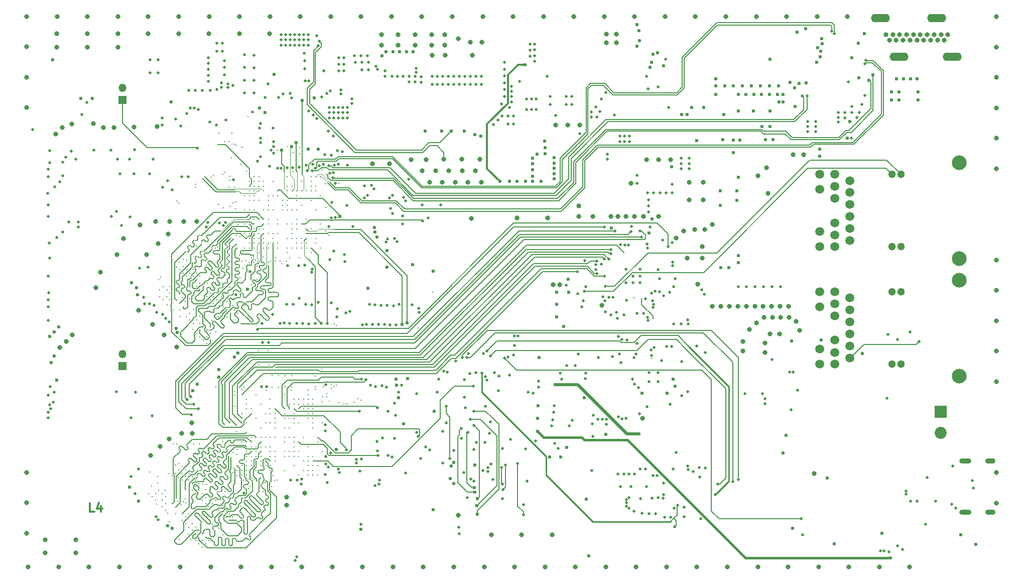
<source format=gbr>
%TF.GenerationSoftware,KiCad,Pcbnew,8.0.8*%
%TF.CreationDate,2025-02-03T01:07:06+01:00*%
%TF.ProjectId,RASBB,52415342-422e-46b6-9963-61645f706362,01*%
%TF.SameCoordinates,Original*%
%TF.FileFunction,Copper,L4,Inr*%
%TF.FilePolarity,Positive*%
%FSLAX46Y46*%
G04 Gerber Fmt 4.6, Leading zero omitted, Abs format (unit mm)*
G04 Created by KiCad (PCBNEW 8.0.8) date 2025-02-03 01:07:06*
%MOMM*%
%LPD*%
G01*
G04 APERTURE LIST*
%ADD10C,0.300000*%
%TA.AperFunction,NonConductor*%
%ADD11C,0.300000*%
%TD*%
%TA.AperFunction,ComponentPad*%
%ADD12R,1.350000X1.350000*%
%TD*%
%TA.AperFunction,ComponentPad*%
%ADD13O,1.350000X1.350000*%
%TD*%
%TA.AperFunction,ComponentPad*%
%ADD14R,2.025000X2.025000*%
%TD*%
%TA.AperFunction,ComponentPad*%
%ADD15C,2.025000*%
%TD*%
%TA.AperFunction,ComponentPad*%
%ADD16C,1.509000*%
%TD*%
%TA.AperFunction,ComponentPad*%
%ADD17C,1.300000*%
%TD*%
%TA.AperFunction,ComponentPad*%
%ADD18C,2.475000*%
%TD*%
%TA.AperFunction,ComponentPad*%
%ADD19O,2.000000X0.900000*%
%TD*%
%TA.AperFunction,ComponentPad*%
%ADD20O,1.700000X0.900000*%
%TD*%
%TA.AperFunction,ComponentPad*%
%ADD21C,0.800000*%
%TD*%
%TA.AperFunction,ComponentPad*%
%ADD22O,3.200000X1.400000*%
%TD*%
%TA.AperFunction,ViaPad*%
%ADD23C,0.600000*%
%TD*%
%TA.AperFunction,ViaPad*%
%ADD24C,0.250000*%
%TD*%
%TA.AperFunction,ViaPad*%
%ADD25C,0.800000*%
%TD*%
%TA.AperFunction,ViaPad*%
%ADD26C,0.460000*%
%TD*%
%TA.AperFunction,Conductor*%
%ADD27C,0.500000*%
%TD*%
%TA.AperFunction,Conductor*%
%ADD28C,0.200000*%
%TD*%
%TA.AperFunction,Conductor*%
%ADD29C,0.350000*%
%TD*%
%TA.AperFunction,Conductor*%
%ADD30C,0.185700*%
%TD*%
%TA.AperFunction,Conductor*%
%ADD31C,0.100000*%
%TD*%
%TA.AperFunction,Conductor*%
%ADD32C,0.177000*%
%TD*%
%TA.AperFunction,Conductor*%
%ADD33C,0.141000*%
%TD*%
%TA.AperFunction,Conductor*%
%ADD34C,0.250000*%
%TD*%
%TA.AperFunction,Conductor*%
%ADD35C,0.170000*%
%TD*%
%TA.AperFunction,Conductor*%
%ADD36C,0.400000*%
%TD*%
G04 APERTURE END LIST*
D10*
D11*
X116768796Y-120000828D02*
X116054510Y-120000828D01*
X116054510Y-120000828D02*
X116054510Y-118500828D01*
X117911654Y-119000828D02*
X117911654Y-120000828D01*
X117554511Y-118429400D02*
X117197368Y-119500828D01*
X117197368Y-119500828D02*
X118125939Y-119500828D01*
D12*
%TO.N,Net-(J18-Pin_1)*%
%TO.C,J18*%
X121550000Y-95410000D03*
D13*
%TO.N,GND*%
X121550000Y-93410000D03*
%TD*%
D14*
%TO.N,GND*%
%TO.C,J9*%
X259580000Y-103160000D03*
D15*
%TO.N,Net-(F1-Pad2)*%
X259580000Y-106660000D03*
%TD*%
D16*
%TO.N,unconnected-(J14-MDCT3-Pad1)*%
%TO.C,J14*%
X244265000Y-83930000D03*
%TO.N,unconnected-(J14-MD3--Pad2)*%
X244265000Y-85960000D03*
%TO.N,unconnected-(J14-MD3+-Pad3)*%
X244265000Y-87990001D03*
%TO.N,/Ethernet_uC/TX_P*%
X244265000Y-90020000D03*
%TO.N,/Ethernet_uC/TX_N*%
X244265000Y-92050000D03*
%TO.N,Net-(J14-MDCT2)*%
X244265000Y-94080000D03*
%TO.N,unconnected-(J14-MDCT4-Pad7)*%
X241725000Y-82910000D03*
%TO.N,unconnected-(J14-MD4+-Pad8)*%
X241725000Y-84930000D03*
%TO.N,unconnected-(J14-MD4--Pad9)*%
X241725000Y-86970000D03*
%TO.N,/Ethernet_uC/RX_N*%
X241725000Y-91050000D03*
%TO.N,/Ethernet_uC/RX_P*%
X241725000Y-93090000D03*
%TO.N,Net-(J14-MDCT1)*%
X241725000Y-95100000D03*
%TO.N,unconnected-(J14-VDC1+-Pad13)*%
X239185000Y-82910001D03*
%TO.N,unconnected-(J14-VDC1--Pad14)*%
X239185000Y-85450000D03*
%TO.N,unconnected-(J14-VDC2+-Pad15)*%
X239185000Y-92560000D03*
%TO.N,unconnected-(J14-VDC2--Pad16)*%
X239185000Y-95100000D03*
D17*
%TO.N,/Ethernet_uC/LED_GR_ETH*%
X251375000Y-82908000D03*
%TO.N,Net-(J14-GN_K)*%
X251375000Y-95102000D03*
%TO.N,/Ethernet_uC/LED_YL_ETH*%
X252845000Y-82908000D03*
%TO.N,Net-(J14-YL_K)*%
X252845000Y-95102000D03*
D18*
%TO.N,Net-(C183-Pad1)*%
X262685000Y-97070000D03*
X262685000Y-80940000D03*
%TD*%
D16*
%TO.N,Net-(J2-MDCT3)*%
%TO.C,J2*%
X244265000Y-64130500D03*
%TO.N,/Ethernet_FPGA/MDI2_N*%
X244265000Y-66160500D03*
%TO.N,/Ethernet_FPGA/MDI2_P*%
X244265000Y-68190500D03*
%TO.N,/Ethernet_FPGA/MDI1_P*%
X244265000Y-70220500D03*
%TO.N,/Ethernet_FPGA/MDI1_N*%
X244265000Y-72250500D03*
%TO.N,Net-(J2-MDCT2)*%
X244265000Y-74280500D03*
%TO.N,Net-(J2-MDCT4)*%
X241725000Y-63110500D03*
%TO.N,/Ethernet_FPGA/MDI3_P*%
X241725000Y-65130500D03*
%TO.N,/Ethernet_FPGA/MDI3_N*%
X241725000Y-67170500D03*
%TO.N,/Ethernet_FPGA/MDI0_N*%
X241725000Y-71250500D03*
%TO.N,/Ethernet_FPGA/MDI0_P*%
X241725000Y-73290500D03*
%TO.N,Net-(J2-MDCT1)*%
X241725000Y-75300500D03*
%TO.N,Net-(J2-VDC1+)*%
X239185000Y-63110500D03*
%TO.N,Net-(J2-VDC1-)*%
X239185000Y-65650500D03*
%TO.N,Net-(J2-VDC2+)*%
X239185000Y-72760500D03*
%TO.N,Net-(J2-VDC2-)*%
X239185000Y-75300500D03*
D17*
%TO.N,/Ethernet_FPGA/LED_GR_ETH*%
X251375000Y-63108500D03*
%TO.N,Net-(J2-GN_K)*%
X251375000Y-75302500D03*
%TO.N,/Ethernet_FPGA/LED_YL_ETH*%
X252845000Y-63108500D03*
%TO.N,Net-(J2-YL_K)*%
X252845000Y-75302500D03*
D18*
%TO.N,Net-(C74-Pad1)*%
X262685000Y-77270500D03*
X262685000Y-61140500D03*
%TD*%
D12*
%TO.N,Net-(J16-Pin_1)*%
%TO.C,J16*%
X121550000Y-50550000D03*
D13*
%TO.N,GND*%
X121550000Y-48550000D03*
%TD*%
D19*
%TO.N,GND*%
%TO.C,J7*%
X263740000Y-120040000D03*
D20*
X267910000Y-120040000D03*
D19*
X263740000Y-111400000D03*
D20*
X267910000Y-111400000D03*
%TD*%
D21*
%TO.N,/HDMI/HDMI_D2_P*%
%TO.C,J3*%
X260760000Y-39500000D03*
%TO.N,GND*%
X260180000Y-40500000D03*
%TO.N,/HDMI/HDMI_D2_N*%
X259600000Y-39500000D03*
%TO.N,/HDMI/HDMI_D1_P*%
X259020000Y-40500000D03*
%TO.N,GND*%
X258440000Y-39500000D03*
%TO.N,/HDMI/HDMI_D1_N*%
X257860000Y-40500000D03*
%TO.N,/HDMI/HDMI_D0_P*%
X257280000Y-39500000D03*
%TO.N,GND*%
X256700000Y-40500000D03*
%TO.N,/HDMI/HDMI_D0_N*%
X256120000Y-39500000D03*
%TO.N,/HDMI/HDMI_CLK_P*%
X255540000Y-40500000D03*
%TO.N,GND*%
X254960000Y-39500000D03*
%TO.N,/HDMI/HDMI_CLK_N*%
X254380000Y-40500000D03*
%TO.N,/HDMI/HDMI_CEC_B*%
X253800000Y-39500000D03*
%TO.N,unconnected-(J3-UTILITY-Pad14)*%
X253220000Y-40500000D03*
%TO.N,/HDMI/HDMI_SCL_B*%
X252640000Y-39500000D03*
%TO.N,/HDMI/HDMI_SDA_B*%
X252060000Y-40500000D03*
%TO.N,GND*%
X251480000Y-39500000D03*
%TO.N,/HDMI/HDMI_5V*%
X250900000Y-40500000D03*
%TO.N,/HDMI/HDMI_HPD_B*%
X250320000Y-39500000D03*
D22*
%TO.N,GND*%
X252510000Y-43250000D03*
X261510000Y-43250000D03*
X249410000Y-36750000D03*
X258910000Y-36750000D03*
%TD*%
D23*
%TO.N,/uController/ADC1_IN5*%
X199810000Y-117840000D03*
X203100000Y-106900000D03*
%TO.N,/uController/uC_DAC2_OUT2*%
X194540000Y-98580000D03*
X208700000Y-106880000D03*
%TO.N,/VDC_IN*%
X230800000Y-52400000D03*
X217600000Y-51800000D03*
X222400000Y-65900000D03*
X225400000Y-78000000D03*
X225700000Y-57300000D03*
X224600000Y-57300000D03*
X225400000Y-52400000D03*
X222400000Y-68300000D03*
X225400000Y-76800000D03*
X228000000Y-52400000D03*
X225200000Y-65900000D03*
X223800000Y-78800000D03*
X215900000Y-53000000D03*
X224600000Y-59400000D03*
X225400000Y-63600000D03*
X230800000Y-55000000D03*
X222500001Y-78800000D03*
X216800000Y-53030000D03*
X219600000Y-51800000D03*
X229400000Y-55000000D03*
X225200000Y-67500000D03*
D24*
%TO.N,GND*%
X143975000Y-77525000D03*
D25*
X125650000Y-76650000D03*
D26*
X195050000Y-109300000D03*
X187650000Y-91950000D03*
X109050000Y-80250000D03*
X164600000Y-45400000D03*
X212850000Y-115100000D03*
D23*
X194400000Y-61187500D03*
D26*
X154300000Y-53700000D03*
X176531000Y-47900000D03*
D23*
X243850000Y-57000000D03*
D26*
X127300000Y-86371178D03*
D25*
X162047000Y-129250000D03*
D26*
X152891500Y-39500000D03*
D25*
X130700000Y-92200000D03*
D26*
X209800000Y-84050000D03*
X169900000Y-47500000D03*
X109000000Y-68200000D03*
X137450000Y-41000000D03*
D25*
X268950000Y-57008000D03*
D24*
X130700000Y-108500000D03*
X141020000Y-86523747D03*
X149350000Y-69080000D03*
D26*
X120500000Y-69300000D03*
D25*
X268950000Y-98024000D03*
X268950000Y-46754000D03*
D26*
X206100000Y-113600000D03*
D24*
X151400000Y-58600000D03*
D26*
X155200000Y-50000000D03*
X180239000Y-46550000D03*
X206507900Y-81375000D03*
X182093000Y-47900000D03*
X177458000Y-47900000D03*
X214300000Y-66200000D03*
X161900000Y-44200000D03*
D25*
X110527000Y-36450000D03*
D23*
X233000000Y-49600000D03*
D26*
X112500000Y-71100000D03*
X149065250Y-39500000D03*
D25*
X192559000Y-36450000D03*
D24*
X144550000Y-63480000D03*
X150150000Y-65080000D03*
D26*
X183050000Y-97800000D03*
X174629999Y-99819999D03*
D25*
X115654000Y-36450000D03*
D26*
X186000000Y-46483332D03*
D24*
X134627523Y-90483545D03*
D26*
X196373000Y-51300000D03*
X245400000Y-53500000D03*
D24*
X141490000Y-119020000D03*
D26*
X205500000Y-115700000D03*
D25*
X232473000Y-85300000D03*
D24*
X146150000Y-70680000D03*
D26*
X149830500Y-41300000D03*
D24*
X146950000Y-69080000D03*
D25*
X117800000Y-79600000D03*
D26*
X210024258Y-102271470D03*
D24*
X132190000Y-118480000D03*
D26*
X197300000Y-49950000D03*
D25*
X226200000Y-92900000D03*
D26*
X161900000Y-45500000D03*
D23*
X170475000Y-78300000D03*
D26*
X244500000Y-57000000D03*
D25*
X216800000Y-77200000D03*
D24*
X128404983Y-81998264D03*
D26*
X132600000Y-63500000D03*
D24*
X145680000Y-109020000D03*
D26*
X178385000Y-46550000D03*
X202050000Y-52500000D03*
X190300000Y-43200000D03*
D25*
X195300000Y-81700000D03*
D26*
X160390000Y-71840150D03*
D25*
X234008000Y-87200000D03*
D26*
X209900000Y-115700000D03*
D24*
X141375000Y-80525000D03*
X136324579Y-83129634D03*
D26*
X193650000Y-49950000D03*
X156400000Y-53600000D03*
X217175000Y-61252000D03*
X189800000Y-114800000D03*
X180780000Y-114830000D03*
X127600000Y-121350000D03*
D25*
X230200000Y-62000000D03*
D26*
X156300000Y-55800000D03*
D23*
X208780006Y-40569994D03*
D24*
X157250000Y-88300000D03*
D25*
X128600000Y-90200000D03*
X233575000Y-36450000D03*
X105400000Y-46704000D03*
D26*
X214474103Y-82075000D03*
X138377000Y-41000000D03*
X190525000Y-52115192D03*
X131330000Y-54910000D03*
D24*
X144550000Y-72280000D03*
X144880000Y-105820000D03*
D26*
X205100000Y-113600000D03*
X211000000Y-113900000D03*
D25*
X214900000Y-73800000D03*
D26*
X158000000Y-43400000D03*
X211900000Y-98050000D03*
X186000000Y-44200000D03*
X255550000Y-118150000D03*
X215825000Y-60325000D03*
D23*
X109300000Y-90400000D03*
D25*
X123500000Y-55100000D03*
D24*
X140025000Y-56104700D03*
D26*
X106400000Y-55550000D03*
X178385000Y-47900000D03*
D25*
X268950000Y-62135000D03*
D23*
X172600000Y-55800000D03*
X152900000Y-58800000D03*
D26*
X125900000Y-78700000D03*
X237150000Y-55890000D03*
D25*
X236400000Y-59800000D03*
D23*
X175399998Y-55800000D03*
D26*
X158970000Y-76620000D03*
D25*
X226200000Y-91300000D03*
D23*
X232000000Y-49600000D03*
D25*
X112100000Y-91300000D03*
D26*
X210793193Y-83179601D03*
D24*
X150320000Y-62670000D03*
D25*
X228700000Y-63300000D03*
X268950000Y-87770000D03*
D26*
X152126250Y-41300000D03*
D23*
X140400000Y-93900000D03*
D25*
X105400000Y-41577000D03*
D26*
X252300000Y-90925000D03*
X179312000Y-46550000D03*
X113700000Y-60500000D03*
D24*
X134451926Y-115197234D03*
D26*
X150595750Y-40400000D03*
X257000000Y-122100000D03*
X200650000Y-52550000D03*
X203350000Y-60550000D03*
D23*
X199407000Y-100750000D03*
D25*
X188900000Y-123900000D03*
D24*
X148550000Y-69080000D03*
X140850000Y-110300000D03*
X127500000Y-115100000D03*
D26*
X151361000Y-39500000D03*
X158900000Y-45600000D03*
X207670000Y-81392100D03*
X129900000Y-65700000D03*
D25*
X230800000Y-90000000D03*
D23*
X228040000Y-49600000D03*
X245700000Y-41000000D03*
D26*
X211204990Y-92248001D03*
D24*
X154150000Y-69080000D03*
D26*
X133650000Y-51900000D03*
X111000000Y-64300000D03*
X159040000Y-77780000D03*
D25*
X222484000Y-85300000D03*
D24*
X130200000Y-108500000D03*
D26*
X157100000Y-56600000D03*
X108950000Y-66250000D03*
X123600000Y-58900000D03*
X261450000Y-118700000D03*
D24*
X142440000Y-62570000D03*
D25*
X231046000Y-85300000D03*
D26*
X203350000Y-59700000D03*
D24*
X148550000Y-67480000D03*
D26*
X148300000Y-39500000D03*
D24*
X153680000Y-105820000D03*
D25*
X177428000Y-129250000D03*
D24*
X150150000Y-72280000D03*
X146950000Y-73080000D03*
D26*
X261550000Y-112300000D03*
X244000000Y-47530000D03*
D24*
X128404983Y-84261005D03*
D26*
X112000000Y-60200000D03*
X231150000Y-94350000D03*
X186000000Y-49908330D03*
D25*
X133200000Y-105000000D03*
X238952000Y-129250000D03*
D26*
X168854000Y-46600000D03*
X151361000Y-40400000D03*
D25*
X110300000Y-56300000D03*
D26*
X171200000Y-106600000D03*
X157930500Y-52700000D03*
X120700000Y-60500000D03*
D24*
X135010000Y-116940000D03*
D26*
X189725000Y-50365192D03*
X209800000Y-112800000D03*
X163000000Y-45500000D03*
D25*
X218194000Y-36450000D03*
D24*
X151300000Y-113810000D03*
D23*
X208360000Y-41440000D03*
D24*
X152880000Y-109020000D03*
D26*
X168600000Y-98600000D03*
X254450000Y-118200000D03*
D25*
X268950000Y-51881000D03*
D24*
X143750000Y-74680000D03*
D23*
X244250000Y-54150000D03*
D26*
X235400000Y-99500000D03*
X186850000Y-51850000D03*
D25*
X115904000Y-129250000D03*
D26*
X258750000Y-118150000D03*
D25*
X131900000Y-71000000D03*
D26*
X163000000Y-44200000D03*
D25*
X182305000Y-36450000D03*
D26*
X122700000Y-60500000D03*
X207000000Y-113600000D03*
X187477000Y-54600000D03*
X134300000Y-52150000D03*
D25*
X131285000Y-129250000D03*
D26*
X207050000Y-56600000D03*
X208300000Y-64600000D03*
X109150000Y-74700000D03*
X162000000Y-88500000D03*
X126100000Y-63000000D03*
D25*
X120781000Y-36450000D03*
D26*
X156400000Y-51800000D03*
X199300000Y-84400000D03*
X110500000Y-73700000D03*
D24*
X152880000Y-100220000D03*
D26*
X109050000Y-62250000D03*
D25*
X223911000Y-85300000D03*
D24*
X153680000Y-104220000D03*
D26*
X238450000Y-54190000D03*
D25*
X268950000Y-92897000D03*
D26*
X153700000Y-53100000D03*
X201400000Y-79125000D03*
D24*
X132693692Y-123743693D03*
D26*
X149065250Y-40400000D03*
D24*
X155120000Y-95950000D03*
D26*
X210000000Y-74875000D03*
X210300000Y-68400000D03*
D24*
X149680000Y-101820000D03*
D26*
X119600000Y-59000000D03*
D24*
X135758894Y-91614915D03*
D26*
X179312000Y-47900000D03*
D25*
X213067000Y-36450000D03*
D24*
X141350000Y-73575000D03*
D25*
X124300000Y-86000000D03*
X127400000Y-55000000D03*
D26*
X196373000Y-49950000D03*
X208800000Y-112800000D03*
X158900000Y-43400000D03*
X212975000Y-120875000D03*
X175604000Y-46550000D03*
X167927000Y-46600000D03*
X208793000Y-103450000D03*
D23*
X168925000Y-105175000D03*
D26*
X216900000Y-99750000D03*
D23*
X208325000Y-37800000D03*
D26*
X214175000Y-92075000D03*
D23*
X110000000Y-93700000D03*
D26*
X137890000Y-71310000D03*
D24*
X140670000Y-67740000D03*
D25*
X229900000Y-91500000D03*
D26*
X210900000Y-117650000D03*
D25*
X166924000Y-36450000D03*
D24*
X150480000Y-104220000D03*
D26*
X111500000Y-63300000D03*
D24*
X150150000Y-73880000D03*
D26*
X214300000Y-74600000D03*
D24*
X132100000Y-117800000D03*
D25*
X182555000Y-129250000D03*
X105650000Y-129250000D03*
D24*
X149400000Y-58400000D03*
D26*
X168100000Y-99800000D03*
D25*
X113000000Y-54600000D03*
D24*
X149350000Y-71480000D03*
D26*
X214300000Y-64800000D03*
X152975000Y-47300000D03*
X193650000Y-51300000D03*
X207050000Y-57550000D03*
D23*
X226142855Y-48200000D03*
D26*
X125300000Y-84900000D03*
D25*
X111400000Y-55200000D03*
X121031000Y-129250000D03*
D26*
X213250000Y-66200000D03*
D25*
X243829000Y-36450000D03*
D24*
X153350000Y-63480000D03*
D26*
X208900000Y-117800000D03*
D25*
X268950000Y-41627000D03*
X226765000Y-85300000D03*
D24*
X152080000Y-111420000D03*
X155210000Y-101420000D03*
X151350000Y-77100000D03*
D25*
X232400000Y-90000000D03*
D26*
X156000000Y-49400000D03*
D24*
X150950000Y-67480000D03*
D26*
X209425000Y-86500000D03*
D25*
X146416000Y-36450000D03*
X152300000Y-116800000D03*
D26*
X208832100Y-80230000D03*
D23*
X192850000Y-59600000D03*
X232975000Y-50900000D03*
X224628570Y-48200000D03*
D26*
X145600000Y-50150000D03*
X123000000Y-114000000D03*
D25*
X213317000Y-129250000D03*
X192809000Y-129250000D03*
D24*
X150000000Y-99450000D03*
X133886240Y-124813887D03*
X150480000Y-108220000D03*
X132754869Y-114631549D03*
X127663700Y-116328606D03*
D26*
X152891500Y-41300000D03*
X213900000Y-101850000D03*
D25*
X194027000Y-123900000D03*
D24*
X131800000Y-77350000D03*
D25*
X218444000Y-129250000D03*
X233900000Y-85300000D03*
D23*
X166175000Y-78750000D03*
D26*
X128280000Y-53580000D03*
D24*
X131800000Y-118300000D03*
D25*
X136162000Y-36450000D03*
D26*
X124300000Y-112800000D03*
X158900000Y-44500000D03*
X250625000Y-90100000D03*
D24*
X126532329Y-117459976D03*
X143350000Y-81730000D03*
D25*
X244079000Y-129250000D03*
X203063000Y-129250000D03*
D26*
X153000000Y-52400000D03*
D25*
X156920000Y-129250000D03*
D26*
X205450000Y-56600000D03*
D24*
X155780000Y-64670000D03*
D26*
X138200000Y-47700000D03*
D25*
X129400000Y-107700000D03*
D26*
X207900000Y-113600000D03*
D23*
X147130000Y-46260000D03*
D26*
X140150000Y-48125000D03*
D23*
X234400000Y-91200000D03*
D26*
X210300000Y-69400000D03*
D24*
X132890500Y-84110000D03*
D26*
X109250000Y-61100000D03*
X210300000Y-67400000D03*
X152126250Y-40400000D03*
D23*
X192750000Y-57500000D03*
D26*
X211150000Y-66200000D03*
X214350000Y-77900000D03*
D24*
X147750000Y-71480000D03*
D25*
X146666000Y-129250000D03*
X129500000Y-71000000D03*
D26*
X131500000Y-63500000D03*
X138377000Y-42350000D03*
D25*
X126600000Y-88400000D03*
X117100000Y-82200000D03*
D26*
X228254000Y-82000000D03*
D23*
X244600000Y-43400000D03*
D26*
X182800000Y-97200000D03*
X208150000Y-93400000D03*
D23*
X231300000Y-57200000D03*
D26*
X188500000Y-47400000D03*
D24*
X141670000Y-58490000D03*
D26*
X242300000Y-53500000D03*
D24*
X142480000Y-105020000D03*
D26*
X148300000Y-41300000D03*
X214800000Y-80712000D03*
D25*
X223321000Y-36450000D03*
X151543000Y-36450000D03*
D26*
X160200000Y-50400000D03*
X191050000Y-41150000D03*
X200650000Y-53450000D03*
D23*
X229360000Y-49600000D03*
D26*
X170900000Y-46600000D03*
X149830500Y-39500000D03*
X126900000Y-85200000D03*
X231108000Y-82000000D03*
D25*
X218600000Y-81600000D03*
D26*
X225400000Y-82000000D03*
D25*
X126300000Y-110500000D03*
D24*
X147900000Y-97000000D03*
X151750000Y-68280000D03*
D26*
X187200000Y-49116666D03*
X242300000Y-52700000D03*
X171100000Y-45900000D03*
D25*
X227300000Y-89200000D03*
D24*
X149000000Y-97050000D03*
D26*
X160200000Y-51100000D03*
X191050000Y-43050000D03*
X168950000Y-66950000D03*
X150595750Y-41300000D03*
D25*
X268950000Y-113405000D03*
X221057000Y-85300000D03*
D26*
X210100000Y-66200000D03*
D24*
X142772225Y-116038293D03*
D26*
X158695750Y-52700000D03*
X128300000Y-65300000D03*
X109050000Y-70200000D03*
X135684983Y-71984983D03*
D24*
X142725000Y-53350000D03*
D25*
X105400000Y-51831000D03*
D26*
X216250000Y-119225000D03*
D24*
X132930467Y-79735521D03*
D23*
X192850000Y-58600000D03*
D26*
X237150000Y-54190000D03*
D24*
X138840000Y-116600000D03*
X154480000Y-112220000D03*
D26*
X116700000Y-59000000D03*
D25*
X149200000Y-117500000D03*
D23*
X226720000Y-49600000D03*
D26*
X109000000Y-104100000D03*
X173750000Y-46550000D03*
D23*
X181000000Y-56400000D03*
D25*
X105400000Y-118482000D03*
D26*
X204850000Y-86350000D03*
X262100000Y-119400000D03*
D24*
X133886240Y-115762920D03*
D26*
X157930500Y-51800000D03*
X152275000Y-45250000D03*
D25*
X118300000Y-55200000D03*
D24*
X134627523Y-81432578D03*
D26*
X246750000Y-49750000D03*
D24*
X148880000Y-104220000D03*
D26*
X138700000Y-45050000D03*
D24*
X144080000Y-100220000D03*
D23*
X194400000Y-62075000D03*
D26*
X124400000Y-78900000D03*
X149065250Y-41300000D03*
X149830500Y-40400000D03*
X238450000Y-55890000D03*
X151361000Y-41300000D03*
X152126250Y-39500000D03*
X114100000Y-72000000D03*
D25*
X229900000Y-93100000D03*
D23*
X164475000Y-73650000D03*
D24*
X146480000Y-101020000D03*
D26*
X201600000Y-53450000D03*
D23*
X230685710Y-48200000D03*
D25*
X233825000Y-129250000D03*
D26*
X138200000Y-48400000D03*
X206507900Y-79067900D03*
D25*
X219300000Y-77200000D03*
D24*
X133886240Y-114631549D03*
D26*
X190300000Y-41150000D03*
D24*
X131057813Y-111803122D03*
D26*
X186000000Y-45341666D03*
D25*
X235800000Y-89400000D03*
D26*
X165800000Y-45600000D03*
D25*
X232581000Y-87200000D03*
D26*
X210200000Y-87700000D03*
D24*
X149680000Y-107420000D03*
X143750000Y-69080000D03*
D23*
X229171425Y-48200000D03*
D26*
X229681000Y-82000000D03*
X215825000Y-62179000D03*
D24*
X143325000Y-77125000D03*
D25*
X216200000Y-72600000D03*
D23*
X232300000Y-50900000D03*
D26*
X210350000Y-96550000D03*
X109300000Y-59100000D03*
X211900000Y-96550000D03*
X190300000Y-42175000D03*
D23*
X221600000Y-47000000D03*
D24*
X151280000Y-110620000D03*
X148880000Y-109820000D03*
D26*
X215825000Y-61252000D03*
D25*
X194200000Y-81700000D03*
D23*
X154600000Y-58800000D03*
D24*
X129053042Y-85046958D03*
D26*
X190525000Y-50365192D03*
X123500000Y-63000000D03*
D25*
X120600000Y-76600000D03*
D24*
X148880000Y-113020000D03*
D26*
X215900000Y-94650000D03*
D25*
X124500000Y-71600000D03*
D26*
X206250000Y-57550000D03*
D24*
X154050000Y-97100000D03*
X150100000Y-97050000D03*
D25*
X221000000Y-71500000D03*
X193227000Y-70400000D03*
X129250000Y-73150000D03*
D23*
X221600000Y-49600000D03*
D25*
X133300000Y-106800000D03*
D26*
X213975000Y-120900000D03*
D24*
X144080000Y-109020000D03*
D23*
X225400000Y-49600000D03*
D26*
X159461000Y-51800000D03*
X169900000Y-46600000D03*
D23*
X211000000Y-42800000D03*
D26*
X138700000Y-46350000D03*
D25*
X228448000Y-36450000D03*
X229727000Y-87200000D03*
D26*
X128850000Y-87350000D03*
D23*
X227657140Y-48200000D03*
D25*
X228192000Y-85300000D03*
D26*
X212750000Y-117650000D03*
X121400000Y-71700000D03*
X143475000Y-52600000D03*
X226827000Y-82000000D03*
X186000000Y-48766664D03*
X183400000Y-106800000D03*
D24*
X133600000Y-108500000D03*
D26*
X213350000Y-92075000D03*
D25*
X177178000Y-36450000D03*
D24*
X145280000Y-116550000D03*
X147280000Y-105820000D03*
X140490000Y-65290000D03*
D26*
X194450000Y-108450000D03*
D25*
X105400000Y-113355000D03*
D26*
X148300000Y-40400000D03*
X161590000Y-113150000D03*
X158695750Y-53600000D03*
D25*
X134100000Y-71000000D03*
D26*
X111500000Y-61000000D03*
D25*
X228500000Y-88100000D03*
D23*
X230000000Y-57200000D03*
D25*
X178200000Y-120600000D03*
X187682000Y-129250000D03*
D26*
X181166000Y-46550000D03*
D24*
X142480000Y-113820000D03*
D26*
X127200000Y-120800000D03*
X211880000Y-48380000D03*
D24*
X149680000Y-110620000D03*
X152550000Y-74680000D03*
D25*
X183773000Y-123900000D03*
D26*
X184900000Y-53950000D03*
D24*
X137260000Y-118040000D03*
D25*
X219800000Y-72400000D03*
D24*
X171410000Y-88990000D03*
D26*
X140300000Y-64000000D03*
D23*
X208650004Y-38889998D03*
D26*
X205500000Y-74930000D03*
D23*
X166150000Y-75929850D03*
D26*
X161800000Y-122100000D03*
D25*
X136412000Y-129250000D03*
D24*
X135661252Y-78361615D03*
D25*
X254333000Y-129250000D03*
D24*
X145350000Y-69080000D03*
D26*
X135970000Y-71230000D03*
X186550000Y-53250000D03*
D25*
X234700000Y-59800000D03*
D26*
X229900000Y-100950000D03*
X197300000Y-51300000D03*
X109100000Y-83050000D03*
X187200000Y-49983332D03*
D24*
X153350000Y-72280000D03*
X146800000Y-97000000D03*
D26*
X219850000Y-112600000D03*
X155470000Y-45630000D03*
D23*
X223114285Y-48200000D03*
D26*
X243400000Y-53600000D03*
D24*
X154950000Y-75480000D03*
X150480000Y-109820000D03*
D26*
X109050000Y-63500000D03*
D23*
X211800000Y-42600000D03*
D24*
X157600000Y-88550000D03*
D26*
X179150000Y-113400000D03*
D25*
X223571000Y-129250000D03*
D24*
X134627523Y-80301207D03*
D26*
X187200000Y-48250000D03*
D25*
X268950000Y-118532000D03*
D26*
X109000000Y-84200000D03*
X160800000Y-44200000D03*
X175200000Y-68200000D03*
X158000000Y-45600000D03*
D24*
X146480000Y-109820000D03*
D26*
X244550000Y-51650000D03*
D25*
X110777000Y-129250000D03*
D26*
X167000000Y-46600000D03*
D24*
X141680000Y-108220000D03*
X131623498Y-121419774D03*
D26*
X217175000Y-60325000D03*
D24*
X145680000Y-107420000D03*
D26*
X128260000Y-54750000D03*
D24*
X149350000Y-76280000D03*
X139670000Y-82150000D03*
D26*
X114100000Y-71100000D03*
D23*
X179197500Y-55802500D03*
X141000000Y-93200000D03*
D26*
X206250000Y-56600000D03*
X112900000Y-59200000D03*
X199700000Y-82000000D03*
D24*
X151280000Y-105020000D03*
D23*
X232200000Y-48200000D03*
D25*
X105400000Y-123609000D03*
X218100000Y-72400000D03*
D26*
X180239000Y-47900000D03*
X152891500Y-40400000D03*
X210500000Y-72000000D03*
D25*
X208190000Y-129250000D03*
D24*
X139500000Y-65300000D03*
D25*
X238702000Y-36450000D03*
D23*
X221600000Y-48200000D03*
X110800000Y-88850000D03*
D25*
X235200000Y-87900000D03*
D26*
X111500000Y-72800000D03*
D23*
X137800000Y-96000000D03*
D26*
X219850000Y-93100000D03*
D24*
X129140000Y-120190000D03*
D26*
X158000000Y-44500000D03*
X158695750Y-51800000D03*
X245800000Y-52700000D03*
X198300000Y-83200000D03*
X175604000Y-47900000D03*
D25*
X172051000Y-36450000D03*
X187432000Y-36450000D03*
D24*
X142040000Y-98950000D03*
D23*
X230680000Y-49600000D03*
D25*
X268950000Y-36500000D03*
D24*
X143280000Y-102620000D03*
D25*
X120100000Y-55200000D03*
D24*
X138200000Y-83750000D03*
X140140000Y-85130000D03*
D26*
X217850000Y-113200000D03*
X167600000Y-103700000D03*
D24*
X131090000Y-124620000D03*
D26*
X119700000Y-70200000D03*
D25*
X188100000Y-70400000D03*
D26*
X203000000Y-86300000D03*
D23*
X194400000Y-62962500D03*
D26*
X110100000Y-65200000D03*
D24*
X140108779Y-120854089D03*
D25*
X127100000Y-71000000D03*
D26*
X156400000Y-52700000D03*
D24*
X151400000Y-59600000D03*
D26*
X202350000Y-50350000D03*
X159461000Y-53600000D03*
X171900000Y-46650000D03*
X246250000Y-51300000D03*
X204500000Y-53050000D03*
D24*
X150300000Y-59400000D03*
D26*
X195390000Y-96640000D03*
X157165250Y-51800000D03*
X167400000Y-101700000D03*
X208832100Y-79067900D03*
D25*
X116600000Y-54500000D03*
D26*
X243400000Y-52700000D03*
D25*
X202813000Y-36450000D03*
D24*
X137700000Y-68125000D03*
D25*
X111000000Y-92300000D03*
X105400000Y-36450000D03*
D24*
X132400000Y-77550000D03*
X147750000Y-70680000D03*
X146150000Y-68280000D03*
X155860000Y-72630000D03*
X137825000Y-56104700D03*
D25*
X207940000Y-36450000D03*
D26*
X211900000Y-117575000D03*
D25*
X126158000Y-129250000D03*
D26*
X207300000Y-115700000D03*
D25*
X161797000Y-36450000D03*
D26*
X212650000Y-74150000D03*
X157930500Y-53600000D03*
X190000000Y-99800000D03*
X237150000Y-55040000D03*
X121100000Y-63000000D03*
D25*
X229619000Y-85300000D03*
X219300000Y-75300000D03*
D26*
X207670000Y-80230000D03*
D25*
X125908000Y-36450000D03*
D26*
X179700000Y-117600000D03*
D25*
X225338000Y-85300000D03*
X230400000Y-66300000D03*
D26*
X191050000Y-44000000D03*
X152300000Y-43975000D03*
D24*
X145680000Y-103420000D03*
D26*
X210350000Y-98050000D03*
D24*
X155280000Y-109820000D03*
D23*
X239200000Y-43300000D03*
D24*
X207850000Y-83900000D03*
D23*
X194400000Y-60300000D03*
D25*
X268950000Y-77516000D03*
D26*
X186000000Y-47624998D03*
X177458000Y-46550000D03*
D24*
X132364781Y-87089432D03*
D26*
X210100000Y-87200000D03*
D24*
X152080000Y-102620000D03*
X132189184Y-114065863D03*
D23*
X177000000Y-55800000D03*
D26*
X157165250Y-53600000D03*
D24*
X146150000Y-75480000D03*
X133496152Y-80301207D03*
X144270000Y-80810000D03*
D23*
X182000000Y-56600000D03*
D26*
X189725000Y-52115192D03*
D24*
X150950000Y-71480000D03*
D25*
X172301000Y-129250000D03*
D26*
X219050000Y-121150000D03*
X182093000Y-46550000D03*
D24*
X130102039Y-85958062D03*
D26*
X109300000Y-77200000D03*
X144300000Y-60900000D03*
X174677000Y-46550000D03*
D25*
X180400000Y-70500000D03*
D26*
X130540000Y-53720000D03*
D25*
X141289000Y-36450000D03*
D26*
X150595750Y-39500000D03*
X159461000Y-52700000D03*
D24*
X151750000Y-73880000D03*
D23*
X168100000Y-100750000D03*
D26*
X164000000Y-65500000D03*
X190800000Y-100000000D03*
X126700000Y-60500000D03*
D25*
X127900000Y-109000000D03*
D26*
X165800000Y-46550000D03*
D25*
X121700000Y-73900000D03*
D26*
X180300000Y-114500000D03*
X109000000Y-87700000D03*
X146100000Y-47850000D03*
X164300000Y-44900000D03*
X174900000Y-97600000D03*
X129200000Y-64200000D03*
D24*
X134500000Y-108500000D03*
D26*
X122800000Y-70300000D03*
D24*
X138580000Y-68780000D03*
D25*
X268950000Y-82643000D03*
D24*
X146950000Y-64280000D03*
D26*
X238450000Y-55040000D03*
X109050000Y-100350000D03*
D24*
X143280000Y-111420000D03*
D26*
X212850000Y-83600000D03*
X244600000Y-52700000D03*
X232535000Y-82000000D03*
X109050000Y-85450000D03*
D24*
X147280000Y-105020000D03*
D25*
X231154000Y-87200000D03*
D24*
X127500000Y-114000000D03*
D25*
X131500000Y-106800000D03*
D24*
X154150000Y-74680000D03*
D26*
X181166000Y-47900000D03*
D24*
X135017611Y-125945257D03*
X143750000Y-65880000D03*
X152550000Y-65880000D03*
D23*
X109500000Y-94800000D03*
D24*
X142150000Y-71480000D03*
X133400000Y-89250000D03*
D25*
X141539000Y-129250000D03*
X156670000Y-36450000D03*
D24*
X146150000Y-66680000D03*
D26*
X213640000Y-51830000D03*
X242300000Y-54300000D03*
D24*
X145680000Y-105020000D03*
X139049208Y-119819208D03*
D26*
X199000000Y-85400000D03*
X205450000Y-57550000D03*
X211700000Y-113900000D03*
D25*
X197686000Y-36450000D03*
D26*
X218400000Y-92000000D03*
X208325000Y-86500000D03*
X138700000Y-43900000D03*
X212850000Y-117050000D03*
X191050000Y-42100000D03*
D24*
X131623498Y-112368807D03*
D26*
X203950000Y-86750000D03*
D24*
X154950000Y-66680000D03*
D23*
X110050000Y-89650000D03*
D26*
X216250000Y-120850000D03*
D25*
X167174000Y-129250000D03*
D24*
X129400000Y-113500000D03*
D23*
X167750000Y-98600000D03*
D26*
X196400000Y-81800000D03*
X171100000Y-45200000D03*
X133000000Y-51900000D03*
X170900000Y-47500000D03*
D25*
X131035000Y-36450000D03*
D26*
X176531000Y-46550000D03*
X215850000Y-100400000D03*
D25*
X149200000Y-118900000D03*
D23*
X239125000Y-60000000D03*
D26*
X187477000Y-53250000D03*
D24*
X147280000Y-103420000D03*
D26*
X173750000Y-47900000D03*
X185550000Y-53250000D03*
X171900000Y-47550000D03*
D25*
X197936000Y-129250000D03*
D26*
X191325000Y-50365192D03*
X187200000Y-50850000D03*
D24*
X149350000Y-65080000D03*
D26*
X186550000Y-54600000D03*
X174677000Y-47900000D03*
D25*
X127550000Y-74750000D03*
D26*
X154718200Y-40600000D03*
D24*
X152900000Y-99450000D03*
D25*
X249206000Y-129250000D03*
X113100000Y-90200000D03*
D26*
X208832100Y-81392100D03*
D24*
X128229385Y-119157033D03*
X141680000Y-99420000D03*
D26*
X152400000Y-47300000D03*
X157165250Y-52700000D03*
X208300000Y-63200000D03*
X214350000Y-78450000D03*
D24*
X148880000Y-107420000D03*
D26*
X191325000Y-52115192D03*
X185450000Y-51200000D03*
X212200000Y-66200000D03*
D25*
X151793000Y-129250000D03*
D24*
X127322804Y-118702804D03*
D25*
X228698000Y-129250000D03*
D24*
X147280000Y-107420000D03*
D23*
X194400000Y-63850000D03*
D24*
X147700000Y-59000000D03*
X145680000Y-112220000D03*
D26*
X184150000Y-54700000D03*
D24*
X140500000Y-102220000D03*
D26*
X217175000Y-62179000D03*
X137450000Y-42350000D03*
D23*
%TO.N,Net-(IC1-BOOT)*%
X235000000Y-51600000D03*
%TO.N,/POWER/12.8V*%
X239125000Y-58800000D03*
X230750000Y-43725000D03*
%TO.N,+12V*%
X253300000Y-47000000D03*
D25*
X196650000Y-54800000D03*
D23*
X153910000Y-50200000D03*
D25*
X198700000Y-54800000D03*
X182200000Y-40800000D03*
D26*
X143700000Y-47223000D03*
D23*
X167150000Y-42400004D03*
D25*
X178200000Y-40200000D03*
X173800000Y-43000000D03*
D23*
X255750000Y-49200000D03*
X214200000Y-61800000D03*
X252500000Y-49200000D03*
D25*
X176000000Y-43000000D03*
D23*
X170600000Y-42400004D03*
D25*
X165200000Y-41300000D03*
D26*
X158350000Y-48850000D03*
D23*
X252100000Y-47000000D03*
D25*
X180600000Y-43000000D03*
D26*
X158400000Y-49500000D03*
D25*
X165200000Y-39500000D03*
X211950000Y-60600000D03*
D23*
X255750000Y-50500000D03*
X251300000Y-50500000D03*
D26*
X142100000Y-49331000D03*
D25*
X168050000Y-39500000D03*
D26*
X143700000Y-42969000D03*
X142100000Y-45077000D03*
D25*
X173700000Y-39500000D03*
X173700000Y-41300000D03*
D26*
X198700000Y-56200000D03*
D23*
X210500000Y-45000000D03*
D25*
X180200000Y-40800000D03*
D26*
X160700000Y-43100000D03*
D25*
X214000000Y-60600000D03*
X175900000Y-41300000D03*
D23*
X255600000Y-47000000D03*
X166000000Y-42400000D03*
D26*
X213200000Y-43700000D03*
X162900000Y-43100000D03*
X161800000Y-43100000D03*
D25*
X170900000Y-39500000D03*
D26*
X142100000Y-42950000D03*
D23*
X254500000Y-47000000D03*
X210800000Y-44200000D03*
D26*
X194600000Y-53150000D03*
X142100000Y-47204000D03*
D25*
X170900000Y-41300000D03*
D23*
X252500000Y-50500000D03*
X251300000Y-49200000D03*
D25*
X168050000Y-41300000D03*
X194600000Y-54800000D03*
X175900000Y-39500000D03*
D23*
X165300000Y-43100000D03*
D26*
X143700000Y-45096000D03*
D23*
X168300000Y-42400004D03*
X169450000Y-42400004D03*
D25*
X209900000Y-60600000D03*
D23*
X212800000Y-44800000D03*
D26*
X143700000Y-49350000D03*
%TO.N,Net-(U3B-VDD)*%
X152200000Y-42700000D03*
X156600000Y-49000000D03*
%TO.N,/POWER/PGOOD_3V3*%
X201400000Y-51700000D03*
X138975000Y-53925000D03*
%TO.N,Net-(U4-BST)*%
X210160000Y-48710000D03*
%TO.N,Net-(U4-SW)*%
X209960000Y-46530000D03*
%TO.N,Net-(IC3-SW)*%
X127600000Y-46000000D03*
X126200000Y-46000000D03*
X139350000Y-48450000D03*
X127600000Y-43800000D03*
X132400000Y-52800000D03*
X139350000Y-47800000D03*
X126200000Y-43800000D03*
D25*
%TO.N,+1V0*%
X178850000Y-62500000D03*
X172733334Y-60600000D03*
X175766667Y-60500000D03*
X179800000Y-64400000D03*
D24*
X150150000Y-69080000D03*
D26*
X146600000Y-59000000D03*
D24*
X150150000Y-73080000D03*
D26*
X144800000Y-54500000D03*
X147000000Y-59500000D03*
X145870000Y-98900000D03*
D24*
X149680000Y-104220000D03*
D26*
X153530000Y-79060000D03*
X149360000Y-61940000D03*
D24*
X146300000Y-95220000D03*
D26*
X144800000Y-57700000D03*
D24*
X147750000Y-73080000D03*
X147890000Y-99010000D03*
X148550000Y-68280000D03*
D25*
X176600000Y-62500000D03*
D24*
X150090000Y-98890000D03*
X146480000Y-109020000D03*
D26*
X148310000Y-62090000D03*
X155775000Y-105325000D03*
D25*
X181833334Y-60500000D03*
D26*
X144800000Y-60120000D03*
D25*
X163700000Y-61300000D03*
D26*
X147000000Y-58400000D03*
X146950000Y-55250000D03*
X151700000Y-115350000D03*
X153470000Y-79620000D03*
D24*
X148990000Y-98890000D03*
D25*
X175500000Y-64400000D03*
X182100000Y-64400000D03*
D24*
X144480000Y-92800000D03*
D25*
X181100000Y-62500000D03*
D26*
X155790000Y-106360000D03*
X147750000Y-62075000D03*
X149900000Y-114600000D03*
D25*
X174350000Y-62500000D03*
D24*
X146480000Y-105020000D03*
X146480000Y-103420000D03*
D25*
X172100000Y-62500000D03*
D24*
X146150000Y-71480000D03*
D26*
X154600000Y-41400000D03*
D24*
X149350000Y-67480000D03*
D26*
X152250000Y-78430000D03*
D24*
X147280000Y-109820000D03*
X146110000Y-92800000D03*
D26*
X145020000Y-98870000D03*
D25*
X170200000Y-60600000D03*
D26*
X159390000Y-68290000D03*
D25*
X173400000Y-64400000D03*
X177700000Y-64400000D03*
D26*
X151240000Y-78480000D03*
D24*
X150150000Y-71480000D03*
D25*
X178800000Y-60500000D03*
D26*
X145200000Y-91400000D03*
D24*
X146790000Y-99010000D03*
D26*
X144700000Y-55300000D03*
D24*
X147280000Y-104220000D03*
D25*
X166600000Y-61300000D03*
D24*
X146150000Y-73080000D03*
X146150000Y-67480000D03*
X149680000Y-109820000D03*
X146480000Y-107420000D03*
D26*
X147000000Y-57600000D03*
X156875000Y-67800000D03*
D24*
X148880000Y-103420000D03*
D26*
X149418000Y-78450000D03*
D24*
X144510000Y-95200000D03*
X148880000Y-108220000D03*
X149680000Y-105820000D03*
D26*
X146200000Y-91400000D03*
D24*
X146950000Y-66680000D03*
D26*
X144800000Y-57000000D03*
D24*
X146150000Y-69080000D03*
D26*
X151000000Y-114600000D03*
D24*
%TO.N,+1V35*%
X146930000Y-113880000D03*
D23*
X122700000Y-115820000D03*
D26*
X129400000Y-88000000D03*
D24*
X131050000Y-78000000D03*
X147350000Y-77090000D03*
X145350000Y-73880000D03*
X134061838Y-79735521D03*
X127098014Y-116894291D03*
X136890264Y-83695320D03*
X129536354Y-84261005D03*
D23*
X123900000Y-82200000D03*
D24*
X133320555Y-116328605D03*
D26*
X136000000Y-43400000D03*
D24*
X134061838Y-89917859D03*
X138480000Y-108150000D03*
D26*
X136000000Y-46400000D03*
X143065000Y-79465000D03*
D24*
X132189184Y-112934492D03*
X140400000Y-85958062D03*
X127839297Y-82563949D03*
X140990000Y-71510000D03*
X143080000Y-115710000D03*
X130530000Y-112080000D03*
D26*
X135000000Y-48900000D03*
X140700000Y-83400000D03*
X125100000Y-83800000D03*
D23*
X123100000Y-81400000D03*
D24*
X128970668Y-83695320D03*
X144550000Y-76280000D03*
D26*
X136000000Y-45400000D03*
D24*
X135580000Y-117560000D03*
X125966644Y-116894291D03*
D26*
X136000000Y-44400000D03*
D24*
X143750000Y-70680000D03*
D26*
X126129214Y-84929214D03*
D24*
X141680000Y-112220000D03*
X127839297Y-83695320D03*
X127098014Y-118025662D03*
X128795071Y-119722718D03*
X135850000Y-81450000D03*
X139200000Y-84600000D03*
X144880000Y-110620000D03*
X135630000Y-116270000D03*
X132189184Y-121985459D03*
X133070000Y-124620000D03*
X134451926Y-125379572D03*
X142950000Y-73080000D03*
X142150000Y-75480000D03*
X131233410Y-85958062D03*
X132930467Y-87655117D03*
D26*
X132700000Y-48900000D03*
X137500000Y-48800000D03*
X138589983Y-71739983D03*
X136400000Y-48900000D03*
D24*
X138480770Y-118990770D03*
X132798567Y-113456481D03*
D23*
X124300000Y-118200000D03*
D24*
X135193209Y-91049230D03*
D26*
X136000000Y-47400000D03*
D24*
X128795071Y-118591347D03*
X130492127Y-120288404D03*
X144080000Y-113020000D03*
X139543094Y-120288404D03*
D26*
X133800000Y-48900000D03*
X138900000Y-71200000D03*
D24*
X143280000Y-107420000D03*
D26*
X123640000Y-116900000D03*
D24*
X133320555Y-114065863D03*
D23*
X124100000Y-83400000D03*
D24*
X142480000Y-109820000D03*
D26*
X128350000Y-86700000D03*
D24*
X134061838Y-81998263D03*
X133496152Y-79169836D03*
X128229385Y-118025662D03*
D25*
%TO.N,+5V*%
X203200000Y-39460000D03*
X238249996Y-113500008D03*
X204890000Y-40900000D03*
X203200000Y-40900000D03*
X204890000Y-39460000D03*
D23*
X235318000Y-39100000D03*
D24*
%TO.N,+1V8*%
X146480000Y-102620000D03*
X140320000Y-57960000D03*
D26*
X155700000Y-59810000D03*
D24*
X142150000Y-66680000D03*
X148880000Y-105820000D03*
D26*
X146350000Y-61700000D03*
D24*
X140560000Y-68950000D03*
X145350000Y-65080000D03*
D23*
X186800000Y-64250000D03*
X191525000Y-59650000D03*
D24*
X150950000Y-72280000D03*
D26*
X153680000Y-61420000D03*
D23*
X190700000Y-63375000D03*
D24*
X148880000Y-100220000D03*
X155450000Y-98900000D03*
D26*
X156750000Y-59820000D03*
D23*
X190700000Y-60350000D03*
D24*
X154050000Y-98850000D03*
D26*
X151350000Y-61860000D03*
X154770000Y-61610000D03*
D24*
X140720000Y-58190000D03*
D23*
X189562000Y-64275000D03*
D24*
X138700000Y-57610000D03*
X150950000Y-70680000D03*
X149350000Y-68280000D03*
X139530000Y-57600000D03*
D23*
X192150000Y-64275000D03*
X189474808Y-44650000D03*
D26*
X152560000Y-61550000D03*
D24*
X144550000Y-67480000D03*
X150950000Y-69080000D03*
D23*
X190700000Y-61300000D03*
D26*
X155872500Y-98555500D03*
D23*
X190700000Y-62350000D03*
D24*
X139920000Y-60320000D03*
X142950000Y-64280000D03*
X141500000Y-61360000D03*
X150950000Y-66680000D03*
X147750000Y-66680000D03*
D26*
X155420000Y-61380000D03*
D23*
X188108000Y-64275000D03*
D26*
X150290000Y-61940000D03*
D24*
X149350000Y-63480000D03*
D23*
X185200000Y-64275000D03*
X190700000Y-64275000D03*
D24*
X150480000Y-105020000D03*
X139700000Y-63410000D03*
X150480000Y-109020000D03*
X150480000Y-107420000D03*
X150480000Y-103420000D03*
X139690000Y-64120000D03*
D26*
%TO.N,+3V3*%
X156525000Y-62900000D03*
D24*
X210750000Y-94175000D03*
D26*
X179860000Y-93280000D03*
D23*
X238657746Y-44152254D03*
D26*
X157820000Y-59100000D03*
X123775000Y-99850000D03*
X185000000Y-99600000D03*
X182390000Y-93280000D03*
X156675000Y-110075000D03*
X203200000Y-104400000D03*
D25*
X205100000Y-70200000D03*
D24*
X155260000Y-62340000D03*
D23*
X114500000Y-50300000D03*
X177000000Y-112300000D03*
D26*
X206260000Y-74970000D03*
X196450000Y-95363000D03*
X211125000Y-85000000D03*
X195600000Y-97600000D03*
X249400000Y-126600000D03*
X177800000Y-94600000D03*
D24*
X151280000Y-109820000D03*
D23*
X157580000Y-109500000D03*
D26*
X158675000Y-59235000D03*
X206530000Y-117930000D03*
D25*
X200900000Y-70200000D03*
X113677000Y-124700000D03*
X108550000Y-126950000D03*
D26*
X210950000Y-84450000D03*
D24*
X153350000Y-76280000D03*
D26*
X166020000Y-74520000D03*
X157750000Y-85750000D03*
X184250000Y-96550000D03*
X171200000Y-100100000D03*
X210750000Y-93675000D03*
D24*
X156050000Y-100600000D03*
D26*
X145100000Y-88200000D03*
X206980000Y-117580000D03*
X253750000Y-116500000D03*
D24*
X152550000Y-70680000D03*
X156375000Y-73275000D03*
D23*
X174100000Y-103000000D03*
X144700000Y-51900000D03*
D26*
X253750000Y-117000000D03*
X171520000Y-85710000D03*
D23*
X169600000Y-97500000D03*
D24*
X150950000Y-73880000D03*
D26*
X164110000Y-115525000D03*
D25*
X219500000Y-67400000D03*
D26*
X210120000Y-75530000D03*
D23*
X109800000Y-43800000D03*
X204000000Y-72100000D03*
D26*
X156340000Y-71860000D03*
X189500000Y-109400000D03*
D23*
X194800000Y-83000000D03*
D26*
X250800000Y-126700000D03*
D23*
X116510000Y-50300000D03*
D26*
X157970000Y-61410000D03*
D23*
X245751520Y-46848480D03*
X145600000Y-52700000D03*
D24*
X153350000Y-67480000D03*
X150480000Y-112220000D03*
D25*
X141262000Y-39400000D03*
X113677000Y-126950000D03*
D24*
X140550000Y-99700000D03*
D23*
X194800000Y-85000000D03*
D25*
X212000000Y-70200000D03*
D26*
X155750000Y-113670000D03*
D24*
X140550000Y-100300000D03*
D26*
X156770000Y-70430000D03*
D25*
X198500000Y-70200000D03*
D26*
X155830000Y-111910000D03*
X156520000Y-77500000D03*
D25*
X217100000Y-64400000D03*
D26*
X206527000Y-118480000D03*
D24*
X147280000Y-111420000D03*
D25*
X108550000Y-124700000D03*
D26*
X201350000Y-78350000D03*
D23*
X176800000Y-114400000D03*
D24*
X153680000Y-101820000D03*
D26*
X166250000Y-74000000D03*
D23*
X196700000Y-80800000D03*
D26*
X206500000Y-104200000D03*
X205200000Y-104000000D03*
X157700000Y-87100000D03*
X120500000Y-99700000D03*
X206890000Y-75000000D03*
D23*
X194800000Y-87100000D03*
D24*
X154150000Y-73880000D03*
D26*
X159250000Y-86450000D03*
D23*
X196000000Y-88700000D03*
D24*
X154088000Y-99350000D03*
X147280000Y-110620000D03*
D26*
X157160000Y-76010000D03*
X205200000Y-90400000D03*
X157420000Y-64600000D03*
D24*
X155280000Y-105020000D03*
D25*
X207300000Y-64600000D03*
D23*
X174000000Y-79400000D03*
D24*
X154480000Y-108220000D03*
X156400000Y-101350000D03*
D26*
X157925000Y-112775000D03*
D23*
X164110000Y-72790000D03*
D26*
X146900000Y-86700000D03*
D25*
X203900000Y-70200000D03*
D26*
X166350000Y-103050000D03*
D23*
X137800000Y-97250000D03*
D25*
X115627000Y-41650000D03*
D26*
X164887500Y-114637500D03*
X252300000Y-125700000D03*
X176320000Y-96440000D03*
D24*
X154150000Y-65080000D03*
D26*
X159900000Y-86200000D03*
D24*
X156000000Y-100100000D03*
D26*
X183600000Y-104800000D03*
D25*
X115627000Y-39400000D03*
D24*
X152880000Y-104220000D03*
D23*
X234600000Y-122800000D03*
D25*
X131008000Y-39400000D03*
D26*
X202500000Y-104400000D03*
D23*
X174000000Y-119600000D03*
D26*
X188300000Y-90300000D03*
X206530000Y-119030000D03*
D25*
X219500000Y-64400000D03*
D23*
X129800000Y-50900000D03*
X177400000Y-111700000D03*
D26*
X109350000Y-98900000D03*
D23*
X210400000Y-73000000D03*
D26*
X161025000Y-111150000D03*
X210726826Y-92740657D03*
X203630000Y-83830000D03*
D24*
X158020000Y-64600000D03*
D26*
X167900000Y-74375000D03*
X187700000Y-90300000D03*
X159475000Y-61525000D03*
X205800000Y-104300000D03*
X160975000Y-111775000D03*
D24*
X152880000Y-113020000D03*
D23*
X210900000Y-70600000D03*
D26*
X205600000Y-94800000D03*
D23*
X134150000Y-98450000D03*
D26*
X156100000Y-115050000D03*
D24*
X154950000Y-71480000D03*
D25*
X110500000Y-41650000D03*
D24*
X153680000Y-110620000D03*
D26*
X257250000Y-114250000D03*
X158150000Y-113325000D03*
D23*
X167700000Y-97600000D03*
D26*
X157240000Y-61577500D03*
D24*
X141680000Y-103420000D03*
X140800000Y-106450000D03*
D26*
X205800000Y-90900000D03*
X171620000Y-86370000D03*
D24*
X142480000Y-101020000D03*
D26*
X169800000Y-63900000D03*
X200950000Y-103750000D03*
D23*
X177400000Y-115200000D03*
D24*
X152080000Y-107420000D03*
D25*
X217100000Y-67400000D03*
X120754000Y-39400000D03*
D26*
X185600000Y-109300000D03*
D25*
X110500000Y-39400000D03*
D26*
X202900000Y-84400000D03*
D24*
X144080000Y-104220000D03*
D26*
X253100000Y-126300000D03*
D23*
X133400000Y-99600000D03*
D26*
X234100000Y-96400000D03*
D23*
X196800000Y-83000000D03*
D24*
X151280000Y-101020000D03*
D26*
X185010000Y-97070000D03*
X161825000Y-111099850D03*
D25*
X146389000Y-39400000D03*
D26*
X234700000Y-96400000D03*
D23*
X236750000Y-38500000D03*
D25*
X206500000Y-70200000D03*
X209400000Y-70200000D03*
D26*
X157410000Y-70320000D03*
X199500000Y-77600000D03*
X207400000Y-71900000D03*
X205400000Y-93400000D03*
D25*
X125881000Y-39400000D03*
D26*
X206625000Y-91000000D03*
D23*
X110500000Y-97750000D03*
D26*
X250000000Y-126600000D03*
X204250000Y-83850000D03*
D24*
X145757214Y-99443422D03*
D26*
X206980000Y-119380000D03*
D24*
X150950000Y-75480000D03*
D26*
X175760000Y-96250000D03*
D24*
X151750000Y-64280000D03*
D26*
X157075000Y-62857000D03*
D24*
X144880000Y-101820000D03*
D23*
X193628704Y-110750000D03*
D24*
X147750000Y-74680000D03*
D25*
X136135000Y-39400000D03*
D26*
X211000695Y-85492290D03*
D25*
X120754000Y-41650000D03*
D23*
X164090000Y-72050000D03*
D24*
X156800000Y-99100000D03*
D26*
X155800000Y-110650000D03*
D24*
X155800000Y-68660000D03*
D26*
X156275000Y-112400000D03*
D25*
X198500000Y-68400000D03*
X207900000Y-70200000D03*
D23*
X195450000Y-110750000D03*
D26*
X167475000Y-73950000D03*
X164787500Y-115287500D03*
D24*
X150480000Y-110620000D03*
D26*
X201700000Y-104400000D03*
X186800000Y-96900000D03*
%TO.N,/Ethernet_FPGA/DVDD10{slash}AVDD10*%
X216950000Y-88330000D03*
X213850000Y-83000000D03*
X214520000Y-88330000D03*
X216900000Y-87650000D03*
X215750000Y-88330000D03*
X202350000Y-78250000D03*
X206100000Y-86800000D03*
X211900000Y-79173001D03*
X202600000Y-83750000D03*
D23*
%TO.N,/DDR3-01/VREF_DDR3*%
X130650000Y-89050000D03*
X142662321Y-82480452D03*
X130800000Y-89750000D03*
D24*
X131250000Y-87000000D03*
D23*
%TO.N,/HDMI/HDMI_5V*%
X246700000Y-39350000D03*
%TO.N,/uController/uC_VCAP*%
X196450000Y-109100000D03*
X181000000Y-112100000D03*
D26*
%TO.N,/RF_Transceiver/LORA_VDDIO*%
X210375000Y-120300000D03*
X207800000Y-119850000D03*
X209150000Y-120225000D03*
X218920000Y-114131400D03*
X211450000Y-120300000D03*
X216950000Y-112825000D03*
X216850000Y-112300000D03*
%TO.N,Net-(IC13-DCC_FB)*%
X218800000Y-112550000D03*
X214625000Y-119400000D03*
D23*
%TO.N,Net-(C161-Pad1)*%
X232990000Y-110020000D03*
%TO.N,/Audio_IN-OUT/Audio_IN*%
X241570000Y-125410000D03*
%TO.N,Net-(C165-Pad1)*%
X240432255Y-114320000D03*
%TO.N,Net-(U9-+)*%
X249610000Y-123650000D03*
%TO.N,/Ethernet_uC/AVDD_ETH*%
X209200000Y-100000000D03*
D25*
X209225000Y-104225000D03*
D26*
X229950000Y-101800000D03*
X234350000Y-102750000D03*
D23*
X213400000Y-100000000D03*
D26*
X229500000Y-100100000D03*
X226550000Y-100100000D03*
D23*
%TO.N,/Ethernet_uC/RX_N*%
X239400000Y-91000000D03*
%TO.N,/Ethernet_uC/TX_P*%
X246348344Y-93313118D03*
D26*
%TO.N,Net-(D11-I{slash}O2)*%
X149800000Y-49475000D03*
D24*
%TO.N,/FPGA-01/BANK0/JTAG1_TCK*%
X149350000Y-65880000D03*
D23*
X148400000Y-59000000D03*
D26*
%TO.N,Net-(D11-I{slash}O1)*%
X148650000Y-49550000D03*
D23*
%TO.N,/FPGA-01/BANK0/FPGA1_TDO*%
X151875000Y-50600000D03*
D24*
X151750000Y-65880000D03*
D26*
%TO.N,Net-(D12-I{slash}O2)*%
X164250000Y-98925000D03*
%TO.N,Net-(D12-I{slash}O1)*%
X166100000Y-98975000D03*
%TO.N,/FPGA-02/BANK0/JTAG2_TCK*%
X161884766Y-97596585D03*
D24*
X148880000Y-102620000D03*
D26*
%TO.N,/FPGA-02/BANK0/FPGA2_TDO*%
X164525000Y-102400000D03*
D24*
X151280000Y-102620000D03*
D26*
%TO.N,/POWER/PGOOD_1V*%
X193200000Y-46600000D03*
X154300000Y-39700000D03*
X203100000Y-49300000D03*
%TO.N,Net-(IC5-SCK)*%
X166800000Y-68854500D03*
%TO.N,Net-(IC5-CS#)*%
X167100000Y-66600000D03*
%TO.N,Net-(IC5-SO{slash}IO1)*%
X169325000Y-67600000D03*
%TO.N,Net-(IC5-SI{slash}IO0)*%
X166550000Y-67050000D03*
%TO.N,/Config-SPI FLASH/SWITCH_FLASH_1*%
X191250000Y-108050000D03*
D24*
%TO.N,/Config-SPI FLASH/CS_Flash_FPGA1*%
X151750000Y-71480000D03*
D26*
X172168501Y-70944650D03*
%TO.N,/Config-SPI FLASH/MUX_EN1*%
X181230000Y-108260000D03*
%TO.N,Net-(IC7-CS#)*%
X165427723Y-107522277D03*
%TO.N,Net-(IC7-SO{slash}IO1)*%
X167425000Y-107600000D03*
%TO.N,Net-(IC7-SCK)*%
X166300000Y-110450000D03*
%TO.N,Net-(IC7-SI{slash}IO0)*%
X167000000Y-110700000D03*
%TO.N,/Config-SPI FLASH/SWITCH_FLASH_2*%
X178740000Y-107584350D03*
X171850000Y-111000000D03*
X173400000Y-109550000D03*
%TO.N,/Config-SPI FLASH/MUX_EN2*%
X182350000Y-113050000D03*
X169310000Y-113480000D03*
X182660000Y-108260000D03*
D24*
%TO.N,/CS_FLASH_FPGA2*%
X151280000Y-108220000D03*
D26*
X164630000Y-110480000D03*
D24*
%TO.N,/DDR3-01/DDR301_DQ5*%
X135193209Y-81998263D03*
X139720000Y-73950000D03*
%TO.N,/DDR3-01/DDR301_DQ8*%
X132364781Y-80301207D03*
X144310500Y-77825000D03*
%TO.N,/DDR3-01/DDR301_LDQS_P*%
X142150000Y-73080000D03*
X131600000Y-83800000D03*
D26*
%TO.N,/DDR3-2/VREF_DDR3*%
X142000000Y-116840000D03*
D23*
X129900000Y-122800000D03*
X129200000Y-122350000D03*
D24*
X129440000Y-121690000D03*
%TO.N,/DDR3-01/DDR301_A13*%
X137320000Y-89630000D03*
X147750000Y-75480000D03*
%TO.N,/DDR3-01/DDR301_DQ7*%
X134627523Y-82563948D03*
X140220000Y-74025000D03*
%TO.N,/DDR3-01/DDR301_DQ13*%
X142950000Y-75480000D03*
X127680000Y-80880000D03*
%TO.N,/DDR3-01/DDR301_BA2*%
X137626500Y-75354239D03*
X134610000Y-86920000D03*
%TO.N,/DDR3-01/DDR301_A0*%
X135193209Y-88786488D03*
X140793092Y-74809000D03*
%TO.N,/DDR3-01/DDR301_nCAS*%
X133560000Y-85870000D03*
X143750000Y-72280000D03*
%TO.N,/DDR3-01/DDR301_DQ3*%
X145350000Y-71480000D03*
X134061838Y-80866892D03*
%TO.N,/DDR3-01/DDR301_A5*%
X135760000Y-89350000D03*
X146150000Y-74680000D03*
%TO.N,/DDR3-01/DDR301_DQ6*%
X143750000Y-71480000D03*
X131220000Y-84830000D03*
%TO.N,/DDR3-01/DDR301_ODT*%
X144550000Y-74680000D03*
X143189230Y-80889230D03*
%TO.N,/DDR3-01/DDR301_A8*%
X146950000Y-74680000D03*
X141560000Y-88190000D03*
%TO.N,/DDR3-01/DDR301_UDQS_N*%
X131226623Y-79176624D03*
X141721975Y-77677339D03*
%TO.N,/DDR3-01/DDR301_DQ0*%
X131110000Y-83250000D03*
X144550000Y-70680000D03*
%TO.N,/DDR3-01/DDR301_nRAS*%
X132930467Y-86523747D03*
X142950000Y-73880000D03*
%TO.N,/DDR3-01/DDR301_A10{slash}AP*%
X145350000Y-74680000D03*
X136890264Y-84826691D03*
%TO.N,/DDR3-01/DDR301_DQ4*%
X142950000Y-72280000D03*
X131799095Y-85392376D03*
%TO.N,/DDR3-01/DDR301_A1*%
X145350000Y-72280000D03*
X137690000Y-87090000D03*
%TO.N,/DDR3-01/DDR301_UDM*%
X129536354Y-83129634D03*
X134010162Y-75219501D03*
%TO.N,/DDR3-01/CK_P*%
X147390000Y-77720000D03*
X135758894Y-83695320D03*
%TO.N,/DDR3-01/DDR301_BA0*%
X134610000Y-88210000D03*
X137221068Y-75549500D03*
%TO.N,/DDR3-01/DDR301_DQ1*%
X142950000Y-71480000D03*
X132910500Y-82000000D03*
%TO.N,/DDR3-01/DDR301_DQ9*%
X143750000Y-75480000D03*
X129536354Y-82030000D03*
%TO.N,/DDR3-01/DDR301_DQ10*%
X143655396Y-77901146D03*
X132364781Y-79169836D03*
%TO.N,/DDR3-01/DDR301_BA1*%
X138587321Y-85392376D03*
X143750000Y-73880000D03*
%TO.N,/DDR3-01/DDR301_A11*%
X139153006Y-87089432D03*
X145269500Y-77079311D03*
%TO.N,/DDR3-01/CK_N*%
X148150000Y-77700000D03*
X136324579Y-84261005D03*
%TO.N,/DDR3-01/DDR301_A6*%
X146170000Y-78470000D03*
X139718692Y-86523747D03*
%TO.N,/DDR3-01/DDR301_nRST*%
X136324579Y-91049230D03*
X145350000Y-70680000D03*
%TO.N,/DDR3-01/DDR301_A2*%
X136340534Y-88770534D03*
X143750000Y-73080000D03*
%TO.N,/DDR3-01/DDR301_CLKE*%
X144550000Y-73080000D03*
X141860000Y-78880000D03*
%TO.N,/DDR3-01/DDR301_A4*%
X145350000Y-73080000D03*
X139153006Y-85958062D03*
%TO.N,/DDR3-01/DDR301_LDQS_N*%
X132130000Y-84520000D03*
X140730000Y-73402500D03*
%TO.N,Net-(IC9-ZQ)*%
X137455950Y-84261005D03*
%TO.N,/DDR3-01/DDR301_DQ15*%
X127990000Y-80430000D03*
X142950000Y-74680000D03*
%TO.N,/DDR3-01/DDR301_A12{slash}nBC*%
X145350000Y-75480000D03*
X136583681Y-87707814D03*
%TO.N,/DDR3-01/DDR301_A9*%
X146560000Y-77730000D03*
X136324579Y-89917859D03*
%TO.N,/DDR3-01/DDR301_DQ14*%
X131799096Y-78640000D03*
X142870000Y-77970000D03*
%TO.N,/DDR3-01/DDR301_DQ11*%
X144280000Y-78550000D03*
X129071589Y-82549092D03*
%TO.N,/DDR3-01/DDR301_A7*%
X135758894Y-90483545D03*
X146150000Y-77920000D03*
%TO.N,/DDR3-01/DDR301_DQ2*%
X130660000Y-84290000D03*
X142950000Y-69880000D03*
%TO.N,/DDR3-01/DDR301_UDQS_P*%
X142259090Y-77608003D03*
X131799096Y-79735521D03*
%TO.N,/DDR3-01/DDR301_nCS*%
X133496152Y-88220803D03*
X148350000Y-78170000D03*
%TO.N,/DDR3-01/DDR301_nWE*%
X134061838Y-87650000D03*
X144550000Y-73880000D03*
%TO.N,/DDR3-01/DDR301_A3*%
X134627523Y-89352174D03*
X140850000Y-75490000D03*
%TO.N,/DDR3-01/DDR301_DQ12*%
X130680000Y-78710000D03*
X141250000Y-76680000D03*
%TO.N,/DDR3-2/DDR301_A1*%
X144880000Y-109020000D03*
X137710000Y-122770000D03*
%TO.N,/DDR3-2/DDR301_BA0*%
X133320555Y-123116830D03*
X135090000Y-115340000D03*
%TO.N,/DDR3-2/DDR301_A11*%
X136705000Y-122075000D03*
X146655000Y-115753953D03*
%TO.N,/DDR3-2/DDR301_DQ9*%
X143280000Y-112220000D03*
X128769229Y-116300771D03*
%TO.N,/DDR3-2/DDR301_ODT*%
X144250000Y-114770000D03*
X144080000Y-111420000D03*
%TO.N,/DDR3-2/DDR301_DQ5*%
X134451926Y-116328605D03*
X139385000Y-110640000D03*
%TO.N,/DDR3-2/DDR301_nWE*%
X144080000Y-110620000D03*
X133320555Y-121985459D03*
%TO.N,/DDR3-2/DDR301_LDQS_P*%
X130900000Y-118180000D03*
X140150000Y-109960000D03*
%TO.N,/DDR3-2/DDR301_A6*%
X138977409Y-120854089D03*
X144854229Y-114324229D03*
%TO.N,/DDR3-2/DDR301_DQ10*%
X142710000Y-114430000D03*
X131623498Y-113500178D03*
%TO.N,/DDR3-2/DDR301_A12{slash}nBC*%
X144880000Y-112220000D03*
X138460000Y-123830000D03*
%TO.N,/DDR3-2/DDR301_DQ4*%
X131620000Y-120300000D03*
X142480000Y-109020000D03*
%TO.N,/DDR3-2/DDR301_A8*%
X139543094Y-121419774D03*
X146480000Y-111420000D03*
%TO.N,/DDR3-2/DDR301_nRAS*%
X142480000Y-110620000D03*
X132189184Y-120854089D03*
%TO.N,/DDR3-2/DDR301_A10{slash}AP*%
X136148981Y-119157033D03*
X144880000Y-111420000D03*
%TO.N,/DDR3-2/DDR301_DQ6*%
X130490000Y-119220000D03*
X143280000Y-108220000D03*
%TO.N,/DDR3-2/DDR301_A7*%
X135017611Y-124813887D03*
X145590000Y-115090000D03*
%TO.N,/DDR3-2/DDR301_BA1*%
X143280000Y-110620000D03*
X137846038Y-119722718D03*
%TO.N,/DDR3-2/DDR301_nCS*%
X146480000Y-113020000D03*
X132754869Y-122551145D03*
%TO.N,/DDR3-2/DDR301_DQ7*%
X139830000Y-110930000D03*
X133886240Y-116894290D03*
%TO.N,/DDR3-2/DDR301_nCAS*%
X143280000Y-109020000D03*
X132750000Y-120270000D03*
%TO.N,/DDR3-2/DDR301_DQ11*%
X128229386Y-116920614D03*
X143787176Y-114538716D03*
%TO.N,/DDR3-2/DDR301_BA2*%
X133886240Y-122551145D03*
X135670000Y-115430000D03*
%TO.N,/DDR3-2/CK_P*%
X135017611Y-118025662D03*
X147209236Y-114741505D03*
%TO.N,/DDR3-2/CK_N*%
X135583296Y-118591347D03*
X147649956Y-114650574D03*
%TO.N,/DDR3-2/DDR301_A9*%
X145799000Y-114689500D03*
X135583296Y-124248201D03*
%TO.N,/DDR3-2/DDR301_A13*%
X146480000Y-112220000D03*
X136148982Y-124813887D03*
%TO.N,/DDR3-2/DDR301_A0*%
X134451926Y-123116830D03*
X140340000Y-112660000D03*
%TO.N,/DDR3-2/DDR301_DQ2*%
X129930000Y-118640000D03*
X142480000Y-106620000D03*
%TO.N,/DDR3-2/DDR301_LDQS_N*%
X140907961Y-109477961D03*
X131437535Y-118754006D03*
%TO.N,/DDR3-2/DDR301_A5*%
X145680000Y-111420000D03*
X134451926Y-124248201D03*
%TO.N,/DDR3-2/DDR301_CLKE*%
X140150000Y-113350000D03*
X144080000Y-109820000D03*
%TO.N,/DDR3-2/DDR301_nRST*%
X135583296Y-125379572D03*
X144880000Y-107420000D03*
%TO.N,/DDR3-2/DDR301_DQ8*%
X143404467Y-114302000D03*
X131623498Y-114631549D03*
%TO.N,/DDR3-2/DDR301_A2*%
X143280000Y-109820000D03*
X135017611Y-123682516D03*
%TO.N,/DDR3-2/DDR301_UDM*%
X128795071Y-117459976D03*
X140880000Y-113020000D03*
%TO.N,/DDR3-2/DDR301_A4*%
X144880000Y-109820000D03*
X138411723Y-120288404D03*
%TO.N,/DDR3-2/DDR301_DQ1*%
X142480000Y-108220000D03*
X132130000Y-116249002D03*
%TO.N,/DDR3-2/DDR301_DQ0*%
X130591000Y-117700000D03*
X144080000Y-107420000D03*
%TO.N,/DDR3-2/DDR301_DQ3*%
X133320555Y-115197234D03*
X144880000Y-108220000D03*
%TO.N,/DDR3-2/DDR301_UDQS_P*%
X141680000Y-113020000D03*
X130989129Y-114134547D03*
D23*
%TO.N,/HDMI/HDMI_HPD_B*%
X239500000Y-40200000D03*
D24*
%TO.N,/HDMI/HDMI_D0_P*%
X154150000Y-63480000D03*
D26*
X246800000Y-44475000D03*
%TO.N,/HDMI/HDMI_D0_N*%
X246925000Y-43825000D03*
D24*
X154950000Y-63480000D03*
D23*
%TO.N,/HDMI/HDMI_CEC_B*%
X239339620Y-42345111D03*
D24*
%TO.N,/HDMI/HDMI_D2_N*%
X155975000Y-63075000D03*
D23*
X248150000Y-46350000D03*
D26*
%TO.N,/HDMI/HDMI_CLK_P*%
X154100000Y-62040000D03*
X241166654Y-38916654D03*
%TO.N,/HDMI/HDMI_CLK_N*%
X152710000Y-62510000D03*
X241633346Y-39383346D03*
%TO.N,/HDMI/HDMI_D1_P*%
X237000000Y-49900000D03*
X153520000Y-62510000D03*
D23*
%TO.N,/HDMI/HDMI_SCL_B*%
X238790000Y-41740000D03*
D26*
%TO.N,/HDMI/HDMI_D2_P*%
X157010000Y-63694600D03*
D23*
X247425000Y-47225000D03*
D26*
%TO.N,/HDMI/HDMI_D1_N*%
X236150000Y-49850000D03*
X156350000Y-61625000D03*
%TO.N,/Ethernet_uC/RMII_TX_EN*%
X207600000Y-97600000D03*
%TO.N,/RF_Transceiver/DIO1_LORA_G*%
X178890000Y-93950000D03*
X225400000Y-114510000D03*
%TO.N,/uController/uC_SPI2_MOSI*%
X187530001Y-93550586D03*
%TO.N,/RF_Transceiver/NRST_LORA_G*%
X182160000Y-96570000D03*
X215187500Y-118837500D03*
X214650000Y-122500000D03*
%TO.N,/Ethernet_uC/ETH_RESET*%
X199580000Y-97560000D03*
%TO.N,/uController/uC_SPI3_MISO*%
X150970000Y-127570000D03*
D23*
%TO.N,/uController/PD2_DEBUG*%
X181400000Y-117800000D03*
D26*
X180800003Y-105381874D03*
%TO.N,/uController/uC_CONFIG*%
X236310000Y-123830000D03*
X236010000Y-121190000D03*
X185950000Y-94020000D03*
%TO.N,/RF_Transceiver/DIO3_LORA_G*%
X183610000Y-93750000D03*
X222000000Y-115290000D03*
D23*
%TO.N,/uController/PD1_DEBUG*%
X180999996Y-116680000D03*
D26*
X178740001Y-105937767D03*
%TO.N,/Ethernet_uC/RMII_MDC*%
X186610000Y-93900000D03*
D24*
%TO.N,/FPGA-02/F2_B14_V17*%
X154480000Y-113820000D03*
D26*
X179210000Y-100650000D03*
D24*
%TO.N,/FPGA-02/F2_B14_V16*%
X153680000Y-113820000D03*
D26*
X176150000Y-104940000D03*
%TO.N,/uController/uC_NRST*%
X182800000Y-102200000D03*
%TO.N,/uController/DBG_JTDO_SWO*%
X179400000Y-102400000D03*
%TO.N,/uController/PD15_DEBUG*%
X185670000Y-115300000D03*
X185510000Y-112490000D03*
%TO.N,/uController/uC_GR*%
X194250000Y-103200000D03*
%TO.N,/uController/DBG_JTDI*%
X187000000Y-107800000D03*
D23*
%TO.N,/Ethernet_uC/RMII_MDIO*%
X191800000Y-94000000D03*
%TO.N,/uController/PD0_DEBUG*%
X180860000Y-115880000D03*
D26*
X179800000Y-106600004D03*
%TO.N,/uController/uC_I2C3_SDA*%
X114690000Y-53000000D03*
X183709074Y-111948311D03*
D23*
%TO.N,/uController/ALARM*%
X200200000Y-127400000D03*
D26*
%TO.N,/uController/DBG_JTCK_SWCLK*%
X177400000Y-109600000D03*
D23*
%TO.N,/uController/uC_RED*%
X191571267Y-104202000D03*
D26*
%TO.N,/FPGA-02/FPGA02_PROG*%
X176775000Y-110975000D03*
X176125000Y-102175000D03*
D24*
%TO.N,/FPGA-02/F2_B14_V15*%
X152880000Y-113820000D03*
D26*
X183150000Y-113200000D03*
D24*
%TO.N,/FPGA-01/FPGA01_PROG*%
X149110000Y-77710000D03*
X173890000Y-82960000D03*
D23*
X162980000Y-82290000D03*
D26*
%TO.N,/FPGA-02/F2_B14_R15*%
X180140000Y-96670000D03*
D24*
X152880000Y-111420000D03*
D26*
%TO.N,/FPGA-02/F2_B14_T15*%
X181160000Y-96540000D03*
D24*
X152880000Y-112220000D03*
D26*
%TO.N,/uController/PD10_DEBUG*%
X188200000Y-111800000D03*
X189200006Y-120490000D03*
%TO.N,/uController/PD13_DEBUG*%
X185600000Y-117800000D03*
%TO.N,/uController/PD7_DEBUG*%
X180800000Y-103000000D03*
D23*
X181400000Y-120400000D03*
D26*
%TO.N,/uController/PD12_DEBUG*%
X189200000Y-118800000D03*
%TO.N,/RF_Transceiver/DIO2_LORA_G*%
X179670000Y-93940000D03*
X224510000Y-114850000D03*
%TO.N,/uController/uC_I2C3_SCL*%
X183200000Y-112500000D03*
X115520000Y-51000000D03*
D24*
%TO.N,/FPGA-02/F2_B14_T16*%
X153680000Y-112220000D03*
D26*
X191750000Y-97930000D03*
D23*
%TO.N,/uController/PD4_DEBUG*%
X181342268Y-118917010D03*
D26*
X180200000Y-104400000D03*
%TO.N,/PCIE/PCIE_CS*%
X110000000Y-99800000D03*
X200839375Y-105160625D03*
%TO.N,/uController/PD14_DEBUG*%
X186130000Y-112130000D03*
X185725000Y-116275000D03*
%TO.N,/uController/DBG_JTMS_SWDIO*%
X180850000Y-109495811D03*
%TO.N,/uController/uC_SPI2_MISO*%
X214900000Y-109950000D03*
%TO.N,/PCIE/SMCLK*%
X109400000Y-102580000D03*
%TO.N,/FPGA-02/F2_B14_U16*%
X191750000Y-98930000D03*
D24*
X153680000Y-113020000D03*
D23*
%TO.N,/uController/uC_YL*%
X191650000Y-102100000D03*
D26*
%TO.N,/uController/uC_SPI3_MOSI*%
X194350000Y-102107000D03*
%TO.N,/RF_Transceiver/SPI_NSS_LORA_G*%
X200687500Y-113062500D03*
X184020000Y-114570000D03*
%TO.N,/FPGA-02/F2_B14_R16*%
X180770000Y-98810000D03*
D24*
X153690000Y-111420000D03*
D26*
%TO.N,/RF_Transceiver/BUSY_LORA_G*%
X221510000Y-117110000D03*
X183020000Y-92870000D03*
%TO.N,/PCIE/SMDAT*%
X109850000Y-101500000D03*
%TO.N,/RF_Transceiver/SPI_SCK_LORA_G*%
X203200000Y-105250000D03*
%TO.N,/RF_Transceiver/SPI_MOSI_LORA_G*%
X201850000Y-93950000D03*
X214450000Y-112800000D03*
%TO.N,Net-(IC14-RXD0{slash}~{MODE0})*%
X208300000Y-91625000D03*
%TO.N,/Ethernet_uC/RMII_TXD0*%
X207900000Y-98450000D03*
D23*
%TO.N,/Ethernet_uC/LED_GR_ETH*%
X214400000Y-97655000D03*
D26*
%TO.N,Net-(IC14-RXD1{slash}~{MODE1})*%
X212509999Y-94491276D03*
%TO.N,Net-(IC14-CRS_DV{slash}~{MODE2})*%
X207850000Y-94000000D03*
D23*
%TO.N,/Ethernet_uC/LED_YL_ETH*%
X214800000Y-98800000D03*
D26*
%TO.N,/Ethernet_uC/RMII_REFCLK*%
X198400000Y-93400000D03*
X199720000Y-96640000D03*
%TO.N,/Ethernet_uC/RMII_TXD1*%
X208550000Y-99050000D03*
%TO.N,/Ethernet_FPGA/LED_GR_ETH*%
X199480000Y-82830000D03*
%TO.N,/Ethernet_FPGA/MDI0_P*%
X219650000Y-83300000D03*
X211340000Y-82810000D03*
%TO.N,/Ethernet_FPGA/LED_YL_ETH*%
X202970000Y-81940000D03*
%TO.N,/Ethernet_FPGA/MDI0_N*%
X219260000Y-82535000D03*
X212183070Y-82885000D03*
%TO.N,Net-(J7-D--PadA7)*%
X265100000Y-116000000D03*
%TO.N,Net-(J7-D+-PadA6)*%
X264900000Y-114700000D03*
%TO.N,Net-(J14-MDCT1)*%
X254365000Y-89645000D03*
%TO.N,Net-(J14-MDCT2)*%
X255900000Y-91250000D03*
%TO.N,Net-(J16-Pin_1)*%
X134140000Y-58650000D03*
%TO.N,/Ethernet_FPGA/AVDD_ETH*%
X212156700Y-80673300D03*
D25*
X202400000Y-85150000D03*
D26*
X205000000Y-87350000D03*
X206560000Y-84300000D03*
%TO.N,Net-(Q1-G)*%
X250514108Y-100840379D03*
D24*
%TO.N,/FPGA-01/FPGA1_CLK*%
X147750000Y-65880000D03*
D23*
X158200000Y-70160000D03*
D26*
%TO.N,/PCIE/PCIE_MOSI*%
X109250000Y-101900000D03*
%TO.N,/SCK_FLASH_FPGA2*%
X159287000Y-109590150D03*
D24*
X147280000Y-102620000D03*
D26*
%TO.N,/SO_FLASH_FPGA2*%
X171410000Y-107230000D03*
D24*
X154480000Y-107420000D03*
D26*
%TO.N,/PCIE/PCIE_SCK*%
X109015994Y-103184006D03*
X150643759Y-128143734D03*
D23*
%TO.N,/PCIE/PCIE_MISO*%
X161800000Y-122950000D03*
D26*
%TO.N,/Ethernet_uC/RMII_CRS_DV*%
X197920000Y-95290000D03*
%TO.N,/Ethernet_uC/RMII_RXD0*%
X204200000Y-93800000D03*
D23*
%TO.N,Net-(U2-G)*%
X218450000Y-57400000D03*
X222825000Y-57200000D03*
X223000000Y-53000000D03*
D26*
%TO.N,/Ethernet_FPGA/RGMII_RXD0*%
X132510000Y-101070000D03*
X209070000Y-73640000D03*
%TO.N,/Ethernet_FPGA/RGMII_RXD1*%
X133060000Y-100550000D03*
X208870000Y-72670000D03*
%TO.N,/Ethernet_FPGA/RGMII_RXDV*%
X144340000Y-89260000D03*
X213570000Y-75270000D03*
%TO.N,/Ethernet_FPGA/RGMII_RXD2*%
X207290000Y-72720000D03*
X133570000Y-101870000D03*
%TO.N,/Ethernet_FPGA/RGMII_RXD3*%
X204620000Y-72630000D03*
X134370000Y-102640000D03*
%TO.N,/Ethernet_FPGA/RGMII_MDIO*%
X198280000Y-79490000D03*
D24*
X141680000Y-100220000D03*
D23*
%TO.N,Net-(R121-Pad1)*%
X233450000Y-107100000D03*
%TO.N,/FPGA-01/BANK0/JTAG1_TMS*%
X150850000Y-57750000D03*
D24*
X150950000Y-65880000D03*
%TO.N,/FPGA-01/BANK0/JTAG1_TDI*%
X150150000Y-65880000D03*
D23*
X150050000Y-58425000D03*
D24*
%TO.N,Net-(U10C-IO_L12P_T1_MRCC_35)*%
X142950000Y-65880000D03*
%TO.N,Net-(U10C-IO_L12N_T1_MRCC_35)*%
X137610000Y-58100000D03*
X142950000Y-65080000D03*
%TO.N,/FPGA-02/BANK0/JTAG2_TMS*%
X150480000Y-102620000D03*
D26*
X161520000Y-103060000D03*
%TO.N,/FPGA-02/BANK0/JTAG2_TDI*%
X162641461Y-97728961D03*
D24*
X149680000Y-102620000D03*
%TO.N,Net-(U11C-IO_L12P_T1_MRCC_35)*%
X142480000Y-102620000D03*
%TO.N,Net-(U11C-IO_L12N_T1_MRCC_35)*%
X142480000Y-101820000D03*
X137310000Y-99010000D03*
%TO.N,/PCIE/RX16_N*%
X144550000Y-64280000D03*
%TO.N,/DEBUG_D7*%
X153680000Y-101020000D03*
D26*
X156770000Y-84780000D03*
%TO.N,/DEBUG_A3*%
X151960000Y-88240000D03*
D24*
X151750000Y-75480000D03*
D26*
%TO.N,/DEBUG_A0*%
X148140000Y-88210000D03*
D24*
X149350000Y-75480000D03*
%TO.N,/PCIE/RX2_N*%
X142950000Y-67480000D03*
%TO.N,/PCIE/RX0_P*%
X142950000Y-69080000D03*
D26*
%TO.N,/DEBUG_D9*%
X163180000Y-85030000D03*
D24*
X155287094Y-100620000D03*
%TO.N,/DEBUG_D1*%
X149725000Y-77250000D03*
D26*
X149250000Y-84970000D03*
D24*
X150480000Y-101820000D03*
%TO.N,/PCIE/RX12_N*%
X143750000Y-65080000D03*
X138484587Y-63085413D03*
%TO.N,/DEBUG_D10*%
X156750000Y-98500000D03*
D26*
X164150000Y-85110000D03*
D24*
%TO.N,/PCIE/RX2_P*%
X143750000Y-67480000D03*
%TO.N,/PCIE/RX16_P*%
X145350000Y-64280000D03*
%TO.N,/PCIE/RX8_P*%
X145350000Y-65880000D03*
X135465413Y-63524587D03*
%TO.N,/DEBUG_A1*%
X150150000Y-75480000D03*
D26*
X149740000Y-88240000D03*
%TO.N,/DEBUG_D13*%
X167240000Y-85260000D03*
D24*
X152880000Y-102620000D03*
%TO.N,/PCIE/RX4_N*%
X130699587Y-67569587D03*
%TO.N,/DEBUG_D12*%
X157600000Y-98600000D03*
D26*
X166180000Y-85210000D03*
D24*
%TO.N,/DEBUG_D5*%
X152880000Y-101020000D03*
D26*
X153440000Y-85050000D03*
D24*
%TO.N,/DEBUG_D14*%
X158060000Y-101620000D03*
D26*
X168220000Y-84980000D03*
D24*
%TO.N,/PCIE/RX12_P*%
X144550000Y-65080000D03*
X138825413Y-62744587D03*
%TO.N,/PCIE/RX0_N*%
X142150000Y-69080000D03*
%TO.N,/PCIE/RX6_N*%
X142950000Y-66680000D03*
X133860000Y-64779000D03*
%TO.N,/PCIE/RX6_P*%
X133860000Y-65261000D03*
X143750000Y-66680000D03*
D26*
%TO.N,/DEBUG_D2*%
X150350000Y-85000000D03*
D24*
X151280000Y-101820000D03*
D26*
%TO.N,/DEBUG_A2*%
X150930000Y-88260000D03*
D24*
X150950000Y-74680000D03*
%TO.N,/PCIE/RX14_P*%
X143750000Y-64280000D03*
%TO.N,/PCIE/RX10_P*%
X136845413Y-63234587D03*
%TO.N,/DEBUG_D18*%
X152880000Y-103420000D03*
D26*
X164720000Y-88410000D03*
D24*
%TO.N,/PCIE/RX8_N*%
X144550000Y-65880000D03*
X135124587Y-63865413D03*
%TO.N,/PCIE/RX10_N*%
X136504587Y-63575413D03*
%TO.N,/DEBUG_D23*%
X161760000Y-101190000D03*
D23*
X169550000Y-88150000D03*
D24*
X152550000Y-72280000D03*
%TO.N,/DEBUG_D19*%
X153680000Y-103420000D03*
D26*
X165760000Y-88420000D03*
D24*
%TO.N,/DEBUG_D3*%
X152080000Y-101020000D03*
D26*
X151330000Y-83990000D03*
%TO.N,/DEBUG_D20*%
X166690000Y-88440000D03*
D24*
X160560000Y-101470000D03*
%TO.N,/DEBUG_A6*%
X152550000Y-73880000D03*
D26*
X155110000Y-88210000D03*
D24*
%TO.N,/PCIE/RX3_N*%
X139660000Y-68480000D03*
X140212500Y-67937500D03*
%TO.N,/DEBUG_D22*%
X161290000Y-100960000D03*
D23*
X168690000Y-88390000D03*
D24*
X152550000Y-73080000D03*
%TO.N,/DEBUG_A5*%
X152550000Y-75480000D03*
D26*
X154030000Y-88240000D03*
%TO.N,/DEBUG_D6*%
X154560000Y-84650000D03*
D24*
X152880000Y-101820000D03*
D26*
%TO.N,/DEBUG_A7*%
X156120000Y-88240000D03*
D24*
X153350000Y-75480000D03*
%TO.N,/PCIE/RX4_P*%
X131040413Y-67910413D03*
%TO.N,/PCIE/RX14_N*%
X143750000Y-63480000D03*
D26*
%TO.N,/DEBUG_D11*%
X165160000Y-85170000D03*
D24*
X157200000Y-98890000D03*
%TO.N,/Ethernet_FPGA/RGMII_TXD2*%
X140800000Y-105420000D03*
D26*
X203550000Y-77350000D03*
%TO.N,/Ethernet_FPGA/RGMII_TXD3*%
X202870000Y-77360000D03*
D24*
X141680000Y-105020000D03*
D26*
%TO.N,/Ethernet_FPGA/G_ETH_RESET*%
X201550000Y-79800000D03*
D24*
X147450000Y-95650000D03*
D26*
%TO.N,/FPGA-02/F2_B14_V14*%
X178360000Y-123670000D03*
X151800000Y-114500000D03*
%TO.N,/Ethernet_FPGA/RGMII_RXC*%
X202790000Y-71950000D03*
X133190000Y-103590000D03*
%TO.N,/Ethernet_FPGA/RGMII_TXD0*%
X203920000Y-75750000D03*
D24*
X138710000Y-105200000D03*
%TO.N,/Ethernet_FPGA/RGMII_TXD1*%
X139650000Y-104980000D03*
D26*
X203910000Y-76470000D03*
%TO.N,/Ethernet_FPGA/RGMII_TX_EN*%
X201560000Y-77690000D03*
D24*
X141680000Y-104220000D03*
D26*
%TO.N,/Ethernet_FPGA/RGMII_MDC*%
X202800000Y-80250000D03*
D24*
X141280000Y-99000000D03*
%TO.N,/Ethernet_FPGA/RGMII_TXC*%
X143280000Y-103420000D03*
X206110000Y-76290000D03*
D23*
%TO.N,/Audio_IN-OUT/Audio_PTT*%
X251100000Y-127750000D03*
X265500000Y-125500000D03*
X191550000Y-106430000D03*
%TO.N,Net-(C167-Pad2)*%
X262930000Y-123850000D03*
%TO.N,/HDMI/HDMI_SDA_B*%
X239600000Y-41050000D03*
%TO.N,/FPGA-01/F1_B15_C15*%
X234150000Y-47550000D03*
D24*
X153350000Y-64280000D03*
D23*
%TO.N,/FPGA-01/F1_B15_E15*%
X235675000Y-47725000D03*
D24*
X153350000Y-65880000D03*
%TO.N,/FPGA-01/F1_B15_D15*%
X153350000Y-65080000D03*
D23*
X234900000Y-48475000D03*
%TO.N,/FPGA-01/F1_B15_E16*%
X236850000Y-47675000D03*
D24*
X154150000Y-65880000D03*
%TO.N,/FPGA-02/F2_B14_P15*%
X152880000Y-110620000D03*
D26*
X179180000Y-97680000D03*
%TO.N,/FPGA-02/F2_B14_U14*%
X178300000Y-122570000D03*
D24*
X152080000Y-113020000D03*
D26*
%TO.N,/DEBUG_D21*%
X167670000Y-88430000D03*
D24*
X153680000Y-105020000D03*
D26*
%TO.N,/DEBUG_D0*%
X148810000Y-88130000D03*
D24*
X150480000Y-101020000D03*
%TO.N,/DEBUG_A4*%
X151750000Y-74680000D03*
D26*
X152950000Y-88280000D03*
D24*
%TO.N,/DEBUG_D15*%
X153680000Y-102620000D03*
D26*
X170360000Y-85090000D03*
%TO.N,/DEBUG_D16*%
X162710000Y-88410000D03*
D24*
X158870000Y-101870000D03*
D26*
%TO.N,/DEBUG_D4*%
X152470000Y-85030000D03*
D24*
X152080000Y-101820000D03*
%TO.N,/DEBUG_D17*%
X159380000Y-101730000D03*
D26*
X163710000Y-88410000D03*
D24*
%TO.N,Net-(U12-CLK125)*%
X209125000Y-84075000D03*
X211000000Y-87400000D03*
D26*
%TO.N,Net-(D11-I{slash}O3)*%
X150075000Y-50175000D03*
%TO.N,Net-(D11-I{slash}O4)*%
X147875000Y-50150000D03*
%TO.N,Net-(D12-I{slash}O3)*%
X163400000Y-98600000D03*
%TO.N,Net-(D12-I{slash}O4)*%
X165312500Y-98687500D03*
D24*
%TO.N,/DDR3-2/DDR301_A3*%
X140880000Y-112220000D03*
X133886240Y-123682516D03*
%TO.N,/DDR3-2/DDR301_DQ12*%
X129910000Y-113940000D03*
X140880000Y-113910000D03*
%TO.N,/DDR3-2/DDR301_UDQS_N*%
X130492128Y-113500178D03*
X141680000Y-113820000D03*
%TO.N,/DDR3-2/DDR301_DQ13*%
X126480000Y-115680000D03*
X142480000Y-112220000D03*
%TO.N,/DDR3-2/DDR301_DQ15*%
X142480000Y-111420000D03*
X126080000Y-113260000D03*
%TO.N,/DDR3-2/DDR301_DQ14*%
X142480000Y-113020000D03*
X131057813Y-112934492D03*
X141957500Y-114630000D03*
%TO.N,Net-(IC10-ZQ)*%
X136714667Y-118591347D03*
D26*
%TO.N,/FPGA-01/BANK0/FPGA01_DONE*%
X136300000Y-54225000D03*
D24*
X149350000Y-73880000D03*
D26*
%TO.N,/FPGA-02/BANK0/FPGA02_DONE*%
X126550000Y-103775000D03*
D24*
X148880000Y-110620000D03*
D26*
%TO.N,/FPGA-01/BANK0/FPGA01_INIT*%
X137350000Y-54775000D03*
D24*
X146950000Y-73880000D03*
D26*
%TO.N,/FPGA-02/BANK0/FPGA02_INIT*%
X122950000Y-104125000D03*
D24*
X146480000Y-110620000D03*
D26*
%TO.N,/SCK_FLASH_uC*%
X164600000Y-109700000D03*
X167066263Y-69658737D03*
X162325000Y-65000000D03*
X197450000Y-104550000D03*
X200900000Y-107300000D03*
%TO.N,/CS_FLASH_uC*%
X168826264Y-71485261D03*
X194100000Y-104493000D03*
X162337500Y-67062500D03*
X173100000Y-70450000D03*
%TO.N,/SO_FLASH_uC*%
X172100000Y-68225000D03*
X172650000Y-109050000D03*
X163575000Y-64907000D03*
X193950000Y-105482430D03*
%TO.N,/SI_FLASH_uC*%
X196886999Y-105450000D03*
X164450000Y-108150000D03*
X162875000Y-66625000D03*
X168775549Y-70132000D03*
%TO.N,/CS2_FLASH_uC*%
X175550000Y-111750000D03*
X175525000Y-106450000D03*
%TD*%
D27*
%TO.N,/uController/uC_DAC2_OUT2*%
X198380000Y-98580000D02*
X194540000Y-98580000D01*
X206680000Y-106880000D02*
X198380000Y-98580000D01*
X208700000Y-106880000D02*
X206680000Y-106880000D01*
D28*
%TO.N,GND*%
X154100000Y-47818200D02*
X153125000Y-48793200D01*
X175025000Y-57775000D02*
X177000000Y-55800000D01*
X173225000Y-57775000D02*
X175025000Y-57775000D01*
X154718200Y-40600000D02*
X155100000Y-40981800D01*
X172000000Y-59000000D02*
X173225000Y-57775000D01*
X154100000Y-42546296D02*
X154100000Y-47818200D01*
X161018200Y-59000000D02*
X172000000Y-59000000D01*
X155100000Y-40981800D02*
X155100000Y-41546296D01*
X155100000Y-41546296D02*
X154100000Y-42546296D01*
X153125000Y-48793200D02*
X153125000Y-51106800D01*
X153125000Y-51106800D02*
X161018200Y-59000000D01*
%TO.N,+1V0*%
X153770000Y-42230000D02*
X153770000Y-47511800D01*
X154600000Y-41400000D02*
X154559100Y-41359100D01*
X172200000Y-59400000D02*
X173375000Y-58225000D01*
X160781800Y-59400000D02*
X172200000Y-59400000D01*
X173375000Y-58225000D02*
X174600000Y-58225000D01*
X154600000Y-41400000D02*
X153770000Y-42230000D01*
X174600000Y-58225000D02*
X175766667Y-59391667D01*
X175766667Y-59391667D02*
X175766667Y-60500000D01*
X152675000Y-48606800D02*
X152675000Y-51293200D01*
X153770000Y-47511800D02*
X152675000Y-48606800D01*
X152675000Y-51293200D02*
X160781800Y-59400000D01*
D29*
%TO.N,+1V8*%
X186550000Y-51100000D02*
X183050000Y-54600000D01*
X189474808Y-44650000D02*
X188250000Y-44650000D01*
X183050000Y-54600000D02*
X183050000Y-62125000D01*
X183050000Y-62125000D02*
X185200000Y-64275000D01*
X188250000Y-44650000D02*
X186550000Y-46350000D01*
X186550000Y-46350000D02*
X186550000Y-51100000D01*
D30*
%TO.N,/FPGA-01/BANK0/JTAG1_TCK*%
X148780000Y-61700000D02*
X148400000Y-61320000D01*
D31*
X148830000Y-65360000D02*
X149350000Y-65880000D01*
D30*
X148400000Y-61320000D02*
X148400000Y-59000000D01*
D28*
X148780000Y-62530000D02*
X148780000Y-61700000D01*
D31*
X148830000Y-62405000D02*
X148830000Y-65360000D01*
D30*
%TO.N,/FPGA-01/BANK0/FPGA1_TDO*%
X151875000Y-50600000D02*
X151875000Y-50775000D01*
X151870000Y-52470000D02*
X151870000Y-63160000D01*
D31*
X152090000Y-63380000D02*
X152090000Y-65540000D01*
X152090000Y-65540000D02*
X151750000Y-65880000D01*
D32*
X151875000Y-52465000D02*
X151875000Y-50775000D01*
X151870000Y-52470000D02*
X151875000Y-52465000D01*
D31*
X151870000Y-63160000D02*
X152090000Y-63380000D01*
D33*
%TO.N,/FPGA-02/BANK0/JTAG2_TCK*%
X161884766Y-97596585D02*
X160746585Y-97596585D01*
X160746585Y-97596585D02*
X160427500Y-97277500D01*
X148470000Y-102210000D02*
X148880000Y-102620000D01*
X148470000Y-98590000D02*
X148470000Y-102210000D01*
X160427500Y-97277500D02*
X155078703Y-97277500D01*
X154593703Y-97762500D02*
X149297500Y-97762500D01*
X149297500Y-97762500D02*
X148470000Y-98590000D01*
X155078703Y-97277500D02*
X154593703Y-97762500D01*
D32*
%TO.N,/FPGA-02/BANK0/FPGA2_TDO*%
X164345000Y-102220000D02*
X151680000Y-102220000D01*
X151680000Y-102220000D02*
X151280000Y-102620000D01*
X164525000Y-102400000D02*
X164345000Y-102220000D01*
%TO.N,/Config-SPI FLASH/CS_Flash_FPGA1*%
X157030033Y-70800000D02*
X156954533Y-70875500D01*
X156585467Y-70875500D02*
X156509967Y-70800000D01*
X152420000Y-71480000D02*
X151750000Y-71480000D01*
X172168501Y-70944650D02*
X172023851Y-70800000D01*
X153100000Y-70800000D02*
X152420000Y-71480000D01*
X172023851Y-70800000D02*
X157030033Y-70800000D01*
X156509967Y-70800000D02*
X153100000Y-70800000D01*
X156954533Y-70875500D02*
X156585467Y-70875500D01*
D30*
%TO.N,/CS_FLASH_FPGA2*%
X162920000Y-110450000D02*
X156936184Y-110450000D01*
X155410000Y-108630000D02*
X151690000Y-108630000D01*
X156861334Y-110524850D02*
X156399850Y-110524850D01*
X162930000Y-110460000D02*
X162920000Y-110450000D01*
X156399850Y-110524850D02*
X156075000Y-110200000D01*
X164610000Y-110460000D02*
X162930000Y-110460000D01*
X156936184Y-110450000D02*
X156861334Y-110524850D01*
X156075000Y-109295000D02*
X155410000Y-108630000D01*
X156075000Y-110200000D02*
X156075000Y-109295000D01*
X151690000Y-108630000D02*
X151280000Y-108220000D01*
D32*
%TO.N,/DDR3-01/DDR301_DQ5*%
X139720000Y-73950000D02*
X139449318Y-74220682D01*
X137327396Y-81572604D02*
X137108473Y-81353681D01*
X137077469Y-82519886D02*
X137001882Y-82595474D01*
X138830000Y-79840000D02*
X138830000Y-80070000D01*
X136684208Y-81777945D02*
X136903130Y-81996867D01*
X137560017Y-80956693D02*
X137751660Y-81148336D01*
X138235397Y-79210000D02*
X138235397Y-79240000D01*
X136478866Y-82421137D02*
X136478865Y-82421135D01*
X134163000Y-84393000D02*
X133860000Y-84090000D01*
X138989699Y-74680301D02*
X138830000Y-74840000D01*
X135856917Y-82202238D02*
X135835703Y-82223451D01*
X137751660Y-81148336D02*
X137751662Y-81148338D01*
X137327397Y-81572606D02*
X137327396Y-81572604D01*
X135835703Y-82626502D02*
X135853074Y-82643873D01*
X135027000Y-84393000D02*
X134163000Y-84393000D01*
X138830000Y-79810000D02*
X138830000Y-79840000D01*
X137926017Y-81671403D02*
X137850461Y-81746960D01*
X136903130Y-81996867D02*
X136903131Y-81996869D01*
X135831862Y-83068137D02*
X135453181Y-83446819D01*
X136277339Y-82219609D02*
X136259968Y-82202238D01*
X136903131Y-81996869D02*
X137077470Y-82171208D01*
X137501751Y-81746960D02*
X137327397Y-81572606D01*
X138830000Y-80070000D02*
X138370381Y-80529619D01*
X136478865Y-82421135D02*
X136277339Y-82219609D01*
X139449318Y-74220682D02*
X138989699Y-74680301D01*
X133860000Y-84090000D02*
X133860000Y-83830000D01*
X135193209Y-82506791D02*
X135193209Y-81998263D01*
X137603805Y-80529619D02*
X137560017Y-80573406D01*
X137751662Y-81148338D02*
X137926017Y-81322693D01*
X139220548Y-75230548D02*
X139220548Y-75440000D01*
X135315000Y-83585000D02*
X135315000Y-84105000D01*
X138520397Y-79525000D02*
X138545000Y-79525000D01*
X136705422Y-81353681D02*
X136684208Y-81374894D01*
X138545000Y-78925000D02*
X138520397Y-78925000D01*
X136653204Y-82595475D02*
X136478866Y-82421137D01*
X135853074Y-83046924D02*
X135831862Y-83068137D01*
X138830000Y-75830548D02*
X138830000Y-76040000D01*
X133860000Y-83830000D02*
X134390000Y-83300000D01*
X135453181Y-83446819D02*
X135315000Y-83585000D01*
X135315000Y-84105000D02*
X135027000Y-84393000D01*
X134390000Y-83300000D02*
X134400000Y-83300000D01*
X134400000Y-83300000D02*
X135193209Y-82506791D01*
X138830000Y-76040000D02*
X138830000Y-78640000D01*
X138830000Y-74840000D02*
G75*
G03*
X139025274Y-75035300I195300J0D01*
G01*
X139220548Y-75440000D02*
G75*
G02*
X139025274Y-75635248I-195248J0D01*
G01*
X138370381Y-80529619D02*
G75*
G02*
X137987093Y-80529619I-191644J191642D01*
G01*
X136684208Y-81374894D02*
G75*
G03*
X136684227Y-81777925I201492J-201506D01*
G01*
X136259968Y-82202238D02*
G75*
G03*
X135856918Y-82202238I-201525J-201524D01*
G01*
X137926017Y-81322693D02*
G75*
G02*
X137925969Y-81671355I-174317J-174307D01*
G01*
X138830000Y-78640000D02*
G75*
G02*
X138545000Y-78925000I-285000J0D01*
G01*
X137987093Y-80529619D02*
G75*
G03*
X137603805Y-80529619I-191644J-191642D01*
G01*
X138235397Y-79240000D02*
G75*
G03*
X138520397Y-79525003I285003J0D01*
G01*
X135853074Y-82643873D02*
G75*
G02*
X135853076Y-83046925I-201574J-201527D01*
G01*
X137001882Y-82595474D02*
G75*
G02*
X136653162Y-82595518I-174382J174374D01*
G01*
X137077470Y-82171208D02*
G75*
G02*
X137077423Y-82519840I-174370J-174292D01*
G01*
X139025274Y-75635274D02*
G75*
G03*
X138830074Y-75830548I26J-195226D01*
G01*
X137108473Y-81353681D02*
G75*
G03*
X136705423Y-81353681I-201525J-201524D01*
G01*
X137560017Y-80573406D02*
G75*
G03*
X137560066Y-80956644I191683J-191594D01*
G01*
X138520397Y-78925000D02*
G75*
G03*
X138235400Y-79210000I3J-285000D01*
G01*
X135835703Y-82223451D02*
G75*
G03*
X135835679Y-82626526I201497J-201549D01*
G01*
X138545000Y-79525000D02*
G75*
G02*
X138830000Y-79810000I0J-285000D01*
G01*
X137850461Y-81746960D02*
G75*
G02*
X137501751Y-81746960I-174355J174359D01*
G01*
X139025274Y-75035274D02*
G75*
G02*
X139220526Y-75230548I26J-195226D01*
G01*
%TO.N,/DDR3-01/DDR301_DQ7*%
X137703661Y-82346337D02*
X137814157Y-82235842D01*
X139550000Y-77856250D02*
X139550000Y-77700000D01*
X139550000Y-76756154D02*
X139550000Y-76600000D01*
X139550000Y-74695000D02*
X140220000Y-74025000D01*
X139259307Y-80790691D02*
X139369793Y-80680206D01*
X139550000Y-75500000D02*
X139550000Y-74695000D01*
X139550000Y-80500000D02*
X139550000Y-79900000D01*
X137814157Y-82235842D02*
X137814158Y-82235842D01*
X139148822Y-81458024D02*
X139259307Y-81347538D01*
X135110000Y-84940000D02*
X135339284Y-84710716D01*
X139550000Y-75706250D02*
X139550000Y-75500000D01*
X138370884Y-82235842D02*
X138481428Y-82125297D01*
X139056250Y-79406250D02*
X139056250Y-79350000D01*
X139156154Y-77306154D02*
X139156154Y-77150000D01*
X133250000Y-84600000D02*
X133590000Y-84940000D01*
X133840000Y-82740000D02*
X133540000Y-83040000D01*
X138481428Y-81568569D02*
X138591975Y-81458024D01*
X139206250Y-76256250D02*
X139206250Y-76050000D01*
X139550000Y-78856250D02*
X139550000Y-78800000D01*
X139156250Y-78406250D02*
X139156250Y-78250000D01*
X134627523Y-82563948D02*
X134451471Y-82740000D01*
X137593166Y-83013660D02*
X137703661Y-82903164D01*
X133540000Y-83370000D02*
X133250000Y-83660000D01*
X133250000Y-83660000D02*
X133250000Y-84600000D01*
X133540000Y-83040000D02*
X133540000Y-83370000D01*
X135339284Y-84710716D02*
X137036340Y-83013660D01*
X134451471Y-82740000D02*
X133840000Y-82740000D01*
X138591975Y-81458024D02*
X138591976Y-81458024D01*
X133590000Y-84940000D02*
X135110000Y-84940000D01*
X139369793Y-80680206D02*
X139550000Y-80500000D01*
X139550000Y-78800000D02*
G75*
G03*
X139353125Y-78603100I-196900J0D01*
G01*
X138870399Y-81458024D02*
G75*
G03*
X139148822Y-81458025I139212J139212D01*
G01*
X137314753Y-83013660D02*
G75*
G03*
X137593166Y-83013661I139207J139207D01*
G01*
X139056250Y-79350000D02*
G75*
G02*
X139303125Y-79103150I246850J0D01*
G01*
X138092521Y-82235842D02*
G75*
G03*
X138370884Y-82235843I139182J139184D01*
G01*
X139259307Y-81347538D02*
G75*
G03*
X139259334Y-81069089I-139207J139238D01*
G01*
X139550000Y-77700000D02*
G75*
G03*
X139353077Y-77503100I-196900J0D01*
G01*
X139303125Y-79103125D02*
G75*
G03*
X139549925Y-78856250I-25J246825D01*
G01*
X139550000Y-79900000D02*
G75*
G03*
X139303125Y-79653100I-246900J0D01*
G01*
X138591976Y-81458024D02*
G75*
G02*
X138870399Y-81458024I139211J-139212D01*
G01*
X139378125Y-76428125D02*
G75*
G02*
X139206275Y-76256250I-25J171825D01*
G01*
X137036340Y-83013660D02*
G75*
G02*
X137314753Y-83013659I139207J-139207D01*
G01*
X138481428Y-81846933D02*
G75*
G02*
X138481477Y-81568618I139172J139133D01*
G01*
X139378125Y-75878125D02*
G75*
G03*
X139549925Y-75706250I-25J171825D01*
G01*
X139353125Y-78053125D02*
G75*
G03*
X139549925Y-77856250I-25J196825D01*
G01*
X139259307Y-81069115D02*
G75*
G02*
X139259304Y-80790688I139193J139215D01*
G01*
X137703661Y-82903164D02*
G75*
G03*
X137703619Y-82624794I-139161J139164D01*
G01*
X138481428Y-82125297D02*
G75*
G03*
X138481443Y-81846918I-139228J139197D01*
G01*
X139206250Y-76050000D02*
G75*
G02*
X139378125Y-75878150I171850J0D01*
G01*
X139550000Y-76600000D02*
G75*
G03*
X139378125Y-76428100I-171900J0D01*
G01*
X139353077Y-77503077D02*
G75*
G02*
X139156223Y-77306154I23J196877D01*
G01*
X139353125Y-78603125D02*
G75*
G02*
X139156275Y-78406250I-25J196825D01*
G01*
X139353077Y-76953077D02*
G75*
G03*
X139549977Y-76756154I23J196877D01*
G01*
X137703661Y-82624751D02*
G75*
G02*
X137703617Y-82346293I139239J139251D01*
G01*
X139156250Y-78250000D02*
G75*
G02*
X139353125Y-78053150I196850J0D01*
G01*
X137814158Y-82235842D02*
G75*
G02*
X138092520Y-82235842I139181J-139181D01*
G01*
X139303125Y-79653125D02*
G75*
G02*
X139056275Y-79406250I-25J246825D01*
G01*
X139156154Y-77150000D02*
G75*
G02*
X139353077Y-76953054I196946J0D01*
G01*
%TO.N,/DDR3-01/DDR301_A0*%
X133420000Y-87490000D02*
X133980000Y-86930000D01*
X131390000Y-90450000D02*
X131390000Y-89670000D01*
X132480000Y-91540000D02*
X131390000Y-90450000D01*
X134613512Y-88786488D02*
X134260000Y-89140000D01*
X135193209Y-88786488D02*
X134613512Y-88786488D01*
X133980000Y-85590000D02*
X134280000Y-85290000D01*
X133310000Y-91540000D02*
X132480000Y-91540000D01*
X134250000Y-89248157D02*
X133721338Y-89776819D01*
X132030000Y-89037124D02*
X133420000Y-87647124D01*
X133980000Y-86930000D02*
X133980000Y-85590000D01*
X133721338Y-91128662D02*
X133310000Y-91540000D01*
X135810000Y-84930000D02*
X136180000Y-84930000D01*
X135450000Y-85290000D02*
X135810000Y-84930000D01*
X134250000Y-89140000D02*
X134250000Y-89248157D01*
X133420000Y-87647124D02*
X133420000Y-87490000D01*
X133721338Y-89776819D02*
X133721338Y-91128662D01*
X134280000Y-85290000D02*
X135450000Y-85290000D01*
X140042500Y-81067500D02*
X140042500Y-75559592D01*
X136180000Y-84930000D02*
X140042500Y-81067500D01*
X134260000Y-89140000D02*
X134250000Y-89140000D01*
X131390000Y-89670000D02*
X132022876Y-89037124D01*
X132022876Y-89037124D02*
X132030000Y-89037124D01*
X140042500Y-75559592D02*
X140793092Y-74809000D01*
%TO.N,/DDR3-01/DDR301_DQ3*%
X137321648Y-79897814D02*
X137480395Y-80056561D01*
X138420000Y-77330000D02*
X138420000Y-74690000D01*
X137710556Y-79139441D02*
X137730002Y-79119997D01*
X144440000Y-71850000D02*
X144980000Y-71850000D01*
X137136919Y-79713084D02*
X137136917Y-79713083D01*
X135369932Y-81340000D02*
X135370000Y-81340000D01*
X141886264Y-73486264D02*
X141890000Y-73490000D01*
X142990000Y-73490000D02*
X143090000Y-73490000D01*
X145114342Y-71715658D02*
X145350000Y-71480000D01*
X144980000Y-71850000D02*
X145114342Y-71715658D01*
X143290000Y-73290000D02*
X143290000Y-72960000D01*
X144150000Y-72590000D02*
X144150000Y-72140000D01*
X143510500Y-72739500D02*
X144000500Y-72739500D01*
X137849858Y-80056561D02*
X137869303Y-80037115D01*
X137136917Y-79713083D02*
X137321648Y-79897814D01*
X135960000Y-81000000D02*
X136200000Y-80760000D01*
X138154267Y-78695733D02*
X138420000Y-78430000D01*
X134768563Y-81773078D02*
X134936854Y-81773078D01*
X136961495Y-79537660D02*
X137136919Y-79713084D01*
X134936854Y-81773078D02*
X135369932Y-81340000D01*
X142284748Y-73884748D02*
X142440000Y-73884748D01*
X142834748Y-73490000D02*
X142990000Y-73490000D01*
X136572585Y-79575723D02*
X136610649Y-79537660D01*
X144000500Y-72739500D02*
X144150000Y-72590000D01*
X141462000Y-73062000D02*
X141886264Y-73486264D01*
X135370000Y-81340000D02*
X135710000Y-81000000D01*
X135710000Y-81000000D02*
X135960000Y-81000000D01*
X138420000Y-74690000D02*
X140048000Y-73062000D01*
X138420000Y-77485252D02*
X138420000Y-77330000D01*
X140048000Y-73062000D02*
X141462000Y-73062000D01*
X137869303Y-79667652D02*
X137710556Y-79508905D01*
X133360000Y-82100000D02*
X133600000Y-82340000D01*
X143090000Y-73490000D02*
X143290000Y-73290000D01*
X143290000Y-72960000D02*
X143510500Y-72739500D01*
X136905524Y-80259509D02*
X136748006Y-80101991D01*
X133600000Y-82340000D02*
X134201641Y-82340000D01*
X136830068Y-80650000D02*
X136905524Y-80574543D01*
X137730002Y-79119997D02*
X138154267Y-78695733D01*
X133360000Y-81568730D02*
X133360000Y-82100000D01*
X138025252Y-78035252D02*
X138025252Y-77880000D01*
X136748006Y-80101991D02*
X136748008Y-80101992D01*
X144150000Y-72140000D02*
X144440000Y-71850000D01*
X136748008Y-80101992D02*
X136572585Y-79926569D01*
X136200000Y-80760000D02*
X136200000Y-80650000D01*
X134061838Y-80866892D02*
X133360000Y-81568730D01*
X134201641Y-82340000D02*
X134768563Y-81773078D01*
X142637374Y-73687374D02*
G75*
G02*
X142834748Y-73490074I197326J-26D01*
G01*
X138222626Y-78232626D02*
G75*
G02*
X138025274Y-78035252I-26J197326D01*
G01*
X136905524Y-80574543D02*
G75*
G03*
X136905550Y-80259483I-157524J157543D01*
G01*
X138025252Y-77880000D02*
G75*
G02*
X138222626Y-77682652I197348J0D01*
G01*
X138222626Y-77682626D02*
G75*
G03*
X138419926Y-77485252I-26J197326D01*
G01*
X136200000Y-80650000D02*
G75*
G02*
X136515034Y-80650000I157517J-157516D01*
G01*
X136515034Y-80650000D02*
G75*
G03*
X136830068Y-80650000I157517J157516D01*
G01*
X137710556Y-79508905D02*
G75*
G02*
X137710583Y-79139468I184744J184705D01*
G01*
X141890000Y-73490000D02*
G75*
G02*
X142087400Y-73687374I0J-197400D01*
G01*
X136572585Y-79926569D02*
G75*
G02*
X136572539Y-79575677I175415J175469D01*
G01*
X137480395Y-80056561D02*
G75*
G03*
X137849858Y-80056562I184732J184732D01*
G01*
X137869303Y-80037115D02*
G75*
G03*
X137869287Y-79667669I-184703J184715D01*
G01*
X142440000Y-73884748D02*
G75*
G03*
X142637348Y-73687374I0J197348D01*
G01*
X138420000Y-78430000D02*
G75*
G03*
X138222626Y-78232600I-197400J0D01*
G01*
X142087374Y-73687374D02*
G75*
G03*
X142284748Y-73884726I197326J-26D01*
G01*
X136610649Y-79537660D02*
G75*
G02*
X136961495Y-79537660I175423J-175422D01*
G01*
%TO.N,/DDR3-01/DDR301_A5*%
X138230849Y-87673314D02*
X138737001Y-87167163D01*
X138209635Y-87694525D02*
X138230849Y-87673314D01*
X137785372Y-88521842D02*
X138230849Y-88967319D01*
X144340000Y-81730000D02*
X145810000Y-80260000D01*
X141090000Y-84590000D02*
X141740000Y-84590000D01*
X144340000Y-82005000D02*
X144340000Y-81705000D01*
X145245000Y-79345000D02*
X145245000Y-79315000D01*
X137583847Y-88320317D02*
X137785372Y-88521842D01*
X141940000Y-84790000D02*
X142340000Y-84790000D01*
D31*
X145825000Y-78315380D02*
X145825000Y-77785380D01*
X145845000Y-78335380D02*
X145825000Y-78315380D01*
D32*
X138737001Y-87167163D02*
X138737001Y-86942999D01*
X137382323Y-88118794D02*
X137583848Y-88320319D01*
X141013882Y-85656065D02*
X141035095Y-85634851D01*
X138737001Y-86942999D02*
X140115858Y-85564142D01*
X138633900Y-88967319D02*
X138655113Y-88946105D01*
X141035095Y-85231800D02*
X140943171Y-85139876D01*
X136554164Y-89350000D02*
X136958056Y-88946108D01*
X143390000Y-84590000D02*
X144340000Y-83640000D01*
X144340000Y-81705000D02*
X144340000Y-81730000D01*
D31*
X145860000Y-75649620D02*
X145825000Y-75614620D01*
D32*
X144625000Y-82755000D02*
X144340000Y-82755000D01*
D31*
X135760000Y-89350000D02*
X136410000Y-89350000D01*
D32*
X145810000Y-79950000D02*
X145845000Y-79915000D01*
X145845000Y-78745000D02*
X145845000Y-78715000D01*
D31*
X145825000Y-75614620D02*
X145825000Y-75005000D01*
D32*
X138655113Y-88543054D02*
X138209635Y-88097576D01*
X145560000Y-79630000D02*
X145530000Y-79630000D01*
X145340000Y-83070000D02*
X145340000Y-83040000D01*
X140964386Y-84715613D02*
X141090000Y-84590000D01*
X137583848Y-88320319D02*
X137583847Y-88320317D01*
D31*
X145825000Y-77785380D02*
X145860000Y-77750380D01*
D32*
X140518908Y-85564142D02*
X140610831Y-85656065D01*
X145055000Y-82755000D02*
X144625000Y-82755000D01*
X136795423Y-87977372D02*
X136816636Y-87956160D01*
X142940000Y-84590000D02*
X143390000Y-84590000D01*
X144040000Y-82605000D02*
X144040000Y-82305000D01*
X136410000Y-89350000D02*
X136554164Y-89350000D01*
X145845000Y-78715000D02*
X145845000Y-78604620D01*
X137219688Y-87956159D02*
X137382323Y-88118794D01*
D31*
X145845000Y-78604620D02*
X145845000Y-78335380D01*
D32*
X144340000Y-82755000D02*
X144190000Y-82755000D01*
X136958056Y-88543058D02*
X136795422Y-88380424D01*
X145530000Y-79030000D02*
X145560000Y-79030000D01*
X140943171Y-84736825D02*
X140964386Y-84715613D01*
X145810000Y-80260000D02*
X145810000Y-79950000D01*
D31*
X145825000Y-75005000D02*
X146150000Y-74680000D01*
D32*
X144625000Y-83355000D02*
X145055000Y-83355000D01*
X142540000Y-84590000D02*
X142940000Y-84590000D01*
D31*
X145860000Y-77750380D02*
X145860000Y-75649620D01*
D32*
X141840000Y-84690000D02*
G75*
G03*
X141940000Y-84790000I100000J0D01*
G01*
X144040000Y-82305000D02*
G75*
G02*
X144190000Y-82155000I150000J0D01*
G01*
X145055000Y-83355000D02*
G75*
G03*
X145340000Y-83070000I0J285000D01*
G01*
X140943171Y-85139876D02*
G75*
G02*
X140943220Y-84736875I201529J201476D01*
G01*
X136795422Y-88380424D02*
G75*
G02*
X136795425Y-87977374I201478J201524D01*
G01*
X144190000Y-82755000D02*
G75*
G02*
X144040000Y-82605000I0J150000D01*
G01*
X145530000Y-79630000D02*
G75*
G02*
X145245000Y-79345000I0J285000D01*
G01*
X145845000Y-79915000D02*
G75*
G03*
X145560000Y-79630000I-285000J0D01*
G01*
X140115858Y-85564142D02*
G75*
G02*
X140518908Y-85564142I201525J-201526D01*
G01*
X138655113Y-88946105D02*
G75*
G03*
X138655093Y-88543075I-201513J201505D01*
G01*
X144190000Y-82155000D02*
G75*
G03*
X144340000Y-82005000I0J150000D01*
G01*
X138230849Y-88967319D02*
G75*
G03*
X138633900Y-88967320I201526J201528D01*
G01*
X138209635Y-88097576D02*
G75*
G02*
X138209684Y-87694574I201565J201476D01*
G01*
X142340000Y-84790000D02*
G75*
G03*
X142440000Y-84690000I0J100000D01*
G01*
X140610831Y-85656065D02*
G75*
G03*
X141013882Y-85656066I201526J201528D01*
G01*
X136816636Y-87956160D02*
G75*
G02*
X137219725Y-87956121I201564J-201540D01*
G01*
X145340000Y-83040000D02*
G75*
G03*
X145055000Y-82755000I-285000J0D01*
G01*
X145560000Y-79030000D02*
G75*
G03*
X145845000Y-78745000I0J285000D01*
G01*
X141740000Y-84590000D02*
G75*
G02*
X141840000Y-84690000I0J-100000D01*
G01*
X145245000Y-79315000D02*
G75*
G02*
X145530000Y-79030000I285000J0D01*
G01*
X142440000Y-84690000D02*
G75*
G02*
X142540000Y-84590000I100000J0D01*
G01*
X136958056Y-88946108D02*
G75*
G03*
X136958039Y-88543075I-201556J201508D01*
G01*
X141035095Y-85634851D02*
G75*
G03*
X141035121Y-85231774I-201495J201551D01*
G01*
X144340000Y-83640000D02*
G75*
G02*
X144625000Y-83355000I285000J0D01*
G01*
%TO.N,/DDR3-01/DDR301_DQ6*%
X132135000Y-83485000D02*
X131675381Y-83025381D01*
X134339951Y-77035049D02*
X134463556Y-77158654D01*
X131650000Y-80600000D02*
X131650000Y-80450000D01*
X131220000Y-84830000D02*
X132140000Y-83910000D01*
X133350000Y-78100000D02*
X133350000Y-78025000D01*
X143109500Y-71139500D02*
X140235500Y-71139500D01*
X132140000Y-83910000D02*
X132140000Y-83490000D01*
X135471325Y-75903676D02*
X135772500Y-75602500D01*
X133833094Y-78025000D02*
X134036457Y-77821636D01*
X134764216Y-76610784D02*
X134643443Y-76490011D01*
X134764214Y-76610783D02*
X134764216Y-76610784D01*
X131550000Y-82300000D02*
X131650000Y-82300000D01*
X134036457Y-77580089D02*
X133915683Y-77459315D01*
X140235500Y-71139500D02*
X135772500Y-75602500D01*
X133792097Y-77088551D02*
X133969188Y-76911461D01*
X135309257Y-76065746D02*
X135471325Y-75903676D01*
X131650000Y-82300000D02*
X131829834Y-82300000D01*
X131650000Y-81700000D02*
X131550000Y-81700000D01*
X143750000Y-71480000D02*
X143450000Y-71480000D01*
X143450000Y-71480000D02*
X143109500Y-71139500D01*
X134216364Y-76911461D02*
X134339953Y-77035050D01*
X131675381Y-83025381D02*
X131650000Y-83000000D01*
X132140000Y-83490000D02*
X132135000Y-83485000D01*
X131650000Y-80450000D02*
X133350000Y-78750000D01*
X134643443Y-76248463D02*
X134826161Y-76065746D01*
X132009667Y-82120167D02*
X132009667Y-81879833D01*
X134887820Y-76734389D02*
X134764214Y-76610783D01*
X133915683Y-77459315D02*
X133915685Y-77459315D01*
X134710766Y-77158654D02*
X134887820Y-76981599D01*
X131650000Y-81000000D02*
X131650000Y-80600000D01*
X131450000Y-81600000D02*
X131450000Y-81200000D01*
X131450000Y-82800000D02*
X131450000Y-82400000D01*
X133350000Y-78750000D02*
X133350000Y-78100000D01*
X134339953Y-77035050D02*
X134339951Y-77035049D01*
X133915685Y-77459315D02*
X133792097Y-77335727D01*
X131829834Y-81700000D02*
X131650000Y-81700000D01*
X131450000Y-81200000D02*
G75*
G02*
X131550000Y-81100000I100000J0D01*
G01*
X133591547Y-78025000D02*
G75*
G03*
X133833094Y-78025001I120774J120774D01*
G01*
X131550000Y-82900000D02*
G75*
G02*
X131450000Y-82800000I0J100000D01*
G01*
X133969188Y-76911461D02*
G75*
G02*
X134216364Y-76911461I123588J-123587D01*
G01*
X134826161Y-76065746D02*
G75*
G02*
X135067709Y-76065746I120774J-120775D01*
G01*
X131829834Y-82300000D02*
G75*
G03*
X132009600Y-82120167I-34J179800D01*
G01*
X135067709Y-76065746D02*
G75*
G03*
X135309257Y-76065746I120774J120775D01*
G01*
X131550000Y-81700000D02*
G75*
G02*
X131450000Y-81600000I0J100000D01*
G01*
X134887820Y-76981599D02*
G75*
G03*
X134887814Y-76734395I-123620J123599D01*
G01*
X131650000Y-83000000D02*
G75*
G03*
X131550000Y-82900000I-100000J0D01*
G01*
X134463556Y-77158654D02*
G75*
G03*
X134710766Y-77158654I123605J123605D01*
G01*
X133350000Y-78025000D02*
G75*
G02*
X133591547Y-78025000I120773J-120774D01*
G01*
X134643443Y-76490011D02*
G75*
G02*
X134643406Y-76248426I120757J120811D01*
G01*
X134036457Y-77821636D02*
G75*
G03*
X134036420Y-77580127I-120757J120736D01*
G01*
X133792097Y-77335727D02*
G75*
G02*
X133792058Y-77088512I123603J123627D01*
G01*
X132009667Y-81879833D02*
G75*
G03*
X131829834Y-81699933I-179867J33D01*
G01*
X131550000Y-81100000D02*
G75*
G03*
X131650000Y-81000000I0J100000D01*
G01*
X131450000Y-82400000D02*
G75*
G02*
X131550000Y-82300000I100000J0D01*
G01*
%TO.N,/DDR3-01/DDR301_ODT*%
X143189230Y-80122310D02*
X143939500Y-79372040D01*
X143939500Y-79372040D02*
X143939500Y-78408960D01*
D31*
X144220000Y-77190000D02*
X144220000Y-75020000D01*
X144220000Y-75020000D02*
X144550000Y-74690000D01*
X144280000Y-77190000D02*
X144612500Y-77522500D01*
D33*
X144550000Y-74680000D02*
X144550000Y-74690000D01*
D31*
X144612500Y-77522500D02*
X144612500Y-77940000D01*
D32*
X143939500Y-78408960D02*
X144182960Y-78165500D01*
X144451540Y-78165500D02*
X144612500Y-78004540D01*
X144182960Y-78165500D02*
X144451540Y-78165500D01*
X143189230Y-80889230D02*
X143189230Y-80122310D01*
D31*
X144220000Y-77190000D02*
X144280000Y-77190000D01*
D32*
%TO.N,/DDR3-01/DDR301_A8*%
X145279818Y-87160182D02*
X145731478Y-87611842D01*
X147588751Y-83007500D02*
X146950000Y-83007500D01*
X145818111Y-85718570D02*
X146034659Y-85935118D01*
X146950000Y-83007500D02*
X146617500Y-83007500D01*
X145044707Y-86925070D02*
X145279820Y-87160183D01*
X146411255Y-82307500D02*
X146617500Y-82307500D01*
X146078755Y-82675000D02*
X146078755Y-82640000D01*
X147921251Y-83375000D02*
X147921251Y-83340000D01*
X145323133Y-85743321D02*
X145347885Y-85718570D01*
X146950000Y-81975000D02*
X146950000Y-81940000D01*
X144130000Y-88310000D02*
X144549729Y-87890271D01*
X146078750Y-84075000D02*
X146078750Y-84040000D01*
X146226452Y-87116867D02*
X145774791Y-86665206D01*
X145774791Y-86665206D02*
X145774793Y-86665207D01*
X141680000Y-88310000D02*
X144130000Y-88310000D01*
X146617500Y-83007500D02*
X146411255Y-83007500D01*
X141560000Y-88190000D02*
X141680000Y-88310000D01*
X146950000Y-85490000D02*
X146950000Y-84740000D01*
X146201704Y-87611842D02*
X146226452Y-87587093D01*
X144333163Y-86733253D02*
X144357914Y-86708503D01*
X145279820Y-87160183D02*
X145279818Y-87160182D01*
X146950000Y-81030000D02*
X146950000Y-74680000D01*
X145774793Y-86665207D02*
X145539680Y-86430094D01*
X144549729Y-87420045D02*
X144333163Y-87203479D01*
X146617500Y-83707500D02*
X146950000Y-83707500D01*
X146617500Y-84407500D02*
X146411250Y-84407500D01*
X146529632Y-85910369D02*
X146950000Y-85490000D01*
X145539680Y-86430094D02*
X145323133Y-86213547D01*
X146411250Y-83707500D02*
X146617500Y-83707500D01*
X146950000Y-81940000D02*
X146950000Y-81030000D01*
X144828140Y-86708503D02*
X145044707Y-86925070D01*
X146504885Y-85935118D02*
X146529632Y-85910369D01*
X146950000Y-83707500D02*
X147588751Y-83707500D01*
X146411255Y-83007500D02*
G75*
G02*
X146078800Y-82675000I45J332500D01*
G01*
X146078750Y-84040000D02*
G75*
G02*
X146411250Y-83707450I332550J0D01*
G01*
X147921251Y-83340000D02*
G75*
G03*
X147588751Y-83007549I-332451J0D01*
G01*
X146226452Y-87587093D02*
G75*
G03*
X146226432Y-87116887I-235152J235093D01*
G01*
X144357914Y-86708503D02*
G75*
G02*
X144828140Y-86708503I235113J-235113D01*
G01*
X144333163Y-87203479D02*
G75*
G02*
X144333197Y-86733287I235137J235079D01*
G01*
X145347885Y-85718570D02*
G75*
G02*
X145818111Y-85718570I235113J-235113D01*
G01*
X146078755Y-82640000D02*
G75*
G02*
X146411255Y-82307455I332545J0D01*
G01*
X145323133Y-86213547D02*
G75*
G02*
X145323099Y-85743287I235067J235147D01*
G01*
X146617500Y-82307500D02*
G75*
G03*
X146950000Y-81975000I0J332500D01*
G01*
X147588751Y-83707500D02*
G75*
G03*
X147921300Y-83375000I49J332500D01*
G01*
X145731478Y-87611842D02*
G75*
G03*
X146201704Y-87611842I235113J235113D01*
G01*
X146411250Y-84407500D02*
G75*
G02*
X146078800Y-84075000I50J332500D01*
G01*
X146950000Y-84740000D02*
G75*
G03*
X146617500Y-84407500I-332500J0D01*
G01*
X146034659Y-85935118D02*
G75*
G03*
X146504885Y-85935118I235113J235113D01*
G01*
X144549729Y-87890271D02*
G75*
G03*
X144549687Y-87420087I-235129J235071D01*
G01*
%TO.N,/DDR3-01/DDR301_DQ0*%
X135326302Y-74154934D02*
X135460685Y-74289317D01*
X135460685Y-74289317D02*
X135460685Y-74289315D01*
X131173500Y-81912172D02*
X131173500Y-81862172D01*
X143046574Y-70486574D02*
X143243148Y-70290000D01*
X131173500Y-80662172D02*
X131173500Y-80498861D01*
D31*
X138255551Y-72650000D02*
X140225551Y-70680000D01*
D32*
X130623500Y-82512172D02*
X130623500Y-82462172D01*
X142853148Y-70680000D02*
X142898809Y-70634339D01*
X142898809Y-70634339D02*
X143046574Y-70486574D01*
X134895000Y-74317470D02*
X135057538Y-74154933D01*
X135884948Y-73865049D02*
X135884950Y-73865050D01*
X135884950Y-73865050D02*
X135750551Y-73730651D01*
X135866699Y-74424653D02*
X136020287Y-74271064D01*
X131173500Y-83062172D02*
X131173500Y-83186500D01*
X131173500Y-79866500D02*
X133042999Y-77997001D01*
X135750551Y-73461851D02*
X135906017Y-73306386D01*
X144160000Y-70290000D02*
X144550000Y-70680000D01*
X133042999Y-76707001D02*
X134895000Y-74855000D01*
X130623500Y-81312172D02*
X130623500Y-81262172D01*
X137100000Y-72650000D02*
X138020000Y-72650000D01*
D31*
X140225551Y-70680000D02*
X142853148Y-70680000D01*
X138020000Y-72650000D02*
X138255551Y-72650000D01*
D32*
X136592059Y-73157942D02*
X137100000Y-72650000D01*
X136443617Y-73306386D02*
X136592059Y-73157942D01*
X135460685Y-74289315D02*
X135596023Y-74424653D01*
X133042999Y-77997001D02*
X133042999Y-76707001D01*
X131173500Y-83186500D02*
X131110000Y-83250000D01*
X131173500Y-80498861D02*
X131173500Y-79866500D01*
X131173500Y-80712172D02*
X131173500Y-80662172D01*
X136020287Y-74000388D02*
X135884948Y-73865049D01*
X143243148Y-70290000D02*
X144160000Y-70290000D01*
X131173500Y-81862172D02*
G75*
G03*
X130898500Y-81587200I-275000J-28D01*
G01*
X131173500Y-83062172D02*
G75*
G03*
X130898500Y-82787200I-275000J-28D01*
G01*
X136020287Y-74271064D02*
G75*
G03*
X136020313Y-74000362I-135387J135364D01*
G01*
X130898500Y-80987172D02*
G75*
G03*
X131173472Y-80712172I0J274972D01*
G01*
X134895001Y-74586234D02*
G75*
G02*
X134895048Y-74317519I134399J134334D01*
G01*
X135906017Y-73306386D02*
G75*
G02*
X136174817Y-73306386I134400J-134401D01*
G01*
X130898500Y-82787172D02*
G75*
G02*
X130623528Y-82512172I0J274972D01*
G01*
X135750551Y-73730651D02*
G75*
G02*
X135750600Y-73461900I134449J134351D01*
G01*
X135057538Y-74154933D02*
G75*
G02*
X135326282Y-74154953I134362J-134367D01*
G01*
X136174817Y-73306386D02*
G75*
G03*
X136443617Y-73306386I134400J134401D01*
G01*
X130898500Y-81587172D02*
G75*
G02*
X130623528Y-81312172I0J274972D01*
G01*
X130623500Y-81262172D02*
G75*
G02*
X130898500Y-80987200I275000J-28D01*
G01*
X130898500Y-82187172D02*
G75*
G03*
X131173472Y-81912172I0J274972D01*
G01*
X134895000Y-74855000D02*
G75*
G03*
X134895018Y-74586218I-134400J134400D01*
G01*
X135596023Y-74424653D02*
G75*
G03*
X135866699Y-74424653I135338J135337D01*
G01*
X130623500Y-82462172D02*
G75*
G02*
X130898500Y-82187200I275000J-28D01*
G01*
%TO.N,/DDR3-01/DDR301_DQ4*%
X135475788Y-76924209D02*
X135475790Y-76924210D01*
X137660000Y-74740000D02*
X137660000Y-74320000D01*
X140130000Y-71850000D02*
X142520000Y-71850000D01*
X134685465Y-78630358D02*
X134706678Y-78609142D01*
X137660000Y-74320000D02*
X137815021Y-74164979D01*
X132350000Y-82616247D02*
X132350000Y-82216247D01*
X136642517Y-75300817D02*
X136838450Y-75104885D01*
X133398528Y-79917290D02*
X133858148Y-79457671D01*
X137295116Y-75104886D02*
X137491047Y-74908954D01*
X132835000Y-82716247D02*
X132550000Y-82716247D01*
X131799095Y-85659095D02*
X131936641Y-85796641D01*
X133858148Y-79054621D02*
X133832716Y-79029189D01*
X136182899Y-76217102D02*
X136642517Y-75757483D01*
X132835649Y-82716247D02*
X132835000Y-82716247D01*
X135475790Y-76924210D02*
X135357313Y-76805733D01*
X131936641Y-85796641D02*
X132203359Y-85796641D01*
X135681546Y-77575445D02*
X135702759Y-77554231D01*
X142520000Y-71850000D02*
X142950000Y-72280000D01*
X134850000Y-78465819D02*
X134850000Y-77815819D01*
X133832717Y-78626137D02*
X133853930Y-78604925D01*
X135357313Y-76568777D02*
X135544623Y-76381468D01*
X133115684Y-80200132D02*
X133398528Y-79917290D01*
X134706678Y-78609142D02*
X134850000Y-78465819D01*
X134850000Y-77815819D02*
X134850000Y-77550000D01*
X132550000Y-85450000D02*
X132550000Y-84901247D01*
X134256982Y-78604924D02*
X134282415Y-78630357D01*
X132835000Y-83316247D02*
X132835649Y-83316247D01*
X131799095Y-85392376D02*
X131799095Y-85659095D01*
X133120649Y-83031247D02*
X133120649Y-83001247D01*
X132550000Y-80966247D02*
X132550000Y-80765819D01*
X135253050Y-77550000D02*
X135278495Y-77575445D01*
X132203359Y-85796641D02*
X132550000Y-85450000D01*
X132550000Y-82016247D02*
X132550000Y-81616247D01*
X132550000Y-84251247D02*
X132550000Y-83601247D01*
X135677313Y-77125734D02*
X135475788Y-76924209D01*
X137815021Y-74164979D02*
X140130000Y-71850000D01*
X132550000Y-82716247D02*
X132450000Y-82716247D01*
X132550000Y-81616247D02*
X132550000Y-80966247D01*
X132832842Y-80765819D02*
X133115684Y-80482976D01*
X136018535Y-76381468D02*
X136182899Y-76217102D01*
X137491047Y-74908954D02*
X137660000Y-74740000D01*
X135702759Y-77151180D02*
X135677313Y-77125734D01*
X132550000Y-84901247D02*
X132550000Y-84251247D01*
X133115684Y-80341554D02*
G75*
G02*
X133115641Y-80200089I70716J70754D01*
G01*
X134282415Y-78630357D02*
G75*
G03*
X134685425Y-78630318I201485J201557D01*
G01*
X135357313Y-76805733D02*
G75*
G02*
X135357358Y-76568822I118487J118433D01*
G01*
X132550000Y-83601247D02*
G75*
G02*
X132835000Y-83316200I285000J47D01*
G01*
X132691421Y-80765819D02*
G75*
G03*
X132832842Y-80765820I70711J70711D01*
G01*
X137066782Y-75104886D02*
G75*
G03*
X137295116Y-75104886I114167J114169D01*
G01*
X136642518Y-75529149D02*
G75*
G02*
X136642534Y-75300834I114182J114149D01*
G01*
X133115684Y-80482976D02*
G75*
G03*
X133115649Y-80341589I-70684J70676D01*
G01*
X136838450Y-75104885D02*
G75*
G02*
X137066767Y-75104901I114150J-114215D01*
G01*
X135781579Y-76381468D02*
G75*
G03*
X136018535Y-76381468I118478J118475D01*
G01*
X135702759Y-77554231D02*
G75*
G03*
X135702765Y-77151175I-201559J201531D01*
G01*
X133858148Y-79457671D02*
G75*
G03*
X133858194Y-79054575I-201548J201571D01*
G01*
X135544623Y-76381468D02*
G75*
G02*
X135781579Y-76381468I118478J-118482D01*
G01*
X135278495Y-77575445D02*
G75*
G03*
X135681546Y-77575446I201526J201528D01*
G01*
X133120649Y-83001247D02*
G75*
G03*
X132835649Y-82716151I-285049J47D01*
G01*
X132350000Y-82216247D02*
G75*
G02*
X132450000Y-82116200I100000J47D01*
G01*
X136642517Y-75757483D02*
G75*
G03*
X136642534Y-75529133I-114117J114183D01*
G01*
X133853930Y-78604925D02*
G75*
G02*
X134257026Y-78604880I201570J-201475D01*
G01*
X132450000Y-82116247D02*
G75*
G03*
X132550047Y-82016247I0J100047D01*
G01*
X133832716Y-79029189D02*
G75*
G02*
X133832753Y-78626174I201484J201489D01*
G01*
X132450000Y-82716247D02*
G75*
G02*
X132349953Y-82616247I0J100047D01*
G01*
X132835649Y-83316247D02*
G75*
G03*
X133120647Y-83031247I-49J285047D01*
G01*
X132550000Y-80765819D02*
G75*
G02*
X132691421Y-80765818I70711J-70711D01*
G01*
X134850000Y-77550000D02*
G75*
G02*
X135253050Y-77550000I201525J-201526D01*
G01*
%TO.N,/DDR3-01/DDR301_DQ1*%
X135250000Y-79700000D02*
X135650000Y-79700000D01*
X136485699Y-79213710D02*
X136699902Y-78999506D01*
X137130558Y-75971750D02*
X137705750Y-75971750D01*
X132910500Y-81156658D02*
X133157990Y-80909169D01*
X137594545Y-77755454D02*
X137967000Y-77383000D01*
X137698980Y-78268243D02*
X137575099Y-78144362D01*
X143350000Y-72400000D02*
X143350000Y-71880000D01*
X135490774Y-78801845D02*
X135510220Y-78782400D01*
X143044419Y-71574419D02*
X142950000Y-71480000D01*
X132910500Y-81861560D02*
X132910500Y-81439500D01*
X134650000Y-79700000D02*
X135250000Y-79700000D01*
X136612551Y-78737449D02*
X136021122Y-78146020D01*
X136223644Y-79126360D02*
X136223642Y-79126358D01*
X140315934Y-72214066D02*
X140370000Y-72214066D01*
X143040000Y-72710000D02*
X143350000Y-72400000D01*
X136869308Y-76260500D02*
X136869308Y-76233000D01*
X137679535Y-78657152D02*
X137698980Y-78637706D01*
X133688319Y-80661682D02*
X134112583Y-80237417D01*
X143350000Y-71880000D02*
X143044419Y-71574419D01*
X137001462Y-78348541D02*
X137001460Y-78348540D01*
X137967000Y-74563000D02*
X139820000Y-72710000D01*
X133440832Y-80909170D02*
X133688319Y-80661682D01*
X136038912Y-78941628D02*
X136223644Y-79126360D01*
X136223642Y-79126358D02*
X136310994Y-79213710D01*
X136612549Y-78737448D02*
X136612551Y-78737449D01*
X140920000Y-72710000D02*
X143040000Y-72710000D01*
X135650001Y-79330536D02*
X135490774Y-79171309D01*
X137186191Y-78533271D02*
X137310072Y-78657152D01*
X135879684Y-78782400D02*
X136038912Y-78941628D01*
X136021123Y-77776556D02*
X136040568Y-77757112D01*
X137967000Y-77383000D02*
X137967000Y-76783000D01*
X134112583Y-80237417D02*
X134650000Y-79700000D01*
X137001460Y-78348540D02*
X137186191Y-78533271D01*
X137705750Y-76521750D02*
X137130558Y-76521750D01*
X132910500Y-82000000D02*
X132910500Y-81861560D01*
X137967000Y-75710500D02*
X137967000Y-75683000D01*
X137575099Y-77774898D02*
X137594545Y-77755454D01*
X136699902Y-78824801D02*
X136612549Y-78737448D01*
X140865934Y-72710000D02*
X140920000Y-72710000D01*
X137967000Y-75683000D02*
X137967000Y-74563000D01*
X136410032Y-77757111D02*
X137001462Y-78348541D01*
X136699902Y-78999506D02*
G75*
G03*
X136699856Y-78824848I-87302J87306D01*
G01*
X133299410Y-80909170D02*
G75*
G03*
X133440832Y-80909170I70711J70713D01*
G01*
X137698980Y-78637706D02*
G75*
G03*
X137698955Y-78268268I-184780J184706D01*
G01*
X140617967Y-72462033D02*
G75*
G03*
X140865934Y-72709933I247933J33D01*
G01*
X140067967Y-72462033D02*
G75*
G02*
X140315934Y-72214067I247933J33D01*
G01*
X137130558Y-76521750D02*
G75*
G02*
X136869350Y-76260500I42J261250D01*
G01*
X135510220Y-78782400D02*
G75*
G02*
X135879684Y-78782400I184732J-184734D01*
G01*
X137967000Y-76783000D02*
G75*
G03*
X137705750Y-76521800I-261200J0D01*
G01*
X132910500Y-81439500D02*
G75*
G03*
X132910490Y-81298090I-70700J70700D01*
G01*
X132910501Y-81298078D02*
G75*
G02*
X132910532Y-81156691I70699J70678D01*
G01*
X137575099Y-78144362D02*
G75*
G02*
X137575069Y-77774868I184701J184762D01*
G01*
X137310072Y-78657152D02*
G75*
G03*
X137679535Y-78657153I184732J184732D01*
G01*
X136021122Y-78146020D02*
G75*
G02*
X136021134Y-77776567I184778J184720D01*
G01*
X137705750Y-75971750D02*
G75*
G03*
X137967050Y-75710500I50J261250D01*
G01*
X136869308Y-76233000D02*
G75*
G02*
X137130558Y-75971708I261292J0D01*
G01*
X139820000Y-72710000D02*
G75*
G03*
X140068000Y-72462033I0J248000D01*
G01*
X133157990Y-80909169D02*
G75*
G02*
X133299411Y-80909169I70710J-70731D01*
G01*
X135650000Y-79700000D02*
G75*
G03*
X135649969Y-79330569I-184700J184700D01*
G01*
X136040568Y-77757112D02*
G75*
G02*
X136410032Y-77757111I184732J-184688D01*
G01*
X135490774Y-79171309D02*
G75*
G02*
X135490797Y-78801868I184726J184709D01*
G01*
X140370000Y-72214066D02*
G75*
G02*
X140617934Y-72462033I0J-247934D01*
G01*
X136310994Y-79213710D02*
G75*
G03*
X136485699Y-79213710I87352J87355D01*
G01*
%TO.N,/DDR3-01/DDR301_A6*%
X141678887Y-85341110D02*
X141698334Y-85321665D01*
X145418750Y-81898750D02*
X146361317Y-81898750D01*
X145418750Y-82448750D02*
X145098686Y-82448750D01*
X143965757Y-85110000D02*
X144321250Y-85110000D01*
X145680000Y-83910000D02*
X145680000Y-83310000D01*
X144837436Y-82187500D02*
X144837436Y-82160000D01*
X141080000Y-87880000D02*
X141070000Y-87870000D01*
X144321250Y-85110000D02*
X144480000Y-85110000D01*
X141289980Y-86099483D02*
X143107272Y-87916775D01*
X143415757Y-84920986D02*
X143776743Y-84920986D01*
X143321250Y-85371250D02*
X143321250Y-85110000D01*
X142771250Y-85371250D02*
X142771250Y-85641314D01*
X141910000Y-85110000D02*
X142510000Y-85110000D01*
X146622567Y-81637500D02*
X146622567Y-81610000D01*
X143032500Y-85902564D02*
X143060000Y-85902564D01*
X143496180Y-87527866D02*
X141678887Y-85710573D01*
X143321250Y-85641314D02*
X143321250Y-85371250D01*
X145680000Y-80940000D02*
X146170000Y-80450000D01*
X143476735Y-87916775D02*
X143496180Y-87897329D01*
X145098686Y-81898750D02*
X145418750Y-81898750D01*
X140320000Y-88100000D02*
X140860000Y-88100000D01*
X145680000Y-83310000D02*
X145680000Y-82710000D01*
X144480000Y-85110000D02*
X145680000Y-83910000D01*
X140496253Y-86523747D02*
X140920517Y-86099483D01*
X141070000Y-87870000D02*
X141070000Y-87410000D01*
X140860000Y-88100000D02*
X141080000Y-87880000D01*
X139718692Y-86523747D02*
X139718692Y-87498692D01*
X141070000Y-87410000D02*
X140496253Y-86836253D01*
X146170000Y-80450000D02*
X146170000Y-79720000D01*
X145680000Y-81060000D02*
X145680000Y-80940000D01*
X146170000Y-79720000D02*
X146170000Y-78470000D01*
X141698334Y-85321665D02*
X141910000Y-85110000D01*
X139718692Y-87498692D02*
X140320000Y-88100000D01*
X140496253Y-86836253D02*
X140496253Y-86523747D01*
X145680000Y-81087500D02*
X145680000Y-81060000D01*
X143321250Y-85110000D02*
X143321250Y-85015493D01*
X146361317Y-81348750D02*
X145941250Y-81348750D01*
X143776743Y-84920986D02*
G75*
G02*
X143871214Y-85015493I-43J-94514D01*
G01*
X141678887Y-85710573D02*
G75*
G02*
X141678845Y-85341069I184713J184773D01*
G01*
X140920517Y-86099483D02*
G75*
G02*
X141289980Y-86099482I184732J-184732D01*
G01*
X143496180Y-87897329D02*
G75*
G03*
X143496178Y-87527868I-184780J184729D01*
G01*
X143321250Y-85015493D02*
G75*
G02*
X143415757Y-84920950I94550J-7D01*
G01*
X144837436Y-82160000D02*
G75*
G02*
X145098686Y-81898736I261264J0D01*
G01*
X145941250Y-81348750D02*
G75*
G02*
X145679950Y-81087500I-50J261250D01*
G01*
X146361317Y-81898750D02*
G75*
G03*
X146622550Y-81637500I-17J261250D01*
G01*
X142771250Y-85641314D02*
G75*
G03*
X143032500Y-85902550I261250J14D01*
G01*
X146622567Y-81610000D02*
G75*
G03*
X146361317Y-81348733I-261267J0D01*
G01*
X142510000Y-85110000D02*
G75*
G02*
X142771200Y-85371250I0J-261200D01*
G01*
X143107272Y-87916775D02*
G75*
G03*
X143476735Y-87916776I184732J184732D01*
G01*
X143060000Y-85902564D02*
G75*
G03*
X143321264Y-85641314I0J261264D01*
G01*
X145680000Y-82710000D02*
G75*
G03*
X145418750Y-82448800I-261200J0D01*
G01*
X145098686Y-82448750D02*
G75*
G02*
X144837450Y-82187500I14J261250D01*
G01*
X143871250Y-85015493D02*
G75*
G03*
X143965757Y-85110050I94550J-7D01*
G01*
%TO.N,/DDR3-01/DDR301_nRST*%
X135320000Y-91910000D02*
X135300000Y-91930000D01*
X129880000Y-89630000D02*
X129880000Y-86217563D01*
D33*
X135347415Y-91937415D02*
X135962585Y-91937415D01*
D32*
X129876854Y-76573146D02*
X136910500Y-69539500D01*
X129870000Y-84113111D02*
X129870000Y-83277528D01*
D33*
X135962585Y-91937415D02*
X136324579Y-91575421D01*
D32*
X129800000Y-85006192D02*
X129876854Y-84929338D01*
X136910500Y-69539500D02*
X138835500Y-69539500D01*
X129761539Y-86099102D02*
X129761539Y-85817022D01*
X129876854Y-83270674D02*
X129876854Y-76573146D01*
D33*
X138835500Y-69539500D02*
X144209500Y-69539500D01*
X135320000Y-91910000D02*
X135347415Y-91937415D01*
D32*
X132180000Y-91930000D02*
X129880000Y-89630000D01*
X144209500Y-69539500D02*
X145350000Y-70680000D01*
X129800000Y-85778561D02*
X129800000Y-85006192D01*
X136324579Y-91049230D02*
X136324579Y-91390000D01*
X129761539Y-85817022D02*
X129800000Y-85778561D01*
X129870000Y-83277528D02*
X129876854Y-83270674D01*
X129876854Y-84119965D02*
X129870000Y-84113111D01*
X129876854Y-84929338D02*
X129876854Y-84119965D01*
D33*
X136324579Y-91575421D02*
X136324579Y-91390000D01*
D32*
X135300000Y-91930000D02*
X132180000Y-91930000D01*
X129880000Y-86217563D02*
X129761539Y-86099102D01*
%TO.N,/DDR3-01/DDR301_A2*%
X142939433Y-76529433D02*
X141613500Y-76529433D01*
X136230000Y-88170000D02*
X135387000Y-87327000D01*
X141640000Y-75930000D02*
X143270000Y-75930000D01*
X141296167Y-82175340D02*
X141094641Y-81973814D01*
X136360000Y-88303344D02*
X136230000Y-88173344D01*
X138488954Y-84579504D02*
X138701086Y-84367373D01*
X141094641Y-81973814D02*
X141094644Y-81973816D01*
X135387000Y-86433000D02*
X135610000Y-86210000D01*
D31*
X143665500Y-76808960D02*
X143648270Y-76791730D01*
D32*
X142570000Y-79031010D02*
X142430000Y-78891010D01*
X140256721Y-82811737D02*
X140468853Y-82599606D01*
X141748719Y-81319742D02*
X142259500Y-80808960D01*
D31*
X143665500Y-77030924D02*
X143665500Y-76808960D01*
X143665500Y-77409500D02*
X143665500Y-77030924D01*
D32*
X138701086Y-84367373D02*
X139160706Y-83907754D01*
X135610000Y-86210000D02*
X136340000Y-86210000D01*
X136970000Y-85794316D02*
X137111423Y-85652894D01*
X137852558Y-85507442D02*
X137852558Y-85215902D01*
X140871904Y-82599606D02*
X141069893Y-82797595D01*
X143190000Y-78400000D02*
X143286274Y-78303726D01*
X137822558Y-85507442D02*
X137852558Y-85507442D01*
X142430000Y-78640000D02*
X142670000Y-78400000D01*
X141450000Y-76120000D02*
X141640000Y-75930000D01*
X136340000Y-86210000D02*
X136490000Y-86360000D01*
X142259500Y-79760000D02*
X142570000Y-79449500D01*
X143400000Y-75800000D02*
X143400000Y-75080000D01*
X142670000Y-78400000D02*
X143190000Y-78400000D01*
X137677109Y-85652894D02*
X137818530Y-85511471D01*
X136340534Y-88770534D02*
X136360000Y-88751068D01*
X142259500Y-80808960D02*
X142259500Y-79760000D01*
X143400000Y-75080000D02*
X143410000Y-75070000D01*
X143286274Y-77788726D02*
X143575000Y-77500000D01*
X142570000Y-79449500D02*
X142570000Y-79031010D01*
X143409500Y-74821040D02*
X143409500Y-73680500D01*
X141613500Y-76529433D02*
X141450000Y-76365933D01*
X142430000Y-78891010D02*
X142430000Y-78640000D01*
X141472944Y-82797595D02*
X141494157Y-82776381D01*
X140468853Y-82599606D02*
X140468854Y-82599606D01*
X141450000Y-76365933D02*
X141450000Y-76120000D01*
X143270000Y-75930000D02*
X143400000Y-75800000D01*
X141494157Y-82373330D02*
X141296167Y-82175340D01*
X143409500Y-73680500D02*
X143750000Y-73340000D01*
X143648270Y-76791730D02*
X143556540Y-76700000D01*
X141713364Y-81355098D02*
X141748719Y-81319742D01*
X143750000Y-73340000D02*
X143750000Y-73080000D01*
X136360000Y-88751068D02*
X136360000Y-88303344D01*
X140900191Y-81390452D02*
X140935546Y-81355098D01*
X139160706Y-83907754D02*
X139620325Y-83448135D01*
X136490000Y-86360000D02*
X136970000Y-86360000D01*
X143410000Y-74821540D02*
X143409500Y-74821040D01*
X143110000Y-76700000D02*
X142939433Y-76529433D01*
X141094644Y-81973816D02*
X140900190Y-81779362D01*
D31*
X143575000Y-77500000D02*
X143665500Y-77409500D01*
D32*
X136230000Y-88173344D02*
X136230000Y-88170000D01*
X143286274Y-78303726D02*
X143286274Y-77788726D01*
X137818530Y-85511471D02*
X137822558Y-85507442D01*
X138276822Y-85215902D02*
X138488954Y-85003769D01*
X143556540Y-76700000D02*
X143110000Y-76700000D01*
X135387000Y-87327000D02*
X135387000Y-86433000D01*
X143410000Y-75070000D02*
X143410000Y-74821540D01*
X140044589Y-83448135D02*
X140256721Y-83236002D01*
X140468854Y-82599606D02*
G75*
G02*
X140871904Y-82599606I201525J-201526D01*
G01*
X137394265Y-85652895D02*
G75*
G03*
X137677123Y-85652908I141435J141395D01*
G01*
X139620325Y-83448135D02*
G75*
G02*
X139832457Y-83448135I106066J-106066D01*
G01*
X136970000Y-86077158D02*
G75*
G02*
X136969963Y-85794279I141400J141458D01*
G01*
X137852558Y-85215902D02*
G75*
G02*
X138064690Y-85215902I106066J-106066D01*
G01*
X140256721Y-83236002D02*
G75*
G03*
X140256757Y-83023834I-106021J106102D01*
G01*
X138064690Y-85215902D02*
G75*
G03*
X138276822Y-85215902I106066J106066D01*
G01*
X137111423Y-85652894D02*
G75*
G02*
X137394221Y-85652938I141377J-141406D01*
G01*
X141324456Y-81355097D02*
G75*
G03*
X141713354Y-81355088I194444J194497D01*
G01*
X140900190Y-81779362D02*
G75*
G02*
X140900183Y-81390444I194410J194462D01*
G01*
X140256721Y-83023870D02*
G75*
G02*
X140256717Y-82811734I106079J106070D01*
G01*
X140935546Y-81355098D02*
G75*
G02*
X141324455Y-81355099I194454J-194502D01*
G01*
X138488954Y-84791637D02*
G75*
G02*
X138488983Y-84579534I106046J106037D01*
G01*
X139832457Y-83448135D02*
G75*
G03*
X140044589Y-83448135I106066J106066D01*
G01*
X138488954Y-85003769D02*
G75*
G03*
X138488957Y-84791634I-106054J106069D01*
G01*
X136970000Y-86360000D02*
G75*
G03*
X136969979Y-86077179I-141400J141400D01*
G01*
X141494157Y-82776381D02*
G75*
G03*
X141494113Y-82373374I-201557J201481D01*
G01*
X141069893Y-82797595D02*
G75*
G03*
X141472944Y-82797596I201526J201528D01*
G01*
%TO.N,/DDR3-01/DDR301_A4*%
X142300000Y-83900000D02*
X143491040Y-82708960D01*
X139153006Y-85958062D02*
X138430000Y-86681068D01*
X139723740Y-84836259D02*
X139723741Y-84836259D01*
X143563256Y-80958312D02*
X143580936Y-80940633D01*
X144436799Y-81124744D02*
X144454475Y-81107066D01*
X144920000Y-80641540D02*
X144920000Y-80091540D01*
X139673913Y-84886084D02*
X139723740Y-84836259D01*
X137470000Y-87560000D02*
X137060000Y-87150000D01*
X144682500Y-79854040D02*
X144472119Y-79854040D01*
X143915304Y-81646236D02*
X143747367Y-81478299D01*
X139624088Y-85543366D02*
X139673913Y-85493540D01*
X144920000Y-78441540D02*
X145157500Y-78441540D01*
X144920000Y-77704040D02*
X144920000Y-77679040D01*
X137060000Y-86924000D02*
X137437000Y-86547000D01*
X141447500Y-83662500D02*
X141447500Y-83349183D01*
X143773882Y-82070500D02*
X143986014Y-81858367D01*
X138430000Y-86890000D02*
X137760000Y-87560000D01*
X139723742Y-84500383D02*
X139572915Y-84349556D01*
X145157500Y-78441540D02*
X145267875Y-78441540D01*
X144945000Y-73485000D02*
X145350000Y-73080000D01*
X144454475Y-81107066D02*
X144920000Y-80641540D01*
X143915303Y-81646235D02*
X143915304Y-81646236D01*
X144780750Y-78441540D02*
X144920000Y-78441540D01*
X139572915Y-84013680D02*
X139590592Y-83996004D01*
X143986014Y-81716946D02*
X143915303Y-81646235D01*
X141947500Y-83349183D02*
X141947500Y-83662500D01*
X145267875Y-77941540D02*
X145157500Y-77941540D01*
X143916812Y-80940633D02*
X144100923Y-81124744D01*
X144234619Y-79616540D02*
X144234619Y-79591540D01*
X140430849Y-84129152D02*
X140660000Y-83900000D01*
X144641500Y-78813040D02*
X144641500Y-78580790D01*
X144472119Y-79354040D02*
X144682500Y-79354040D01*
X143491040Y-82158960D02*
X143491040Y-82070500D01*
X139926468Y-83996004D02*
X140077296Y-84146832D01*
X143747367Y-81478299D02*
X143563256Y-81294188D01*
X140413172Y-84146832D02*
X140430849Y-84129152D01*
X144920000Y-77679040D02*
X144920000Y-73510000D01*
X144920000Y-73510000D02*
X144945000Y-73485000D01*
X144920000Y-79116540D02*
X144920000Y-79091540D01*
X138013000Y-86547000D02*
X139016634Y-85543366D01*
X138430000Y-86681068D02*
X138430000Y-86890000D01*
X137760000Y-87560000D02*
X137470000Y-87560000D01*
X143491040Y-82708960D02*
X143491040Y-82158960D01*
X142210000Y-83900000D02*
X142300000Y-83900000D01*
X137437000Y-86547000D02*
X138013000Y-86547000D01*
X142185000Y-83900000D02*
X142210000Y-83900000D01*
X137060000Y-87150000D02*
X137060000Y-86924000D01*
X140660000Y-83900000D02*
X141210000Y-83900000D01*
X141685000Y-83111683D02*
X141710000Y-83111683D01*
X145505375Y-78204040D02*
X145505375Y-78179040D01*
X139016634Y-85543366D02*
G75*
G02*
X139320362Y-85543365I151864J-151863D01*
G01*
X143632461Y-82070500D02*
G75*
G03*
X143773882Y-82070501I70711J70711D01*
G01*
X144920000Y-79091540D02*
G75*
G03*
X144780750Y-78952300I-139200J40D01*
G01*
X144920000Y-80091540D02*
G75*
G03*
X144682500Y-79854000I-237500J40D01*
G01*
X141210000Y-83900000D02*
G75*
G03*
X141447500Y-83662500I0J237500D01*
G01*
X141710000Y-83111683D02*
G75*
G02*
X141947517Y-83349183I0J-237517D01*
G01*
X145157500Y-77941540D02*
G75*
G02*
X144919960Y-77704040I0J237540D01*
G01*
X144780750Y-78952290D02*
G75*
G02*
X144641410Y-78813040I-50J139290D01*
G01*
X139673913Y-85493540D02*
G75*
G03*
X139673889Y-85189836I-151913J151840D01*
G01*
X144682500Y-79354040D02*
G75*
G03*
X144920040Y-79116540I0J237540D01*
G01*
X144472119Y-79854040D02*
G75*
G02*
X144234560Y-79616540I-19J237540D01*
G01*
X139590592Y-83996004D02*
G75*
G02*
X139926468Y-83996004I167938J-167939D01*
G01*
X139673913Y-85189812D02*
G75*
G02*
X139673865Y-84886036I151887J151912D01*
G01*
X140077296Y-84146832D02*
G75*
G03*
X140413172Y-84146832I167938J167939D01*
G01*
X145267875Y-78441540D02*
G75*
G03*
X145505440Y-78204040I25J237540D01*
G01*
X141947500Y-83662500D02*
G75*
G03*
X142185000Y-83900000I237500J0D01*
G01*
X144641500Y-78580790D02*
G75*
G02*
X144780750Y-78441600I139200J-10D01*
G01*
X139320361Y-85543366D02*
G75*
G03*
X139624088Y-85543367I151864J151867D01*
G01*
X139572915Y-84349556D02*
G75*
G02*
X139572897Y-84013662I167985J167956D01*
G01*
X143491040Y-82070500D02*
G75*
G02*
X143632461Y-82070499I70711J-70711D01*
G01*
X143986014Y-81858367D02*
G75*
G03*
X143985971Y-81716990I-70714J70667D01*
G01*
X144100923Y-81124744D02*
G75*
G03*
X144436799Y-81124744I167938J167939D01*
G01*
X139723741Y-84836259D02*
G75*
G03*
X139723763Y-84500363I-167941J167959D01*
G01*
X143563256Y-81294188D02*
G75*
G02*
X143563306Y-80958362I167944J167888D01*
G01*
X144234619Y-79591540D02*
G75*
G02*
X144472119Y-79354019I237481J40D01*
G01*
X145505375Y-78179040D02*
G75*
G03*
X145267875Y-77941525I-237475J40D01*
G01*
X141447500Y-83349183D02*
G75*
G02*
X141685000Y-83111700I237500J-17D01*
G01*
X143580936Y-80940633D02*
G75*
G02*
X143916812Y-80940633I167938J-167939D01*
G01*
%TO.N,/DDR3-01/DDR301_DQ2*%
X133417796Y-74387230D02*
X133594574Y-74210453D01*
X137950000Y-70350000D02*
X142480000Y-70350000D01*
X132693008Y-75606992D02*
X132569265Y-75483249D01*
X130316500Y-83946500D02*
X130316500Y-77983500D01*
X134266325Y-73538701D02*
X134443103Y-73361924D01*
X130316500Y-77983500D02*
X132145000Y-76155000D01*
X142480000Y-70350000D02*
X142950000Y-69880000D01*
X133541539Y-74758461D02*
X133417796Y-74634718D01*
X135114855Y-73185146D02*
X135140000Y-73160000D01*
X133665281Y-74882204D02*
X133541537Y-74758460D01*
X130660000Y-84290000D02*
X130316500Y-83946500D01*
X133488505Y-75306469D02*
X133665281Y-75129692D01*
X133117275Y-75182728D02*
X133117274Y-75182726D01*
X132693006Y-75606991D02*
X132693008Y-75606992D01*
X134266325Y-74033676D02*
X134266325Y-74033675D01*
X135140000Y-73160000D02*
X137950000Y-70350000D01*
X132816750Y-75730735D02*
X132693006Y-75606991D01*
X133541537Y-74758460D02*
X133541539Y-74758461D01*
X132639974Y-76155000D02*
X132816750Y-75978223D01*
X134089550Y-74210453D02*
X134266325Y-74033676D01*
X132993531Y-75058984D02*
X133117275Y-75182728D01*
X132569265Y-75235761D02*
X132746043Y-75058984D01*
X134938079Y-73361924D02*
X135114855Y-73185146D01*
X133117274Y-75182726D02*
X133241017Y-75306469D01*
X134266326Y-73786187D02*
G75*
G02*
X134266281Y-73538658I123774J123787D01*
G01*
X132569265Y-75483249D02*
G75*
G02*
X132569260Y-75235756I123735J123749D01*
G01*
X132816750Y-75978223D02*
G75*
G03*
X132816729Y-75730756I-123750J123723D01*
G01*
X133842062Y-74210453D02*
G75*
G03*
X134089550Y-74210453I123744J123746D01*
G01*
X134443103Y-73361924D02*
G75*
G02*
X134690591Y-73361924I123744J-123746D01*
G01*
X132145000Y-76155000D02*
G75*
G02*
X132392487Y-76154999I123744J-123744D01*
G01*
X134266325Y-74033675D02*
G75*
G03*
X134266357Y-73786156I-123725J123775D01*
G01*
X133417796Y-74634718D02*
G75*
G02*
X133417822Y-74387256I123704J123718D01*
G01*
X132746043Y-75058984D02*
G75*
G02*
X132993531Y-75058984I123744J-123746D01*
G01*
X133241017Y-75306469D02*
G75*
G03*
X133488505Y-75306469I123744J123746D01*
G01*
X132392487Y-76155000D02*
G75*
G03*
X132639974Y-76155000I123743J123744D01*
G01*
X133594574Y-74210453D02*
G75*
G02*
X133842062Y-74210453I123744J-123746D01*
G01*
X133665281Y-75129692D02*
G75*
G03*
X133665329Y-74882156I-123781J123792D01*
G01*
X134690591Y-73361924D02*
G75*
G03*
X134938079Y-73361924I123744J123746D01*
G01*
%TO.N,/DDR3-01/DDR301_A3*%
X138341040Y-84090500D02*
X138540500Y-83891040D01*
X135080000Y-88191739D02*
X135080000Y-86840000D01*
X135730500Y-89690500D02*
X135618960Y-89690500D01*
X136190000Y-90580000D02*
X136190000Y-90258359D01*
X135419500Y-89070500D02*
X135533709Y-88956291D01*
X140510000Y-75830000D02*
X140850000Y-75490000D01*
X134627523Y-89352174D02*
X134627523Y-89907523D01*
X141035877Y-78278750D02*
X140771250Y-78278750D01*
X140510000Y-79117500D02*
X140510000Y-79090000D01*
X141035877Y-79378750D02*
X140771250Y-79378750D01*
X135419500Y-89491040D02*
X135419500Y-89070500D01*
X135618960Y-89690500D02*
X135419500Y-89491040D01*
X140510000Y-78017500D02*
X140510000Y-77990000D01*
X140510000Y-81890000D02*
X140510000Y-81290000D01*
X136190000Y-90258359D02*
X136183539Y-90258359D01*
X138540500Y-83891040D02*
X138540500Y-83859500D01*
X135080000Y-86840000D02*
X134360000Y-86120000D01*
X140096138Y-82303863D02*
X140510000Y-81890000D01*
X141047116Y-80767500D02*
X141047116Y-80740000D01*
X138881856Y-83053574D02*
X138929411Y-83101129D01*
X136183539Y-90258359D02*
X135984079Y-90058899D01*
X134627523Y-89907523D02*
X135610000Y-90890000D01*
X134550000Y-85660000D02*
X135884164Y-85660000D01*
X141035877Y-77178750D02*
X140771250Y-77178750D01*
X138492946Y-83073020D02*
X138512394Y-83053573D01*
X140771250Y-81028750D02*
X140785866Y-81028750D01*
X141297127Y-77467500D02*
X141297127Y-77440000D01*
X135984079Y-89944079D02*
X135730500Y-89690500D01*
X141297127Y-79667500D02*
X141297127Y-79640000D01*
X139298875Y-83101128D02*
X139318319Y-83081682D01*
X134360000Y-86120000D02*
X134360000Y-85850000D01*
X134360000Y-85850000D02*
X134550000Y-85660000D01*
X137280000Y-85120000D02*
X138309500Y-84090500D01*
X138309500Y-84090500D02*
X138341040Y-84090500D01*
X140771250Y-78828750D02*
X141035877Y-78828750D01*
X139848651Y-82551351D02*
X140096138Y-82303863D01*
X140510000Y-76917500D02*
X140510000Y-76890000D01*
X140510000Y-80217500D02*
X140510000Y-80190000D01*
X139318319Y-83081682D02*
X139318319Y-83081681D01*
X140771250Y-79928750D02*
X141035877Y-79928750D01*
X135533709Y-88956291D02*
X135533709Y-88645448D01*
X135533709Y-88645448D02*
X135080000Y-88191739D01*
X135884164Y-85660000D02*
X136234164Y-85310000D01*
X140510000Y-76890000D02*
X140510000Y-75830000D01*
X137090000Y-85310000D02*
X137280000Y-85120000D01*
X135984079Y-90058899D02*
X135984079Y-89944079D01*
X139318319Y-82798839D02*
X139565809Y-82551350D01*
X135880000Y-90890000D02*
X136190000Y-90580000D01*
X135610000Y-90890000D02*
X135880000Y-90890000D01*
X140785866Y-80478750D02*
X140771250Y-80478750D01*
X141297127Y-78567500D02*
X141297127Y-78540000D01*
X138540501Y-83490036D02*
X138492947Y-83442482D01*
X136234164Y-85310000D02*
X137090000Y-85310000D01*
X140771250Y-77728750D02*
X141035877Y-77728750D01*
X140510000Y-77990000D02*
G75*
G02*
X140771250Y-77728800I261200J0D01*
G01*
X141297127Y-79640000D02*
G75*
G03*
X141035877Y-79378773I-261227J0D01*
G01*
X140510000Y-79090000D02*
G75*
G02*
X140771250Y-78828800I261200J0D01*
G01*
X140771250Y-78278750D02*
G75*
G02*
X140509950Y-78017500I-50J261250D01*
G01*
X140771250Y-80478750D02*
G75*
G02*
X140509950Y-80217500I-50J261250D01*
G01*
X141035877Y-77728750D02*
G75*
G03*
X141297150Y-77467500I23J261250D01*
G01*
X141035877Y-78828750D02*
G75*
G03*
X141297150Y-78567500I23J261250D01*
G01*
X141047116Y-80740000D02*
G75*
G03*
X140785866Y-80478784I-261216J0D01*
G01*
X141297127Y-77440000D02*
G75*
G03*
X141035877Y-77178773I-261227J0D01*
G01*
X138540500Y-83859500D02*
G75*
G03*
X138540469Y-83490069I-184700J184700D01*
G01*
X141297127Y-78540000D02*
G75*
G03*
X141035877Y-78278773I-261227J0D01*
G01*
X138512394Y-83053573D02*
G75*
G02*
X138881831Y-83053598I184706J-184727D01*
G01*
X140785866Y-81028750D02*
G75*
G03*
X141047150Y-80767500I34J261250D01*
G01*
X141035877Y-79928750D02*
G75*
G03*
X141297150Y-79667500I23J261250D01*
G01*
X140510000Y-81290000D02*
G75*
G02*
X140771250Y-81028800I261200J0D01*
G01*
X140510000Y-80190000D02*
G75*
G02*
X140771250Y-79928800I261200J0D01*
G01*
X140771250Y-77178750D02*
G75*
G02*
X140509950Y-76917500I-50J261250D01*
G01*
X139707229Y-82551351D02*
G75*
G03*
X139848651Y-82551351I70711J70713D01*
G01*
X139318319Y-83081681D02*
G75*
G03*
X139318290Y-82940290I-70719J70681D01*
G01*
X139565809Y-82551350D02*
G75*
G02*
X139707211Y-82551369I70691J-70750D01*
G01*
X139318320Y-82940259D02*
G75*
G02*
X139318270Y-82798790I70680J70759D01*
G01*
X138929411Y-83101129D02*
G75*
G03*
X139298832Y-83101086I184689J184729D01*
G01*
X138492947Y-83442482D02*
G75*
G02*
X138492995Y-83073070I184753J184682D01*
G01*
X140771250Y-79378750D02*
G75*
G02*
X140509950Y-79117500I-50J261250D01*
G01*
%TO.N,/DDR3-2/DDR301_ODT*%
X143650000Y-112968460D02*
X143650000Y-113920000D01*
X144080000Y-112538460D02*
X143650000Y-112968460D01*
X144180000Y-114450000D02*
X144180000Y-114700000D01*
X143650000Y-113920000D02*
X144180000Y-114450000D01*
X144180000Y-114700000D02*
X144250000Y-114770000D01*
X144080000Y-111420000D02*
X144080000Y-112538460D01*
%TO.N,/DDR3-2/DDR301_DQ5*%
X138067057Y-114082942D02*
X138067058Y-114082942D01*
X136322468Y-116207528D02*
X136343683Y-116186316D01*
X134451926Y-116328605D02*
X134451926Y-115847066D01*
X136343683Y-116186316D02*
X136350000Y-116180000D01*
X135035536Y-117494464D02*
X135495155Y-117034845D01*
X133970000Y-117310000D02*
X133970000Y-117540000D01*
X137621579Y-114931471D02*
X138011228Y-115321120D01*
X138915586Y-113234413D02*
X139054452Y-113095548D01*
X136370000Y-116180000D02*
X136370000Y-115780000D01*
X134690000Y-117840000D02*
X135035536Y-117494464D01*
X134270000Y-117840000D02*
X134690000Y-117840000D01*
X136350000Y-116180000D02*
X136370000Y-116180000D01*
X136690946Y-117424535D02*
X136712159Y-117403321D01*
X137586973Y-115745394D02*
X137197313Y-115355734D01*
X137197313Y-114952683D02*
X137218528Y-114931471D01*
X139262860Y-114472643D02*
X139284073Y-114451429D01*
X138045841Y-114104155D02*
X138067057Y-114082942D01*
X133545740Y-116025740D02*
X133710000Y-116190000D01*
X133710000Y-116190000D02*
X133710000Y-116236510D01*
X135898205Y-117034845D02*
X136287895Y-117424535D01*
X137218528Y-114931471D02*
X137218529Y-114931471D01*
X133745200Y-115422420D02*
X133545740Y-115621880D01*
X138894371Y-113255625D02*
X138915586Y-113234413D01*
X134451926Y-115847066D02*
X134027280Y-115422420D01*
X139054452Y-113095548D02*
X139385000Y-112765000D01*
X133545740Y-115621880D02*
X133545740Y-116025740D01*
X138414278Y-115321120D02*
X138435491Y-115299906D01*
X136773050Y-115780000D02*
X137162709Y-116169659D01*
X138435491Y-114896855D02*
X138045841Y-114507205D01*
X139284073Y-114048378D02*
X138894371Y-113658676D01*
X137565760Y-116169659D02*
X137586973Y-116148445D01*
X134250000Y-117030000D02*
X133970000Y-117310000D01*
X136712159Y-117000270D02*
X136322468Y-116610579D01*
X138470108Y-114082942D02*
X138859809Y-114472643D01*
X139385000Y-112765000D02*
X139385000Y-110640000D01*
X133970000Y-117540000D02*
X134270000Y-117840000D01*
X134250000Y-116776510D02*
X134250000Y-117030000D01*
X134027280Y-115422420D02*
X133745200Y-115422420D01*
X133710000Y-116236510D02*
X134250000Y-116776510D01*
X138011228Y-115321120D02*
G75*
G03*
X138414278Y-115321120I201525J201526D01*
G01*
X138894371Y-113658676D02*
G75*
G02*
X138894420Y-113255675I201529J201476D01*
G01*
X136322468Y-116610579D02*
G75*
G02*
X136322514Y-116207575I201532J201479D01*
G01*
X138067058Y-114082942D02*
G75*
G02*
X138470108Y-114082942I201525J-201526D01*
G01*
X136287895Y-117424535D02*
G75*
G03*
X136690946Y-117424536I201526J201528D01*
G01*
X137162709Y-116169659D02*
G75*
G03*
X137565760Y-116169660I201526J201528D01*
G01*
X139284073Y-114451429D02*
G75*
G03*
X139284077Y-114048375I-201573J201529D01*
G01*
X138435491Y-115299906D02*
G75*
G03*
X138435472Y-114896875I-201491J201506D01*
G01*
X137218529Y-114931471D02*
G75*
G02*
X137621579Y-114931471I201525J-201526D01*
G01*
X136370000Y-115780000D02*
G75*
G02*
X136773050Y-115780000I201525J-201526D01*
G01*
X137586973Y-116148445D02*
G75*
G03*
X137586993Y-115745375I-201573J201545D01*
G01*
X135495155Y-117034845D02*
G75*
G02*
X135898205Y-117034845I201525J-201526D01*
G01*
X138045841Y-114507205D02*
G75*
G02*
X138045861Y-114104175I201559J201505D01*
G01*
X138859809Y-114472643D02*
G75*
G03*
X139262860Y-114472644I201526J201528D01*
G01*
X137197313Y-115355734D02*
G75*
G02*
X137197304Y-114952674I201487J201534D01*
G01*
X136712159Y-117403321D02*
G75*
G03*
X136712155Y-117000274I-201559J201521D01*
G01*
%TO.N,/DDR3-2/DDR301_A6*%
X143174886Y-117909178D02*
X143174888Y-117909179D01*
X140989461Y-120513589D02*
X141477712Y-121001840D01*
X138977409Y-120854089D02*
X139627239Y-120854089D01*
X143599156Y-117484914D02*
X143599154Y-117484913D01*
X143174888Y-117909179D02*
X143015907Y-117750198D01*
X144224943Y-116859122D02*
X144246156Y-116837910D01*
X143015908Y-117432234D02*
X143122210Y-117325933D01*
X144541500Y-116542567D02*
X144541500Y-116446945D01*
X142750623Y-118333444D02*
X144359611Y-119942432D01*
X145222278Y-118704986D02*
X145243491Y-118683772D01*
X141901976Y-120577575D02*
X141413724Y-120089323D01*
X144246156Y-116837910D02*
X144541500Y-116542567D01*
X142527880Y-118959234D02*
X142326354Y-118757708D01*
X141413724Y-119686272D02*
X141434939Y-119665060D01*
X145243491Y-118280721D02*
X144224943Y-117262173D01*
X139967739Y-120513589D02*
X140586411Y-120513589D01*
X142129078Y-118165871D02*
X142158785Y-118136165D01*
X143935345Y-120366699D02*
X142527880Y-118959234D01*
X142326357Y-118757710D02*
X142129078Y-118560431D01*
X142553345Y-118136165D02*
X142750625Y-118333445D01*
X141880763Y-121001840D02*
X141901976Y-120980626D01*
X143440174Y-117325932D02*
X143599156Y-117484914D01*
X142103617Y-119383500D02*
X143511081Y-120790964D01*
X144541500Y-116446945D02*
X144601500Y-116386945D01*
X143800679Y-117686438D02*
X144819227Y-118704986D01*
X143599154Y-117484913D02*
X143800679Y-117686438D01*
X142326354Y-118757708D02*
X142326357Y-118757710D01*
X142750625Y-118333445D02*
X142750623Y-118333444D01*
X141700567Y-119399433D02*
X141700567Y-119383500D01*
X141434939Y-119665060D02*
X141700567Y-119399433D01*
X144601500Y-115918870D02*
X144601500Y-114576958D01*
X143914132Y-120790964D02*
X143935345Y-120769750D01*
X144601500Y-114576958D02*
X144854229Y-114324229D01*
X139627239Y-120854089D02*
X139967739Y-120513589D01*
X144601500Y-116386945D02*
X144601500Y-115918870D01*
X144762662Y-119942432D02*
X144783875Y-119921218D01*
X144783875Y-119518167D02*
X143174886Y-117909178D01*
X140586411Y-120513589D02*
G75*
G02*
X140989461Y-120513589I201525J-201526D01*
G01*
X141901976Y-120980626D02*
G75*
G03*
X141901977Y-120577574I-201476J201526D01*
G01*
X145243491Y-118683772D02*
G75*
G03*
X145243538Y-118280674I-201491J201572D01*
G01*
X142129078Y-118560431D02*
G75*
G02*
X142129127Y-118165920I197322J197231D01*
G01*
X144224943Y-117262173D02*
G75*
G02*
X144224895Y-116859075I201557J201573D01*
G01*
X144783875Y-119921218D02*
G75*
G03*
X144783868Y-119518175I-201475J201518D01*
G01*
X143511081Y-120790964D02*
G75*
G03*
X143914132Y-120790965I201526J201528D01*
G01*
X141413724Y-120089323D02*
G75*
G02*
X141413726Y-119686275I201476J201523D01*
G01*
X144359611Y-119942432D02*
G75*
G03*
X144762662Y-119942433I201526J201528D01*
G01*
X143935345Y-120769750D02*
G75*
G03*
X143935370Y-120366675I-201545J201550D01*
G01*
X142158785Y-118136165D02*
G75*
G02*
X142553345Y-118136165I197280J-197280D01*
G01*
X143015907Y-117750198D02*
G75*
G02*
X143015891Y-117432218I158993J158998D01*
G01*
X141700567Y-119383500D02*
G75*
G02*
X142103617Y-119383500I201525J-201526D01*
G01*
X144819227Y-118704986D02*
G75*
G03*
X145222278Y-118704987I201526J201528D01*
G01*
X141477712Y-121001840D02*
G75*
G03*
X141880763Y-121001841I201526J201528D01*
G01*
X143122210Y-117325933D02*
G75*
G02*
X143440182Y-117325924I158990J-158967D01*
G01*
%TO.N,/DDR3-2/DDR301_DQ4*%
X139103319Y-109929251D02*
X139150942Y-109881627D01*
X138519826Y-110436684D02*
X138401301Y-110318159D01*
X135290030Y-113059968D02*
X135309476Y-113040523D01*
X135678940Y-113040523D02*
X135797464Y-113159047D01*
X134901122Y-113818340D02*
X135019647Y-113936865D01*
X135408555Y-113547956D02*
X135290030Y-113429431D01*
X132830000Y-119090000D02*
X132830000Y-115206249D01*
X136186372Y-112770138D02*
X136067847Y-112651613D01*
X136944768Y-112381252D02*
X136964213Y-112361806D01*
X136964213Y-111992343D02*
X136845665Y-111873795D01*
X138500381Y-110825593D02*
X138519826Y-110806147D01*
X131620000Y-120300000D02*
X132830000Y-119090000D01*
X137742042Y-111214536D02*
X137623483Y-111095977D01*
X142316173Y-108856173D02*
X142480000Y-109020000D01*
X138420748Y-109929251D02*
X138420749Y-109929251D01*
X136845665Y-111504332D02*
X136865112Y-111484887D01*
X139150942Y-109199056D02*
X139198566Y-109151433D01*
X133745200Y-114291049D02*
X134058951Y-114291049D01*
X138401301Y-109948696D02*
X138420748Y-109929251D01*
X134716391Y-113633609D02*
X134901122Y-113818340D01*
X134597787Y-113515007D02*
X134716391Y-113633611D01*
X136865112Y-111484887D02*
X136865113Y-111484887D01*
X136087294Y-112262705D02*
X136087295Y-112262705D01*
X138012394Y-110707069D02*
X138130918Y-110825593D01*
X137623483Y-110726514D02*
X137642930Y-110707069D01*
X137722597Y-111603445D02*
X137742042Y-111583999D01*
X135309476Y-113040523D02*
X135309477Y-113040523D01*
X134203739Y-113671847D02*
X134360581Y-113515006D01*
X137234576Y-111484887D02*
X137353134Y-111603445D01*
X142210000Y-108750000D02*
X142316173Y-108856173D01*
X132830000Y-115206249D02*
X133745200Y-114291049D01*
X136067847Y-112282150D02*
X136087294Y-112262705D01*
X136456758Y-112262705D02*
X136575305Y-112381252D01*
X139198566Y-109151433D02*
X139600000Y-108750000D01*
X137642930Y-110707069D02*
X137642931Y-110707069D01*
X136166927Y-113159047D02*
X136186372Y-113139601D01*
X134058951Y-114291049D02*
X134203739Y-114146261D01*
X139600000Y-108750000D02*
X142210000Y-108750000D01*
X134716391Y-113633611D02*
X134716391Y-113633609D01*
X135389110Y-113936865D02*
X135408555Y-113917419D01*
X135797464Y-113159047D02*
G75*
G03*
X136166927Y-113159048I184732J184732D01*
G01*
X136845665Y-111873795D02*
G75*
G02*
X136845701Y-111504369I184735J184695D01*
G01*
X137642931Y-110707069D02*
G75*
G02*
X138012394Y-110707068I184732J-184732D01*
G01*
X136575305Y-112381252D02*
G75*
G03*
X136944768Y-112381253I184732J184732D01*
G01*
X138762034Y-109929251D02*
G75*
G03*
X139103319Y-109929252I170643J170644D01*
G01*
X138519826Y-110806147D02*
G75*
G03*
X138519842Y-110436669I-184726J184747D01*
G01*
X139150942Y-109881627D02*
G75*
G03*
X139150927Y-109540358I-170642J170627D01*
G01*
X137742042Y-111583999D02*
G75*
G03*
X137742010Y-111214569I-184742J184699D01*
G01*
X136865113Y-111484887D02*
G75*
G02*
X137234576Y-111484886I184732J-184732D01*
G01*
X134360581Y-113515006D02*
G75*
G02*
X134597804Y-113514990I118619J-118594D01*
G01*
X135290030Y-113429431D02*
G75*
G02*
X135290030Y-113059968I184770J184731D01*
G01*
X138401301Y-110318159D02*
G75*
G02*
X138401273Y-109948668I184699J184759D01*
G01*
X136087295Y-112262705D02*
G75*
G02*
X136456758Y-112262704I184732J-184732D01*
G01*
X136186372Y-113139601D02*
G75*
G03*
X136186342Y-112770168I-184772J184701D01*
G01*
X136964213Y-112361806D02*
G75*
G03*
X136964188Y-111992369I-184713J184706D01*
G01*
X138420749Y-109929251D02*
G75*
G02*
X138762034Y-109929250I170643J-170644D01*
G01*
X135019647Y-113936865D02*
G75*
G03*
X135389110Y-113936866I184732J184732D01*
G01*
X137353134Y-111603445D02*
G75*
G03*
X137722597Y-111603446I184732J184732D01*
G01*
X135309477Y-113040523D02*
G75*
G02*
X135678940Y-113040522I184732J-184732D01*
G01*
X136067847Y-112651613D02*
G75*
G02*
X136067865Y-112282168I184753J184713D01*
G01*
X135408555Y-113917419D02*
G75*
G03*
X135408543Y-113547968I-184755J184719D01*
G01*
X137623483Y-111095977D02*
G75*
G02*
X137623437Y-110726469I184717J184777D01*
G01*
X134203739Y-114146261D02*
G75*
G03*
X134203697Y-113909096I-118639J118561D01*
G01*
X134203740Y-113909053D02*
G75*
G02*
X134203689Y-113671797I118560J118653D01*
G01*
X139150942Y-109540342D02*
G75*
G02*
X139150943Y-109199057I170658J170642D01*
G01*
X138130918Y-110825593D02*
G75*
G03*
X138500381Y-110825594I184732J184732D01*
G01*
%TO.N,/DDR3-2/DDR301_A8*%
X145230000Y-115128445D02*
X145230000Y-114878445D01*
X146178500Y-117556500D02*
X146178500Y-117506500D01*
X145553500Y-118906500D02*
X145678500Y-118906500D01*
X146130000Y-111070000D02*
X146480000Y-111420000D01*
X145230000Y-111269460D02*
X145429460Y-111070000D01*
X144633953Y-120995510D02*
X144759464Y-121121021D01*
X145230000Y-114128445D02*
X145230000Y-113778445D01*
X145678500Y-116956500D02*
X145678500Y-116426945D01*
X142328672Y-123769774D02*
X142356172Y-123769774D01*
X144968750Y-112967195D02*
X145230000Y-112967195D01*
X145430000Y-112867195D02*
X145430000Y-112517195D01*
X145148372Y-120732112D02*
X145022860Y-120606600D01*
X140906172Y-121619774D02*
X141256172Y-121619774D01*
X145022860Y-120237137D02*
X145042307Y-120217692D01*
X145128927Y-121121021D02*
X145148372Y-121101575D01*
X142617422Y-121681024D02*
X142617422Y-121031024D01*
X144930000Y-115678445D02*
X144930000Y-115428445D01*
X142878672Y-120769774D02*
X142906172Y-120769774D01*
X146178500Y-118656500D02*
X146178500Y-118606500D01*
X144430000Y-113255945D02*
X144430000Y-113228445D01*
X145678500Y-117006500D02*
X145678500Y-116956500D01*
X145678500Y-116426945D02*
X145254236Y-116002681D01*
X143456172Y-121419774D02*
X143840226Y-121419774D01*
X145678500Y-118906500D02*
X145928500Y-118906500D01*
X141456172Y-121419774D02*
X141806172Y-121419774D01*
X145254236Y-116002681D02*
X145230000Y-115978445D01*
X145429460Y-111070000D02*
X146130000Y-111070000D01*
X145678500Y-118106500D02*
X145678500Y-118056500D01*
X144691250Y-112967195D02*
X144968750Y-112967195D01*
X145430000Y-114678445D02*
X145430000Y-114328445D01*
X144968750Y-113517195D02*
X144691250Y-113517195D01*
X145230000Y-111967195D02*
X145230000Y-111269460D01*
X145230000Y-112317195D02*
X145230000Y-111967195D01*
X145466572Y-119793428D02*
X145678500Y-119581500D01*
X145428500Y-119331500D02*
X145428500Y-119031500D01*
X139543094Y-121419774D02*
X140706172Y-121419774D01*
X143167422Y-121031024D02*
X143167422Y-121158524D01*
X143428672Y-121419774D02*
X143456172Y-121419774D01*
X145042307Y-120217692D02*
X145466572Y-119793428D01*
X145230000Y-112967195D02*
X145330000Y-112967195D01*
X143840226Y-121419774D02*
X144264490Y-120995510D01*
X142067422Y-121681024D02*
X142067422Y-123508524D01*
X142617422Y-123508524D02*
X142617422Y-121681024D01*
X142067422Y-123508524D02*
G75*
G03*
X142328672Y-123769778I261278J24D01*
G01*
X145080000Y-115278445D02*
G75*
G03*
X145230045Y-115128445I0J150045D01*
G01*
X145022860Y-120606600D02*
G75*
G02*
X145022891Y-120237169I184740J184700D01*
G01*
X145678500Y-118056500D02*
G75*
G02*
X145928500Y-117806500I250000J0D01*
G01*
X145928500Y-117806500D02*
G75*
G03*
X146178500Y-117556500I0J250000D01*
G01*
X142617422Y-121031024D02*
G75*
G02*
X142878672Y-120769722I261278J24D01*
G01*
X145330000Y-112967195D02*
G75*
G03*
X145429995Y-112867195I0J99995D01*
G01*
X144430000Y-113228445D02*
G75*
G02*
X144691250Y-112967200I261200J45D01*
G01*
X145330000Y-114228445D02*
G75*
G02*
X145229955Y-114128445I0J100045D01*
G01*
X144264490Y-120995510D02*
G75*
G02*
X144633953Y-120995509I184732J-184732D01*
G01*
X145230000Y-115978445D02*
G75*
G03*
X145080000Y-115828400I-150000J45D01*
G01*
X141806172Y-121419774D02*
G75*
G02*
X142067426Y-121681024I28J-261226D01*
G01*
X143167422Y-121158524D02*
G75*
G03*
X143428672Y-121419778I261278J24D01*
G01*
X144691250Y-113517195D02*
G75*
G02*
X144429905Y-113255945I-50J261295D01*
G01*
X142356172Y-123769774D02*
G75*
G03*
X142617474Y-123508524I28J261274D01*
G01*
X145553500Y-119456500D02*
G75*
G02*
X145428500Y-119331500I0J125000D01*
G01*
X145428500Y-119031500D02*
G75*
G02*
X145553500Y-118906500I125000J0D01*
G01*
X145148372Y-121101575D02*
G75*
G03*
X145148416Y-120732069I-184772J184775D01*
G01*
X145330000Y-112417195D02*
G75*
G02*
X145230005Y-112317195I0J99995D01*
G01*
X145230000Y-114878445D02*
G75*
G02*
X145330000Y-114778400I100000J45D01*
G01*
X146178500Y-117506500D02*
G75*
G03*
X145928500Y-117256500I-250000J0D01*
G01*
X145928500Y-118356500D02*
G75*
G02*
X145678500Y-118106500I0J250000D01*
G01*
X144759464Y-121121021D02*
G75*
G03*
X145128927Y-121121022I184732J184732D01*
G01*
X141356172Y-121519774D02*
G75*
G02*
X141456172Y-121419772I100028J-26D01*
G01*
X146178500Y-118606500D02*
G75*
G03*
X145928500Y-118356500I-250000J0D01*
G01*
X145928500Y-118906500D02*
G75*
G03*
X146178500Y-118656500I0J250000D01*
G01*
X145928500Y-117256500D02*
G75*
G02*
X145678500Y-117006500I0J250000D01*
G01*
X144930000Y-115428445D02*
G75*
G02*
X145080000Y-115278400I150000J45D01*
G01*
X140706172Y-121419774D02*
G75*
G02*
X140806226Y-121519774I28J-100026D01*
G01*
X145330000Y-114778445D02*
G75*
G03*
X145430045Y-114678445I0J100045D01*
G01*
X145678500Y-119581500D02*
G75*
G03*
X145553500Y-119456500I-125000J0D01*
G01*
X145080000Y-115828445D02*
G75*
G02*
X144929955Y-115678445I0J150045D01*
G01*
X145430000Y-114328445D02*
G75*
G03*
X145330000Y-114228400I-100000J45D01*
G01*
X145430000Y-112517195D02*
G75*
G03*
X145330000Y-112417200I-100000J-5D01*
G01*
X142906172Y-120769774D02*
G75*
G02*
X143167426Y-121031024I28J-261226D01*
G01*
X145230000Y-113778445D02*
G75*
G03*
X144968750Y-113517200I-261200J45D01*
G01*
X140806172Y-121519774D02*
G75*
G03*
X140906172Y-121619828I100028J-26D01*
G01*
X141256172Y-121619774D02*
G75*
G03*
X141356174Y-121519774I28J99974D01*
G01*
%TO.N,/DDR3-2/DDR301_DQ6*%
X131282998Y-114490509D02*
X132613829Y-113159678D01*
X136902529Y-108417467D02*
X136923744Y-108396255D01*
X136054001Y-109265995D02*
X136075215Y-109244784D01*
X133490893Y-112778670D02*
X133447635Y-112735412D01*
X133447635Y-112332361D02*
X133468850Y-112311149D01*
X130490000Y-119220000D02*
X131280000Y-118430000D01*
X134473616Y-110871915D02*
X134473616Y-110846384D01*
X135003945Y-110316052D02*
X135003947Y-110316053D01*
X132613829Y-113159678D02*
X132620322Y-113159678D01*
X131280000Y-114775587D02*
X131282998Y-114772589D01*
X133469680Y-113202935D02*
X133490893Y-113181721D01*
X136076046Y-110136569D02*
X136097259Y-110115355D01*
X136924563Y-109288030D02*
X136945776Y-109266816D01*
X136923744Y-108396255D02*
X137383364Y-107936636D01*
X133468850Y-112311149D02*
X133870888Y-111909112D01*
X136478266Y-109244784D02*
X136521512Y-109288030D01*
X135629738Y-110093312D02*
X135672995Y-110136569D01*
X135003947Y-110316053D02*
X134906346Y-110218452D01*
X137383364Y-107936636D02*
X137450558Y-107869442D01*
X137450558Y-107869442D02*
X137813000Y-107507000D01*
X134858638Y-110846384D02*
X135100201Y-110604820D01*
X136075215Y-109244784D02*
X136075216Y-109244784D01*
X134906346Y-110023248D02*
X135135409Y-109794186D01*
X136097259Y-109712304D02*
X136054001Y-109669046D01*
X135428215Y-109891788D02*
X135428213Y-109891787D01*
X142567000Y-107507000D02*
X143280000Y-108220000D01*
X135330613Y-109794186D02*
X135428215Y-109891788D01*
X133023372Y-113159678D02*
X133066629Y-113202935D01*
X134473616Y-111521915D02*
X134473616Y-110871915D01*
X137813000Y-107507000D02*
X142567000Y-107507000D01*
X134086419Y-111909112D02*
X134473616Y-111521915D01*
X135428213Y-109891787D02*
X135629738Y-110093312D01*
X131280000Y-118430000D02*
X131280000Y-114775587D01*
X136945776Y-108863765D02*
X136902529Y-108820518D01*
X131282998Y-114772589D02*
X131282998Y-114490509D01*
X133870888Y-111909112D02*
X134086419Y-111909112D01*
X135100201Y-110412308D02*
X135003945Y-110316052D01*
X136902529Y-108820518D02*
G75*
G02*
X136902536Y-108417474I201571J201518D01*
G01*
X132620322Y-113159678D02*
G75*
G02*
X133023372Y-113159678I201525J-201526D01*
G01*
X136054001Y-109669046D02*
G75*
G02*
X136053980Y-109265974I201499J201546D01*
G01*
X135100201Y-110604820D02*
G75*
G03*
X135100165Y-110412344I-96301J96220D01*
G01*
X133490893Y-113181721D02*
G75*
G03*
X133490889Y-112778675I-201493J201521D01*
G01*
X133447635Y-112735412D02*
G75*
G02*
X133447648Y-112332374I201565J201512D01*
G01*
X136521512Y-109288030D02*
G75*
G03*
X136924563Y-109288031I201526J201528D01*
G01*
X133066629Y-113202935D02*
G75*
G03*
X133469680Y-113202936I201526J201528D01*
G01*
X136945776Y-109266816D02*
G75*
G03*
X136945767Y-108863775I-201476J201516D01*
G01*
X135672995Y-110136569D02*
G75*
G03*
X136076046Y-110136570I201526J201528D01*
G01*
X136075216Y-109244784D02*
G75*
G02*
X136478266Y-109244784I201525J-201526D01*
G01*
X134473616Y-110846384D02*
G75*
G02*
X134666127Y-110846384I96255J-96257D01*
G01*
X134906346Y-110218452D02*
G75*
G02*
X134906396Y-110023298I97554J97552D01*
G01*
X135135409Y-109794186D02*
G75*
G02*
X135330613Y-109794186I97602J-97602D01*
G01*
X134666127Y-110846384D02*
G75*
G03*
X134858638Y-110846385I96256J96257D01*
G01*
X136097259Y-110115355D02*
G75*
G03*
X136097289Y-109712275I-201559J201555D01*
G01*
%TO.N,/DDR3-2/DDR301_DQ7*%
X133280000Y-119450000D02*
X133640000Y-119450000D01*
X133640000Y-119450000D02*
X133980000Y-119110000D01*
X137835453Y-117264007D02*
X137650722Y-117079276D01*
X137509572Y-116655824D02*
X137616180Y-116549217D01*
X133980000Y-119110000D02*
X135620000Y-119110000D01*
X133170000Y-119340000D02*
X133280000Y-119450000D01*
X137446546Y-117652917D02*
X137642374Y-117848745D01*
X138676322Y-115736061D02*
X138835132Y-115894871D01*
X139830000Y-114900000D02*
X139830000Y-113468081D01*
X138287122Y-116442879D02*
X138287121Y-116442879D01*
X133170000Y-118690000D02*
X133170000Y-119340000D01*
X133725710Y-116894290D02*
X133260000Y-117360000D01*
X135620000Y-119110000D02*
X135875000Y-118855000D01*
X138180784Y-116549218D02*
X138287122Y-116442879D01*
X135875000Y-118855000D02*
X136299264Y-118430736D01*
X133886240Y-116894290D02*
X133725710Y-116894290D01*
X137650723Y-117079277D02*
X137509572Y-116938126D01*
X139680000Y-112904164D02*
X139830000Y-112754164D01*
X133410000Y-118450000D02*
X133170000Y-118690000D01*
X139830000Y-111372504D02*
X139830000Y-110930000D01*
X139680000Y-113318081D02*
X139680000Y-112904164D01*
X138011837Y-117848745D02*
X138031282Y-117829299D01*
X139832676Y-116522953D02*
X139852121Y-116503507D01*
X137650722Y-117079276D02*
X137650723Y-117079277D01*
X139019861Y-116079601D02*
X139463213Y-116522953D01*
X139830000Y-112754164D02*
X139830000Y-111372504D01*
X139408769Y-115321228D02*
X139428215Y-115301784D01*
X133260000Y-117360000D02*
X133260000Y-117790000D01*
X133260000Y-117790000D02*
X133410000Y-117940000D01*
X138835132Y-115894871D02*
X138835130Y-115894870D01*
X133410000Y-117940000D02*
X133410000Y-118450000D01*
X136864321Y-117865682D02*
X137077083Y-117652918D01*
X139830000Y-113468081D02*
X139680000Y-113318081D01*
X139852121Y-116134044D02*
X139408769Y-115690692D01*
X136299264Y-118078446D02*
X136512029Y-117865682D01*
X138031282Y-117459836D02*
X137835453Y-117264007D01*
X138287121Y-115807643D02*
X138358704Y-115736061D01*
X137077083Y-117652918D02*
X137077083Y-117652917D01*
X139428215Y-115301784D02*
X139830000Y-114900000D01*
X138835130Y-115894870D02*
X139019861Y-116079601D01*
X136688175Y-117865682D02*
G75*
G03*
X136864321Y-117865682I88073J88073D01*
G01*
X136299264Y-118430736D02*
G75*
G03*
X136299228Y-118254628I-88064J88036D01*
G01*
X138358704Y-115736061D02*
G75*
G02*
X138676322Y-115736061I158809J-158808D01*
G01*
X139408769Y-115690692D02*
G75*
G02*
X139408809Y-115321268I184731J184692D01*
G01*
X139852121Y-116503507D02*
G75*
G03*
X139852097Y-116134069I-184721J184707D01*
G01*
X137616180Y-116549217D02*
G75*
G02*
X137898482Y-116549217I141151J-141150D01*
G01*
X137077083Y-117652917D02*
G75*
G02*
X137446546Y-117652916I184732J-184732D01*
G01*
X137509572Y-116938126D02*
G75*
G02*
X137509597Y-116655849I141128J141126D01*
G01*
X138287121Y-116442879D02*
G75*
G03*
X138287091Y-116125291I-158821J158779D01*
G01*
X137642374Y-117848745D02*
G75*
G03*
X138011837Y-117848746I184732J184732D01*
G01*
X137898482Y-116549217D02*
G75*
G03*
X138180750Y-116549185I141118J141117D01*
G01*
X138031282Y-117829299D02*
G75*
G03*
X138031250Y-117459868I-184782J184699D01*
G01*
X139463213Y-116522953D02*
G75*
G03*
X139832676Y-116522954I184732J184732D01*
G01*
X138287121Y-116125261D02*
G75*
G02*
X138287169Y-115807691I158779J158761D01*
G01*
X136512029Y-117865682D02*
G75*
G02*
X136688175Y-117865682I88073J-88073D01*
G01*
X136299265Y-118254590D02*
G75*
G02*
X136299246Y-118078428I88035J88090D01*
G01*
%TO.N,/DDR3-2/DDR301_A9*%
X137966635Y-124243712D02*
X137996635Y-124243712D01*
X136724703Y-124908068D02*
X136796635Y-124980000D01*
X137681635Y-125431288D02*
X137681635Y-125265000D01*
X135583296Y-124248201D02*
X135783544Y-124448449D01*
X138281635Y-124980000D02*
X138281635Y-125431288D01*
X138281635Y-124528712D02*
X138281635Y-124980000D01*
X137081635Y-125265000D02*
X137081635Y-125431288D01*
X138881635Y-125431288D02*
X138881635Y-124980000D01*
X140081635Y-125431288D02*
X140081635Y-124980000D01*
X143103343Y-124638004D02*
X143124556Y-124616790D01*
X138566635Y-125716288D02*
X138596635Y-125716288D01*
X140941748Y-124980000D02*
X140996635Y-124980000D01*
X136265084Y-124448449D02*
X136724703Y-124908068D01*
X137681635Y-124980000D02*
X137681635Y-124528712D01*
X146493000Y-120207000D02*
X146493000Y-116923000D01*
X140081635Y-124980000D02*
X140081635Y-124719887D01*
X137366635Y-125716288D02*
X137396635Y-125716288D01*
X141720000Y-124980000D02*
X142179619Y-124520381D01*
X146253751Y-120446249D02*
X146493000Y-120207000D01*
X139145153Y-124452963D02*
X139218117Y-124452963D01*
X139481635Y-124980000D02*
X139481635Y-125431288D01*
X140996635Y-124980000D02*
X141720000Y-124980000D01*
X137681635Y-125265000D02*
X137681635Y-124980000D01*
X145799000Y-114804933D02*
X145799000Y-114689500D01*
X146007499Y-115013432D02*
X145799000Y-114804933D01*
X139481635Y-124716481D02*
X139481635Y-124980000D01*
X143124556Y-124213739D02*
X143006932Y-124096115D01*
X142582669Y-124520381D02*
X142700292Y-124638004D01*
X146033357Y-120666643D02*
X146253751Y-120446249D01*
X140341748Y-124459774D02*
X140421522Y-124459774D01*
X138881635Y-124980000D02*
X138881635Y-124716481D01*
X146007499Y-116437499D02*
X146007499Y-115013432D01*
X146493000Y-116923000D02*
X146007499Y-116437499D01*
X139766635Y-125716288D02*
X139796635Y-125716288D01*
X143006932Y-123693064D02*
X143028147Y-123671852D01*
X135783544Y-124448449D02*
X136265084Y-124448449D01*
X143028147Y-123671852D02*
X146033357Y-120666643D01*
X137996635Y-124243712D02*
G75*
G02*
X138281588Y-124528712I-35J-284988D01*
G01*
X138596635Y-125716288D02*
G75*
G03*
X138881588Y-125431288I-35J284988D01*
G01*
X143006932Y-124096115D02*
G75*
G02*
X143006942Y-123693074I201568J201515D01*
G01*
X139218117Y-124452963D02*
G75*
G02*
X139481637Y-124716481I-17J-263537D01*
G01*
X139796635Y-125716288D02*
G75*
G03*
X140081588Y-125431288I-35J284988D01*
G01*
X139481635Y-125431288D02*
G75*
G03*
X139766635Y-125716265I284965J-12D01*
G01*
X138881635Y-124716481D02*
G75*
G02*
X139145153Y-124452935I263565J-19D01*
G01*
X142179619Y-124520381D02*
G75*
G02*
X142582669Y-124520381I201525J-201526D01*
G01*
X143124556Y-124616790D02*
G75*
G03*
X143124521Y-124213774I-201556J201490D01*
G01*
X137681635Y-124528712D02*
G75*
G02*
X137966635Y-124243735I284965J12D01*
G01*
X136796635Y-124980000D02*
G75*
G02*
X137081600Y-125265000I-35J-285000D01*
G01*
X140421522Y-124459774D02*
G75*
G02*
X140681626Y-124719887I-22J-260126D01*
G01*
X140681635Y-124719887D02*
G75*
G03*
X140941748Y-124979965I260065J-13D01*
G01*
X138281635Y-125431288D02*
G75*
G03*
X138566635Y-125716265I284965J-12D01*
G01*
X142700292Y-124638004D02*
G75*
G03*
X143103343Y-124638005I201526J201528D01*
G01*
X137396635Y-125716288D02*
G75*
G03*
X137681588Y-125431288I-35J284988D01*
G01*
X140081635Y-124719887D02*
G75*
G02*
X140341748Y-124459835I260065J-13D01*
G01*
X137081635Y-125431288D02*
G75*
G03*
X137366635Y-125716265I284965J-12D01*
G01*
%TO.N,/DDR3-2/DDR301_A0*%
X138629413Y-117957537D02*
X138514374Y-117842498D01*
X131840000Y-122135183D02*
X131848684Y-122126499D01*
X137586533Y-118816533D02*
X137701847Y-118931847D01*
X136372837Y-119412999D02*
X136374554Y-119413000D01*
X136971021Y-118816533D02*
X137586533Y-118816533D01*
X139456730Y-117533274D02*
X139477943Y-117512058D01*
X139869755Y-117120245D02*
X140260000Y-116730000D01*
X130760000Y-125470000D02*
X130340000Y-125050000D01*
X140260000Y-115442850D02*
X140490000Y-115212850D01*
X138514375Y-117439446D02*
X138535588Y-117418234D01*
X140490000Y-112810000D02*
X140340000Y-112660000D01*
X130340000Y-124690000D02*
X131840000Y-123190000D01*
X136275836Y-119510000D02*
X136372837Y-119412999D01*
X131480000Y-125470000D02*
X130760000Y-125470000D01*
X134451926Y-123116830D02*
X133833170Y-123116830D01*
X130340000Y-125050000D02*
X130340000Y-124690000D01*
X134110000Y-119510000D02*
X136275836Y-119510000D01*
X136374554Y-119413000D02*
X136971021Y-118816533D01*
X131848684Y-121771316D02*
X134110000Y-119510000D01*
X131840000Y-123190000D02*
X131840000Y-122135183D01*
X137701847Y-118931847D02*
X138058153Y-118931847D01*
X138938640Y-117418233D02*
X139053680Y-117533273D01*
X138058153Y-118931847D02*
X138629413Y-118360587D01*
X140260000Y-116730000D02*
X140260000Y-115442850D01*
X131848684Y-122126499D02*
X131848684Y-121771316D01*
X133833170Y-123116830D02*
X131480000Y-125470000D01*
X140490000Y-115212850D02*
X140490000Y-112810000D01*
X139477943Y-117512058D02*
X139869755Y-117120245D01*
X139053680Y-117533273D02*
G75*
G03*
X139456725Y-117533268I201520J201573D01*
G01*
X138535588Y-117418234D02*
G75*
G02*
X138938626Y-117418247I201512J-201566D01*
G01*
X138629413Y-118360587D02*
G75*
G03*
X138629375Y-117957575I-201513J201487D01*
G01*
X138514374Y-117842498D02*
G75*
G02*
X138514402Y-117439474I201526J201498D01*
G01*
%TO.N,/DDR3-2/DDR301_DQ2*%
X130250500Y-118319500D02*
X130250500Y-113770500D01*
X131840109Y-109229894D02*
X131840108Y-109229892D01*
X131214317Y-109452633D02*
X131157749Y-109396065D01*
X135772169Y-107760500D02*
X136652669Y-106880000D01*
X142220000Y-106880000D02*
X142480000Y-106620000D01*
X132501252Y-109487985D02*
X132522465Y-109466771D01*
X129930000Y-118640000D02*
X130250500Y-118319500D01*
X131840108Y-109229892D02*
X132041633Y-109431417D01*
X132487110Y-108582889D02*
X133309500Y-107760500D01*
X136652669Y-106880000D02*
X142220000Y-106880000D01*
X131582015Y-108971800D02*
X131638584Y-109028369D01*
X131638584Y-109028369D02*
X131840109Y-109229894D01*
X130130000Y-110940000D02*
X131214317Y-109855683D01*
X131157750Y-108993013D02*
X131178963Y-108971801D01*
X132465896Y-108604100D02*
X132487110Y-108582889D01*
X132041633Y-109431417D02*
X132098201Y-109487985D01*
X130130000Y-113650000D02*
X130130000Y-110940000D01*
X132522465Y-109063720D02*
X132465896Y-109007151D01*
X130250500Y-113770500D02*
X130130000Y-113650000D01*
X133309500Y-107760500D02*
X135772169Y-107760500D01*
X131178963Y-108971801D02*
G75*
G02*
X131582026Y-108971789I201537J-201499D01*
G01*
X132098201Y-109487985D02*
G75*
G03*
X132501252Y-109487986I201526J201528D01*
G01*
X132465896Y-109007151D02*
G75*
G02*
X132465870Y-108604074I201504J201551D01*
G01*
X132522465Y-109466771D02*
G75*
G03*
X132522511Y-109063675I-201565J201571D01*
G01*
X131214317Y-109855683D02*
G75*
G03*
X131214275Y-109452675I-201517J201483D01*
G01*
X131157749Y-109396065D02*
G75*
G02*
X131157710Y-108992974I201551J201565D01*
G01*
%TO.N,/DDR3-2/DDR301_A5*%
X146314500Y-115103960D02*
X146580000Y-114838460D01*
X142410000Y-126100000D02*
X147510000Y-121000000D01*
X146139500Y-111879500D02*
X145680000Y-111420000D01*
X146580000Y-114838460D02*
X146580000Y-113401540D01*
X146338960Y-112560500D02*
X146139500Y-112361040D01*
X134451926Y-124248201D02*
X134451926Y-124729742D01*
X147510000Y-117505836D02*
X146314500Y-116310336D01*
X146580000Y-113401540D02*
X146820500Y-113161040D01*
X146820500Y-112801000D02*
X146580000Y-112560500D01*
X146820500Y-113161040D02*
X146820500Y-112801000D01*
X134451926Y-124729742D02*
X135822184Y-126100000D01*
X146139500Y-112361040D02*
X146139500Y-111879500D01*
X146580000Y-112560500D02*
X146338960Y-112560500D01*
X147510000Y-121000000D02*
X147510000Y-117505836D01*
X135822184Y-126100000D02*
X142410000Y-126100000D01*
X146314500Y-116310336D02*
X146314500Y-115103960D01*
%TO.N,/DDR3-2/DDR301_A2*%
X136100000Y-122950000D02*
X136250000Y-123100000D01*
X139763731Y-118623144D02*
X139763732Y-118623144D01*
X142445500Y-117024533D02*
X142445500Y-116265500D01*
X142140000Y-110380000D02*
X142310000Y-110210000D01*
X135017611Y-123682516D02*
X135150000Y-123550127D01*
X141855000Y-111845540D02*
X141556851Y-111845540D01*
X142140000Y-110960540D02*
X142140000Y-110930540D01*
X142340500Y-115360500D02*
X142567000Y-115360500D01*
X141101376Y-117285500D02*
X142184533Y-117285500D01*
X141071880Y-117314996D02*
X141101376Y-117285500D01*
X136877005Y-124172995D02*
X137100000Y-123950000D01*
X137100000Y-122388400D02*
X137385000Y-122388400D01*
X140695795Y-118303628D02*
X140591045Y-118198878D01*
X137100000Y-120960000D02*
X138128708Y-119931292D01*
X137385000Y-122388400D02*
X137483141Y-122388400D01*
X140166782Y-118623144D02*
X140271531Y-118727893D01*
X139318253Y-119471673D02*
X139352303Y-119505723D01*
X135150000Y-123290000D02*
X135490000Y-122950000D01*
X136796968Y-122860368D02*
X136796968Y-122539916D01*
X137768141Y-122103400D02*
X137768141Y-122073400D01*
X140612260Y-117774615D02*
X141071880Y-117314996D01*
X142163993Y-115360500D02*
X142340500Y-115360500D01*
X135490000Y-122950000D02*
X136100000Y-122950000D01*
X142140000Y-110930540D02*
X142140000Y-110380000D01*
X139755354Y-119505723D02*
X139776567Y-119484509D01*
X142340500Y-114281040D02*
X142140000Y-114080540D01*
X142890000Y-110210000D02*
X143280000Y-109820000D01*
X142340500Y-114410500D02*
X142340500Y-114281040D01*
X141556851Y-111245540D02*
X141855000Y-111245540D01*
X142140000Y-114080540D02*
X142140000Y-112130540D01*
X142445500Y-116265500D02*
X142340500Y-116160500D01*
X142184533Y-117285500D02*
X142445500Y-117024533D01*
X137100000Y-123950000D02*
X137100000Y-123163400D01*
X142793500Y-115134000D02*
X142793500Y-114987000D01*
X141987486Y-115807486D02*
X141987486Y-115537007D01*
X137100000Y-121503400D02*
X137100000Y-121473400D01*
X142310000Y-110210000D02*
X142890000Y-110210000D01*
X136250000Y-123886530D02*
X136536465Y-124172995D01*
X135150000Y-123550127D02*
X135150000Y-123290000D01*
X136250000Y-123100000D02*
X136250000Y-123886530D01*
X141271851Y-111560540D02*
X141271851Y-111530540D01*
X136948484Y-122388400D02*
X137100000Y-122388400D01*
X137483141Y-121788400D02*
X137385000Y-121788400D01*
X138455584Y-119931292D02*
X138915203Y-119471673D01*
X140674582Y-118727893D02*
X140695795Y-118706679D01*
X139776567Y-119081458D02*
X139742516Y-119047407D01*
X139742516Y-118644356D02*
X139763731Y-118623144D01*
X142340500Y-114534000D02*
X142340500Y-114410500D01*
X136536465Y-124172995D02*
X136877005Y-124172995D01*
X137100000Y-121473400D02*
X137100000Y-120960000D01*
X140591045Y-117795827D02*
X140612260Y-117774615D01*
X138128708Y-119931292D02*
X138455584Y-119931292D01*
X141271851Y-111530540D02*
G75*
G02*
X141556851Y-111245451I285049J40D01*
G01*
X137100000Y-123163400D02*
G75*
G03*
X136948484Y-123011900I-151500J0D01*
G01*
X141855000Y-111245540D02*
G75*
G03*
X142140040Y-110960540I0J285040D01*
G01*
X140271531Y-118727893D02*
G75*
G03*
X140674582Y-118727894I201526J201528D01*
G01*
X142340500Y-116160500D02*
G75*
G03*
X142163993Y-115984000I-176500J0D01*
G01*
X142793500Y-114987000D02*
G75*
G03*
X142567000Y-114760500I-226500J0D01*
G01*
X142567000Y-114760500D02*
G75*
G02*
X142340500Y-114534000I0J226500D01*
G01*
X140695795Y-118706679D02*
G75*
G03*
X140695749Y-118303675I-201495J201479D01*
G01*
X142140000Y-112130540D02*
G75*
G03*
X141855000Y-111845500I-285000J40D01*
G01*
X142163993Y-115983993D02*
G75*
G02*
X141987507Y-115807486I7J176493D01*
G01*
X137483141Y-122388400D02*
G75*
G03*
X137768100Y-122103400I-41J285000D01*
G01*
X136796968Y-122539916D02*
G75*
G02*
X136948484Y-122388368I151532J16D01*
G01*
X139352303Y-119505723D02*
G75*
G03*
X139755354Y-119505724I201526J201528D01*
G01*
X136948484Y-123011884D02*
G75*
G02*
X136797016Y-122860368I16J151484D01*
G01*
X140591045Y-118198878D02*
G75*
G02*
X140591092Y-117795874I201555J201478D01*
G01*
X141556851Y-111845540D02*
G75*
G02*
X141271860Y-111560540I49J285040D01*
G01*
X137768141Y-122073400D02*
G75*
G03*
X137483141Y-121788359I-285041J0D01*
G01*
X137385000Y-121788400D02*
G75*
G02*
X137100000Y-121503400I0J285000D01*
G01*
X138915203Y-119471673D02*
G75*
G02*
X139318253Y-119471673I201525J-201526D01*
G01*
X139776567Y-119484509D02*
G75*
G03*
X139776551Y-119081474I-201567J201509D01*
G01*
X139742516Y-119047407D02*
G75*
G02*
X139742534Y-118644375I201484J201507D01*
G01*
X141987486Y-115537007D02*
G75*
G02*
X142163993Y-115360486I176514J7D01*
G01*
X139763732Y-118623144D02*
G75*
G02*
X140166782Y-118623144I201525J-201526D01*
G01*
X142567000Y-115360500D02*
G75*
G03*
X142793500Y-115134000I0J226500D01*
G01*
%TO.N,/DDR3-2/DDR301_A4*%
X143739500Y-111278960D02*
X143938960Y-111079500D01*
X143739500Y-112361040D02*
X143739500Y-111278960D01*
X142288236Y-117647700D02*
X142465012Y-117470922D01*
X141616482Y-117824477D02*
X141793260Y-117647700D01*
X143443500Y-114822574D02*
X143063967Y-114443041D01*
X138150000Y-121887166D02*
X138150000Y-122880000D01*
X138636909Y-121286909D02*
X138636909Y-120713049D01*
X138636909Y-120713049D02*
X139442544Y-119907414D01*
X137770000Y-121507166D02*
X138150000Y-121887166D01*
X138411723Y-120288404D02*
X137770000Y-120930127D01*
X140382086Y-119907414D02*
X141149500Y-119140000D01*
X142465012Y-117470922D02*
X142760145Y-117175788D01*
X143063967Y-114443041D02*
X143063967Y-113036573D01*
X139330000Y-124060000D02*
X140970000Y-124060000D01*
X143063967Y-113036573D02*
X143739500Y-112361040D01*
X144487001Y-110813539D02*
X144487001Y-110212999D01*
X141149500Y-118786433D02*
X141616482Y-118319451D01*
X143443500Y-116492433D02*
X143443500Y-114822574D01*
X144221040Y-111079500D02*
X144487001Y-110813539D01*
X142760145Y-117175788D02*
X143443500Y-116492433D01*
X139442544Y-119907414D02*
X140382086Y-119907414D01*
X140970000Y-124060000D02*
X141640000Y-123390000D01*
X143938960Y-111079500D02*
X144221040Y-111079500D01*
X141640000Y-122700000D02*
X140880000Y-121940000D01*
X140880000Y-121940000D02*
X139290000Y-121940000D01*
X137770000Y-120930127D02*
X137770000Y-121507166D01*
X141149500Y-119140000D02*
X141149500Y-118786433D01*
X144487001Y-110212999D02*
X144880000Y-109820000D01*
X141640000Y-123390000D02*
X141640000Y-122700000D01*
X138150000Y-122880000D02*
X139330000Y-124060000D01*
X139290000Y-121940000D02*
X138636909Y-121286909D01*
X141616483Y-118071963D02*
G75*
G02*
X141616462Y-117824457I123717J123763D01*
G01*
X141616482Y-118319451D02*
G75*
G03*
X141616490Y-118071957I-123782J123751D01*
G01*
X141793260Y-117647700D02*
G75*
G02*
X142040748Y-117647700I123744J-123746D01*
G01*
X142040748Y-117647700D02*
G75*
G03*
X142288236Y-117647700I123744J123746D01*
G01*
%TO.N,/DDR3-2/DDR301_DQ1*%
X135632338Y-110993872D02*
X136004234Y-111365768D01*
X136393142Y-110976858D02*
X136222110Y-110805826D01*
X137948778Y-109421222D02*
X137576838Y-109049282D01*
X140321250Y-108135977D02*
X140321250Y-108121250D01*
X136782053Y-110587950D02*
X136782051Y-110587949D01*
X132130000Y-116249002D02*
X132130000Y-114774878D01*
X137388872Y-109639133D02*
X137559871Y-109810132D01*
X137136078Y-110705958D02*
X137288968Y-110553067D01*
X136004234Y-111365768D02*
X136004233Y-111365767D01*
X134571694Y-111897218D02*
X134591141Y-111877772D01*
X137965747Y-108660373D02*
X138337688Y-109032314D01*
X138843685Y-108526312D02*
X138991760Y-108378239D01*
X137559869Y-109810131D02*
X137677863Y-109928125D01*
X137948776Y-109421221D02*
X137948778Y-109421222D01*
X136393140Y-110976857D02*
X136393142Y-110976858D01*
X136004233Y-111365767D02*
X136122242Y-111483776D01*
X135615323Y-111754675D02*
X135615324Y-111754676D01*
X134954587Y-112649577D02*
X134837503Y-112532493D01*
X139416025Y-107953975D02*
X139510000Y-107860000D01*
X142120000Y-107860000D02*
X142480000Y-108220000D01*
X133179515Y-113725363D02*
X133644637Y-113725363D01*
X138337687Y-109032313D02*
X138454777Y-109149403D01*
X137576838Y-108679818D02*
X137596285Y-108660372D01*
X138066771Y-109539216D02*
X137948776Y-109421221D01*
X136999963Y-109686046D02*
X137046876Y-109639134D01*
X137559871Y-109810132D02*
X137559869Y-109810131D01*
X140032500Y-108397227D02*
X140060000Y-108397227D01*
X136511150Y-111094867D02*
X136393140Y-110976857D01*
X140582500Y-107860000D02*
X140610000Y-107860000D01*
X136611020Y-110416917D02*
X136782053Y-110587950D01*
X137170960Y-110199040D02*
X136999962Y-110028042D01*
X138991760Y-108378239D02*
X139416025Y-107953975D01*
X135226415Y-112143585D02*
X135344394Y-112261564D01*
X135615324Y-111754676D02*
X135243429Y-111382781D01*
X137288968Y-110317049D02*
X137170958Y-110199039D01*
X135733303Y-111872655D02*
X135615323Y-111754675D01*
X134837506Y-112532494D02*
X134571694Y-112266682D01*
X137913851Y-109928125D02*
X138066771Y-109775204D01*
X134837503Y-112532493D02*
X134837506Y-112532494D01*
X136358260Y-111483776D02*
X136511150Y-111330885D01*
X138688958Y-109149403D02*
X138843685Y-108994675D01*
X136222110Y-110463760D02*
X136268954Y-110416917D01*
X134793186Y-113045146D02*
X134954587Y-112883744D01*
X139771250Y-108121250D02*
X139771250Y-108135977D01*
X132130000Y-114774878D02*
X133179515Y-113725363D01*
X138337688Y-109032314D02*
X138337687Y-109032313D01*
X136782051Y-110587949D02*
X136900060Y-110705958D01*
X134960603Y-111877773D02*
X135226416Y-112143586D01*
X135580353Y-112261564D02*
X135733303Y-112108613D01*
X135243429Y-111013317D02*
X135262876Y-110993871D01*
X133644637Y-113725363D02*
X134324854Y-113045146D01*
X137170958Y-110199039D02*
X137170960Y-110199040D01*
X140610000Y-107860000D02*
X142120000Y-107860000D01*
X135226416Y-112143586D02*
X135226415Y-112143585D01*
X137596285Y-108660372D02*
G75*
G02*
X137965731Y-108660388I184715J-184728D01*
G01*
X140060000Y-108397227D02*
G75*
G03*
X140321227Y-108135977I0J261227D01*
G01*
X134954587Y-112883744D02*
G75*
G03*
X134954548Y-112649617I-117087J117044D01*
G01*
X136511150Y-111330885D02*
G75*
G03*
X136511126Y-111094891I-118050J117985D01*
G01*
X134591141Y-111877772D02*
G75*
G02*
X134960631Y-111877744I184759J-184728D01*
G01*
X135262876Y-110993871D02*
G75*
G02*
X135632331Y-110993878I184724J-184729D01*
G01*
X136222110Y-110805826D02*
G75*
G02*
X136222117Y-110463767I170990J171026D01*
G01*
X136900060Y-110705958D02*
G75*
G03*
X137136078Y-110705958I118009J118009D01*
G01*
X140321250Y-108121250D02*
G75*
G02*
X140582500Y-107859950I261250J50D01*
G01*
X137576838Y-109049282D02*
G75*
G02*
X137576888Y-108679868I184762J184682D01*
G01*
X135344394Y-112261564D02*
G75*
G03*
X135580353Y-112261565I117980J117982D01*
G01*
X135243429Y-111382781D02*
G75*
G02*
X135243380Y-111013268I184771J184781D01*
G01*
X138066771Y-109775204D02*
G75*
G03*
X138066781Y-109539206I-117971J118004D01*
G01*
X137677863Y-109928125D02*
G75*
G03*
X137913851Y-109928125I117994J117993D01*
G01*
X134559020Y-113045146D02*
G75*
G03*
X134793186Y-113045146I117083J117084D01*
G01*
X134571694Y-112266682D02*
G75*
G02*
X134571744Y-111897268I184706J184682D01*
G01*
X138843685Y-108760494D02*
G75*
G02*
X138843682Y-108526309I117115J117094D01*
G01*
X139771250Y-108135977D02*
G75*
G03*
X140032500Y-108397250I261250J-23D01*
G01*
X137288968Y-110553067D02*
G75*
G03*
X137288926Y-110317091I-117968J117967D01*
G01*
X137046876Y-109639134D02*
G75*
G02*
X137388898Y-109639107I171024J-170966D01*
G01*
X136268954Y-110416917D02*
G75*
G02*
X136611020Y-110416917I171033J-171037D01*
G01*
X139510000Y-107860000D02*
G75*
G02*
X139771200Y-108121250I0J-261200D01*
G01*
X136999962Y-110028042D02*
G75*
G02*
X136999918Y-109686002I171038J171042D01*
G01*
X134324854Y-113045146D02*
G75*
G02*
X134559020Y-113045146I117083J-117084D01*
G01*
X138454777Y-109149403D02*
G75*
G03*
X138688958Y-109149404I117091J117092D01*
G01*
X136122242Y-111483776D02*
G75*
G03*
X136358260Y-111483776I118009J118009D01*
G01*
X138843685Y-108994675D02*
G75*
G03*
X138843670Y-108760510I-117085J117075D01*
G01*
X135733303Y-112108613D02*
G75*
G03*
X135733337Y-111872621I-118003J118013D01*
G01*
%TO.N,/DDR3-2/DDR301_DQ0*%
X133583046Y-110194933D02*
X133604259Y-110173721D01*
X132763542Y-111475544D02*
X132734553Y-111446555D01*
X133389333Y-111252803D02*
X133619876Y-111483346D01*
X134022927Y-111483346D02*
X134044140Y-111462132D01*
X142800162Y-107200000D02*
X142920662Y-107079500D01*
X133813598Y-110828538D02*
X133612073Y-110627013D01*
X130591000Y-114051136D02*
X132763542Y-111878594D01*
X134855850Y-109325201D02*
X134884869Y-109354220D01*
X133158820Y-111022289D02*
X133187810Y-111051279D01*
X133187810Y-111051279D02*
X133389335Y-111252804D01*
X133612073Y-110627013D02*
X133583045Y-110597985D01*
X143739500Y-107079500D02*
X144080000Y-107420000D01*
X132734554Y-111043503D02*
X132755768Y-111022290D01*
X134007311Y-110173720D02*
X134036340Y-110202749D01*
X134044140Y-111059081D02*
X133813596Y-110828537D01*
X142920662Y-107079500D02*
X143739500Y-107079500D01*
X137442136Y-107200000D02*
X142800162Y-107200000D01*
X134431585Y-109346414D02*
X134452798Y-109325202D01*
X133389335Y-111252804D02*
X133389333Y-111252803D01*
X135287919Y-109354221D02*
X135309132Y-109333005D01*
X134460602Y-109778484D02*
X134431584Y-109749466D01*
X135309132Y-109333005D02*
X135416068Y-109226068D01*
X134439390Y-110202750D02*
X134460603Y-110181534D01*
X134460603Y-110181534D02*
X134460602Y-110181534D01*
X135416068Y-109226068D02*
X137442136Y-107200000D01*
X130591000Y-117700000D02*
X130591000Y-114051136D01*
X133813596Y-110828537D02*
X133813598Y-110828538D01*
X134431584Y-109749466D02*
G75*
G02*
X134431544Y-109346374I201516J201566D01*
G01*
X133583045Y-110597985D02*
G75*
G02*
X133583086Y-110194973I201555J201485D01*
G01*
X134044140Y-111462132D02*
G75*
G03*
X134044147Y-111059075I-201540J201532D01*
G01*
X134036340Y-110202749D02*
G75*
G03*
X134439424Y-110202785I201560J201549D01*
G01*
X134884869Y-109354220D02*
G75*
G03*
X135287925Y-109354227I201531J201520D01*
G01*
X132734553Y-111446555D02*
G75*
G02*
X132734524Y-111043474I201547J201555D01*
G01*
X134460602Y-110181534D02*
G75*
G03*
X134460611Y-109778475I-201502J201534D01*
G01*
X133619876Y-111483346D02*
G75*
G03*
X134022927Y-111483347I201526J201528D01*
G01*
X132763542Y-111878594D02*
G75*
G03*
X132763511Y-111475575I-201542J201494D01*
G01*
X133604259Y-110173721D02*
G75*
G02*
X134007326Y-110173705I201541J-201479D01*
G01*
X134452798Y-109325202D02*
G75*
G02*
X134855825Y-109325225I201502J-201498D01*
G01*
X132755768Y-111022290D02*
G75*
G02*
X133158826Y-111022283I201532J-201510D01*
G01*
%TO.N,/DDR3-2/DDR301_DQ3*%
X137198638Y-112746238D02*
X137276201Y-112823801D01*
X138054018Y-112045982D02*
X138238749Y-112230713D01*
X133320555Y-115197234D02*
X133537789Y-114980000D01*
X133537789Y-114980000D02*
X134187620Y-114980000D01*
X144490000Y-109091540D02*
X144490000Y-108610000D01*
X136109471Y-113990526D02*
X136109473Y-113990527D01*
X134187620Y-114980000D02*
X134310886Y-114856734D01*
X136809729Y-112980023D02*
X137043516Y-112746237D01*
X138205788Y-112975571D02*
X137665107Y-112434890D01*
X136887289Y-113212708D02*
X136887291Y-113212709D01*
X136031936Y-113757911D02*
X136265767Y-113524081D01*
X136420845Y-113524080D02*
X136498384Y-113601619D01*
X137276201Y-112823801D02*
X137276200Y-112823800D01*
X138647103Y-111452896D02*
X139044500Y-111055500D01*
X138983643Y-112197790D02*
X138627657Y-111841804D01*
X138054019Y-112045983D02*
X138054018Y-112045982D01*
X137587547Y-112202205D02*
X137821334Y-111968419D01*
X136498384Y-113601619D02*
X136498382Y-113601618D01*
X135720565Y-114379439D02*
X135720564Y-114379436D01*
X135720564Y-114379436D02*
X136261281Y-114920153D01*
X138964198Y-112586699D02*
X138983643Y-112567253D01*
X137408534Y-114142307D02*
X137427979Y-114122861D01*
X139044500Y-111055500D02*
X139044500Y-110887498D01*
X137976456Y-111968420D02*
X138054019Y-112045983D01*
X136650189Y-114531244D02*
X136109471Y-113990526D01*
X137427979Y-113753398D02*
X136887289Y-113212708D01*
X142048460Y-109070000D02*
X142338960Y-109360500D01*
X136630744Y-114920153D02*
X136650189Y-114900707D01*
X140473460Y-109070000D02*
X142048460Y-109070000D01*
X144221040Y-109360500D02*
X144490000Y-109091540D01*
X136498382Y-113601618D02*
X137039071Y-114142307D01*
X135644737Y-114303611D02*
X135720565Y-114379439D01*
X138186343Y-113364480D02*
X138205788Y-113345034D01*
X138627657Y-111472340D02*
X138647103Y-111452896D01*
X139044500Y-110498960D02*
X140473460Y-109070000D01*
X137665109Y-112434891D02*
X137587547Y-112357329D01*
X135222575Y-114856734D02*
X135243266Y-114856734D01*
X137276200Y-112823800D02*
X137816880Y-113364480D01*
X137665107Y-112434890D02*
X137665109Y-112434891D01*
X134310886Y-114856734D02*
X135222575Y-114856734D01*
X136109473Y-113990527D02*
X136031935Y-113912989D01*
X138238749Y-112230713D02*
X138594735Y-112586699D01*
X139044500Y-110887498D02*
X139044500Y-110498960D01*
X135243266Y-114553426D02*
X135493083Y-114303610D01*
X142338960Y-109360500D02*
X144221040Y-109360500D01*
X144490000Y-108610000D02*
X144880000Y-108220000D01*
X136887291Y-113212709D02*
X136809729Y-113135147D01*
X137043516Y-112746237D02*
G75*
G02*
X137198661Y-112746214I77584J-77563D01*
G01*
X136809729Y-113135147D02*
G75*
G02*
X136809744Y-112980038I77571J77547D01*
G01*
X137587547Y-112357329D02*
G75*
G02*
X137587580Y-112202238I77553J77529D01*
G01*
X137039071Y-114142307D02*
G75*
G03*
X137408534Y-114142308I184732J184732D01*
G01*
X138205788Y-113345034D02*
G75*
G03*
X138205791Y-112975568I-184688J184734D01*
G01*
X136650189Y-114900707D02*
G75*
G03*
X136650165Y-114531269I-184689J184707D01*
G01*
X137427979Y-114122861D02*
G75*
G03*
X137428009Y-113753369I-184779J184761D01*
G01*
X136265767Y-113524081D02*
G75*
G02*
X136420838Y-113524086I77533J-77519D01*
G01*
X138627657Y-111841804D02*
G75*
G02*
X138627685Y-111472368I184743J184704D01*
G01*
X137821334Y-111968419D02*
G75*
G02*
X137976461Y-111968414I77566J-77581D01*
G01*
X137816880Y-113364480D02*
G75*
G03*
X138186343Y-113364481I184732J184732D01*
G01*
X136261281Y-114920153D02*
G75*
G03*
X136630744Y-114920154I184732J184732D01*
G01*
X135243266Y-114705080D02*
G75*
G02*
X135243313Y-114553473I75834J75780D01*
G01*
X138983643Y-112567253D02*
G75*
G03*
X138983665Y-112197769I-184743J184753D01*
G01*
X138594735Y-112586699D02*
G75*
G03*
X138964198Y-112586700I184732J184732D01*
G01*
X135243266Y-114856734D02*
G75*
G03*
X135243273Y-114705073I-75866J75834D01*
G01*
X135493083Y-114303610D02*
G75*
G02*
X135644727Y-114303620I75817J-75790D01*
G01*
X136031935Y-113912989D02*
G75*
G02*
X136031985Y-113757960I77565J77489D01*
G01*
D31*
%TO.N,/HDMI/HDMI_D0_P*%
X155172100Y-63050000D02*
X156547100Y-64425000D01*
D33*
X157462900Y-65352900D02*
X156547100Y-64437100D01*
X159746288Y-65352900D02*
X157462900Y-65352900D01*
X201656612Y-58150000D02*
X199202900Y-60603712D01*
X195428712Y-68952900D02*
X169121288Y-68952900D01*
X167721288Y-67552900D02*
X161946288Y-67552900D01*
X247015399Y-44259601D02*
X248041213Y-44259601D01*
X237450000Y-58150000D02*
X201656612Y-58150000D01*
X199202900Y-60603712D02*
X199202900Y-65178712D01*
X246800000Y-44475000D02*
X247015399Y-44259601D01*
X199202900Y-65178712D02*
X195428712Y-68952900D01*
X237871000Y-57729000D02*
X237450000Y-58150000D01*
X248041213Y-44259601D02*
X249527900Y-45746288D01*
D31*
X154150000Y-63475000D02*
X154575000Y-63050000D01*
D33*
X169121288Y-68952900D02*
X167721288Y-67552900D01*
X244721000Y-57729000D02*
X237871000Y-57729000D01*
D31*
X154575000Y-63050000D02*
X155172100Y-63050000D01*
D33*
X156547100Y-64437100D02*
X156547100Y-64425000D01*
X249527900Y-52922100D02*
X244721000Y-57729000D01*
D31*
X154150000Y-63480000D02*
X154150000Y-63475000D01*
D33*
X161946288Y-67552900D02*
X159746288Y-65352900D01*
X249527900Y-45746288D02*
X249527900Y-52922100D01*
%TO.N,/HDMI/HDMI_D0_N*%
X238100000Y-58000000D02*
X244950000Y-58000000D01*
X249872100Y-53077900D02*
X249872100Y-45603712D01*
X201793388Y-58500000D02*
X237600000Y-58500000D01*
X249872100Y-45603712D02*
X248183787Y-43915399D01*
X248183787Y-43915399D02*
X247015399Y-43915399D01*
X244950000Y-58000000D02*
X249872100Y-53077900D01*
X195571288Y-69297100D02*
X199547100Y-65321288D01*
X168978712Y-69297100D02*
X195571288Y-69297100D01*
D31*
X156202900Y-64512900D02*
X156202900Y-64492900D01*
D33*
X199547100Y-60746288D02*
X201793388Y-58500000D01*
X157387100Y-65697100D02*
X159603712Y-65697100D01*
D31*
X156202900Y-64492900D02*
X155190000Y-63480000D01*
D33*
X156202900Y-64512900D02*
X157387100Y-65697100D01*
X161803712Y-67897100D02*
X167578712Y-67897100D01*
X199547100Y-65321288D02*
X199547100Y-60746288D01*
D31*
X155190000Y-63480000D02*
X154950000Y-63480000D01*
D33*
X237600000Y-58500000D02*
X238100000Y-58000000D01*
X167578712Y-67897100D02*
X168978712Y-69297100D01*
X247015399Y-43915399D02*
X246925000Y-43825000D01*
X159603712Y-65697100D02*
X161803712Y-67897100D01*
%TO.N,/HDMI/HDMI_D2_N*%
X197997100Y-64621288D02*
X195096288Y-67522100D01*
X248150000Y-52346694D02*
X244449594Y-56047100D01*
X195096288Y-67522100D02*
X170572100Y-67522100D01*
X242471288Y-57272100D02*
X234328712Y-57272100D01*
X233328712Y-56272100D02*
X229708199Y-56272100D01*
X229236099Y-55800000D02*
X203293388Y-55800000D01*
X248150000Y-46350000D02*
X248150000Y-52346694D01*
X244449594Y-56047100D02*
X243696288Y-56047100D01*
X167172100Y-64122100D02*
X156672100Y-64122100D01*
X229708199Y-56272100D02*
X229236099Y-55800000D01*
X156175000Y-63625000D02*
X156175000Y-63275000D01*
X197997100Y-61096288D02*
X197997100Y-64621288D01*
X234328712Y-57272100D02*
X233328712Y-56272100D01*
X203293388Y-55800000D02*
X197997100Y-61096288D01*
X243696288Y-56047100D02*
X242471288Y-57272100D01*
X170572100Y-67522100D02*
X167172100Y-64122100D01*
X156672100Y-64122100D02*
X156175000Y-63625000D01*
X156175000Y-63275000D02*
X155975000Y-63075000D01*
%TO.N,/HDMI/HDMI_CLK_P*%
X216322100Y-43496288D02*
X221918388Y-37900000D01*
X154100000Y-62040000D02*
X154279000Y-61861000D01*
X200050000Y-48650000D02*
X200600000Y-48100000D01*
X200050000Y-56275000D02*
X200050000Y-48650000D01*
X202700000Y-48100000D02*
X204297100Y-49697100D01*
X157621288Y-60892100D02*
X158061288Y-60452100D01*
X216322100Y-48521288D02*
X216322100Y-43496288D01*
X158061288Y-60452100D02*
X167068848Y-60452100D01*
X240850000Y-37900000D02*
X241166654Y-38216654D01*
X154279000Y-61123100D02*
X154510000Y-60892100D01*
X167068848Y-60452100D02*
X172015648Y-65398900D01*
X215146288Y-49697100D02*
X216322100Y-48521288D01*
X241166654Y-38216654D02*
X241166654Y-38916654D01*
X195725000Y-60600000D02*
X200050000Y-56275000D01*
X200600000Y-48100000D02*
X202700000Y-48100000D01*
X204297100Y-49697100D02*
X215146288Y-49697100D01*
X221918388Y-37900000D02*
X240850000Y-37900000D01*
X154279000Y-61861000D02*
X154279000Y-61123100D01*
X195725000Y-64358252D02*
X195725000Y-60600000D01*
X194684352Y-65398900D02*
X195725000Y-64358252D01*
X172015648Y-65398900D02*
X194684352Y-65398900D01*
X154510000Y-60892100D02*
X157621288Y-60892100D01*
%TO.N,/HDMI/HDMI_CLK_N*%
X241633346Y-39383346D02*
X241633346Y-37933346D01*
X241633346Y-37933346D02*
X241200000Y-37500000D01*
X153947523Y-60547900D02*
X152990000Y-61505423D01*
X167107900Y-60107900D02*
X157918712Y-60107900D01*
X195350000Y-64350000D02*
X194572100Y-65127900D01*
X215003712Y-49352900D02*
X204452900Y-49352900D01*
X215977900Y-48378712D02*
X215003712Y-49352900D01*
X202877900Y-47777900D02*
X200472100Y-47777900D01*
X215977900Y-43353712D02*
X215977900Y-48378712D01*
X194572100Y-65127900D02*
X172127900Y-65127900D01*
X199750000Y-56000000D02*
X195350000Y-60400000D01*
X199750000Y-48500000D02*
X199750000Y-56000000D01*
X195350000Y-60400000D02*
X195350000Y-64350000D01*
X221831612Y-37500000D02*
X215977900Y-43353712D01*
X157918712Y-60107900D02*
X157478712Y-60547900D01*
X204452900Y-49352900D02*
X202877900Y-47777900D01*
X241200000Y-37500000D02*
X221831612Y-37500000D01*
X152990000Y-62230000D02*
X152710000Y-62510000D01*
X172127900Y-65127900D02*
X167107900Y-60107900D01*
X157478712Y-60547900D02*
X153947523Y-60547900D01*
X200472100Y-47777900D02*
X199750000Y-48500000D01*
X152990000Y-61505423D02*
X152990000Y-62230000D01*
%TO.N,/HDMI/HDMI_D1_P*%
X203452900Y-54222100D02*
X234896288Y-54222100D01*
X197225000Y-64075000D02*
X197225000Y-60450000D01*
X197225000Y-60450000D02*
X203452900Y-54222100D01*
X153520000Y-62510000D02*
X154520000Y-62510000D01*
X237000000Y-52118388D02*
X237000000Y-49900000D01*
X156447923Y-62327500D02*
X166227500Y-62327500D01*
X156050423Y-61930000D02*
X156447923Y-62327500D01*
X194677900Y-66622100D02*
X197225000Y-64075000D01*
X234896288Y-54222100D02*
X237000000Y-52118388D01*
X170522100Y-66622100D02*
X194677900Y-66622100D01*
X155100000Y-61930000D02*
X156050423Y-61930000D01*
X154520000Y-62510000D02*
X155100000Y-61930000D01*
X166227500Y-62327500D02*
X170522100Y-66622100D01*
%TO.N,/HDMI/HDMI_D2_P*%
X234471288Y-56927900D02*
X233351888Y-55808500D01*
X229627851Y-55808500D02*
X229319351Y-55500000D01*
X247425000Y-47225000D02*
X247805800Y-47605800D01*
X242328712Y-56927900D02*
X234471288Y-56927900D01*
X170627900Y-67177900D02*
X167227900Y-63777900D01*
X229319351Y-55500000D02*
X203106612Y-55500000D01*
X197652900Y-60953712D02*
X197652900Y-64478712D01*
X247805800Y-51944200D02*
X244047100Y-55702900D01*
X243553712Y-55702900D02*
X242328712Y-56927900D01*
X244047100Y-55702900D02*
X243553712Y-55702900D01*
X197652900Y-64478712D02*
X194953712Y-67177900D01*
X194953712Y-67177900D02*
X170627900Y-67177900D01*
X157093300Y-63777900D02*
X157010000Y-63694600D01*
X247805800Y-47605800D02*
X247805800Y-51944200D01*
X233351888Y-55808500D02*
X229627851Y-55808500D01*
X203106612Y-55500000D02*
X197652900Y-60953712D01*
X167227900Y-63777900D02*
X157093300Y-63777900D01*
%TO.N,/HDMI/HDMI_D1_N*%
X157422077Y-62000000D02*
X166700000Y-62000000D01*
X156350000Y-61625000D02*
X156682923Y-61625000D01*
X170977900Y-66277900D02*
X194322100Y-66277900D01*
X157062923Y-62005000D02*
X157417077Y-62005000D01*
X196800000Y-63800000D02*
X196800000Y-60200000D01*
X203122100Y-53877900D02*
X234753712Y-53877900D01*
X236427899Y-52203713D02*
X236427899Y-50127899D01*
X166700000Y-62000000D02*
X170977900Y-66277900D01*
X236427899Y-50127899D02*
X236150000Y-49850000D01*
X157417077Y-62005000D02*
X157422077Y-62000000D01*
X194322100Y-66277900D02*
X196800000Y-63800000D01*
X156682923Y-61625000D02*
X157062923Y-62005000D01*
X196800000Y-60200000D02*
X203122100Y-53877900D01*
X234753712Y-53877900D02*
X236427899Y-52203713D01*
D32*
%TO.N,/RF_Transceiver/DIO1_LORA_G*%
X225400000Y-93950000D02*
X225400000Y-114510000D01*
X178890000Y-93950000D02*
X178890000Y-93570000D01*
X183060000Y-89400000D02*
X220850000Y-89400000D01*
X178890000Y-93570000D02*
X183060000Y-89400000D01*
X220850000Y-89400000D02*
X225400000Y-93950000D01*
D28*
%TO.N,/RF_Transceiver/NRST_LORA_G*%
X214900000Y-122250000D02*
X214900000Y-121450000D01*
D33*
X214550000Y-121100000D02*
X214030000Y-121620000D01*
D34*
X182160000Y-96570000D02*
X182160000Y-99800000D01*
X200850000Y-121620000D02*
X214030000Y-121620000D01*
X193048000Y-113818000D02*
X200850000Y-121620000D01*
D28*
X214900000Y-121450000D02*
X214550000Y-121100000D01*
D33*
X215187500Y-118837500D02*
X215130000Y-118895000D01*
X215130000Y-120520000D02*
X214550000Y-121100000D01*
D28*
X214650000Y-122500000D02*
X214900000Y-122250000D01*
D33*
X215130000Y-118895000D02*
X215130000Y-120520000D01*
D34*
X193048000Y-110688000D02*
X193048000Y-113818000D01*
X182160000Y-99800000D02*
X193048000Y-110688000D01*
D28*
%TO.N,/uController/PD2_DEBUG*%
X181720000Y-117480000D02*
X181720000Y-106301871D01*
X181400000Y-117800000D02*
X181720000Y-117480000D01*
X181720000Y-106301871D02*
X180800003Y-105381874D01*
D32*
%TO.N,/uController/uC_CONFIG*%
X219230000Y-96050000D02*
X220880000Y-97700000D01*
X220880000Y-119850000D02*
X222220000Y-121190000D01*
X187980000Y-96050000D02*
X219230000Y-96050000D01*
X220880000Y-97700000D02*
X220880000Y-119850000D01*
X222220000Y-121190000D02*
X236010000Y-121190000D01*
X185950000Y-94020000D02*
X187980000Y-96050000D01*
D28*
%TO.N,/RF_Transceiver/DIO3_LORA_G*%
X214995000Y-90925000D02*
X210225000Y-90925000D01*
D33*
X216660000Y-92590000D02*
X223300000Y-99230000D01*
D28*
X216660000Y-92590000D02*
X214995000Y-90925000D01*
X210225000Y-90925000D02*
X208320000Y-92830000D01*
X208320000Y-92830000D02*
X184530000Y-92830000D01*
D33*
X222310000Y-115290000D02*
X222000000Y-115290000D01*
X183610000Y-93750000D02*
X184530000Y-92830000D01*
X223300000Y-99230000D02*
X223300000Y-114300000D01*
X223300000Y-114300000D02*
X222310000Y-115290000D01*
D28*
%TO.N,/uController/PD1_DEBUG*%
X178740001Y-105937767D02*
X178340000Y-106337768D01*
X179680000Y-116680000D02*
X180999996Y-116680000D01*
X178340000Y-107050969D02*
X178080000Y-107310969D01*
X178080000Y-115080000D02*
X179680000Y-116680000D01*
X178340000Y-106337768D02*
X178340000Y-107050969D01*
X178080000Y-107310969D02*
X178080000Y-115080000D01*
%TO.N,/uController/PD15_DEBUG*%
X185670000Y-115300000D02*
X185510000Y-115140000D01*
X185510000Y-115140000D02*
X185510000Y-112490000D01*
%TO.N,/uController/PD0_DEBUG*%
X179650000Y-106750004D02*
X179800000Y-106600004D01*
X179650000Y-115050000D02*
X179650000Y-106750004D01*
X180480000Y-115880000D02*
X179650000Y-115050000D01*
X180860000Y-115880000D02*
X180480000Y-115880000D01*
D32*
%TO.N,/FPGA-02/FPGA02_PROG*%
X176125000Y-103400000D02*
X176125000Y-102175000D01*
X176775000Y-110975000D02*
X176775000Y-104050000D01*
X176775000Y-104050000D02*
X176125000Y-103400000D01*
D28*
%TO.N,/uController/PD10_DEBUG*%
X189200006Y-120000006D02*
X189200006Y-120490000D01*
X188200000Y-119000000D02*
X189200006Y-120000006D01*
X188200000Y-111800000D02*
X188200000Y-119000000D01*
%TO.N,/uController/PD7_DEBUG*%
X183910000Y-104110000D02*
X182800000Y-103000000D01*
X181400000Y-120400000D02*
X181400000Y-119789878D01*
X182800000Y-103000000D02*
X180800000Y-103000000D01*
X181400000Y-119789878D02*
X185050000Y-116139878D01*
X183920122Y-104110000D02*
X183910000Y-104110000D01*
X185050000Y-116139878D02*
X185050000Y-105239878D01*
X185050000Y-105239878D02*
X183920122Y-104110000D01*
D32*
%TO.N,/RF_Transceiver/DIO2_LORA_G*%
X224520000Y-114840000D02*
X224510000Y-114850000D01*
X184350000Y-89800000D02*
X219550000Y-89800000D01*
X224520000Y-94770000D02*
X224520000Y-114840000D01*
X179670000Y-93940000D02*
X180210000Y-93940000D01*
X180210000Y-93940000D02*
X184350000Y-89800000D01*
X219550000Y-89800000D02*
X224520000Y-94770000D01*
D28*
%TO.N,/uController/PD4_DEBUG*%
X184680000Y-107146619D02*
X184680000Y-115579278D01*
X181933381Y-104400000D02*
X184680000Y-107146619D01*
X184680000Y-115579278D02*
X181342268Y-118917010D01*
X180200000Y-104400000D02*
X181933381Y-104400000D01*
%TO.N,/uController/PD14_DEBUG*%
X186140000Y-115860000D02*
X186140000Y-112140000D01*
X185725000Y-116275000D02*
X186140000Y-115860000D01*
X186140000Y-112140000D02*
X186130000Y-112130000D01*
%TO.N,/FPGA-02/F2_B14_R16*%
X175106500Y-101193072D02*
X177489572Y-98810000D01*
X157728704Y-112325000D02*
X157735704Y-112318000D01*
X156170000Y-111420000D02*
X157075000Y-112325000D01*
X158121296Y-112325000D02*
X166993823Y-112325000D01*
X157735704Y-112318000D02*
X158114296Y-112318000D01*
X153690000Y-111420000D02*
X156170000Y-111420000D01*
X175106500Y-104212323D02*
X175106500Y-101193072D01*
X158114296Y-112318000D02*
X158121296Y-112325000D01*
X177489572Y-98810000D02*
X180770000Y-98810000D01*
X166993823Y-112325000D02*
X175106500Y-104212323D01*
X157075000Y-112325000D02*
X157728704Y-112325000D01*
%TO.N,/RF_Transceiver/BUSY_LORA_G*%
X184715000Y-91175000D02*
X205428704Y-91175000D01*
X205710704Y-91457000D02*
X207793000Y-91457000D01*
X183020000Y-92870000D02*
X184715000Y-91175000D01*
D34*
X223820000Y-98850000D02*
X217052000Y-92082000D01*
X223820000Y-114800000D02*
X223820000Y-98850000D01*
D28*
X215245000Y-90275000D02*
X217052000Y-92082000D01*
X207793000Y-91457000D02*
X208975000Y-90275000D01*
X205428704Y-91175000D02*
X205710704Y-91457000D01*
X208975000Y-90275000D02*
X215245000Y-90275000D01*
D34*
X221510000Y-117110000D02*
X223820000Y-114800000D01*
D35*
%TO.N,/Ethernet_FPGA/LED_GR_ETH*%
X219599999Y-79630001D02*
X207594999Y-79630001D01*
X251375000Y-63108500D02*
X250337500Y-62071000D01*
X237159000Y-62071000D02*
X219599999Y-79630001D01*
X207594999Y-79630001D02*
X204395000Y-82830000D01*
X204395000Y-82830000D02*
X199480000Y-82830000D01*
X250337500Y-62071000D02*
X237159000Y-62071000D01*
%TO.N,/Ethernet_FPGA/LED_YL_ETH*%
X202980000Y-81950000D02*
X202970000Y-81940000D01*
X221836680Y-76343320D02*
X210156680Y-76343320D01*
X250440000Y-60700000D02*
X237480000Y-60700000D01*
X237480000Y-60700000D02*
X221836680Y-76343320D01*
X204550000Y-81950000D02*
X202980000Y-81950000D01*
X210156680Y-76343320D02*
X204550000Y-81950000D01*
X252845000Y-63105000D02*
X250440000Y-60700000D01*
D28*
%TO.N,Net-(J14-MDCT2)*%
X246565000Y-91750000D02*
X255400000Y-91750000D01*
X255400000Y-91750000D02*
X255900000Y-91250000D01*
X244290000Y-94025000D02*
X246565000Y-91750000D01*
D32*
%TO.N,Net-(J16-Pin_1)*%
X125680000Y-58570000D02*
X121550000Y-54440000D01*
X134060000Y-58570000D02*
X125680000Y-58570000D01*
X121550000Y-54440000D02*
X121550000Y-50550000D01*
D33*
%TO.N,/FPGA-01/FPGA1_CLK*%
X158200000Y-70000000D02*
X155300000Y-67100000D01*
X148150000Y-65675000D02*
X147955000Y-65675000D01*
X147955000Y-65675000D02*
X147750000Y-65880000D01*
X155300000Y-67100000D02*
X149575000Y-67100000D01*
X158200000Y-70160000D02*
X158200000Y-70000000D01*
X149575000Y-67100000D02*
X148150000Y-65675000D01*
D30*
%TO.N,/SCK_FLASH_FPGA2*%
X155500000Y-103790000D02*
X148450000Y-103790000D01*
D28*
X158950000Y-108990000D02*
X159287000Y-109327000D01*
D30*
X158257150Y-106547150D02*
X155500000Y-103790000D01*
X148450000Y-103790000D02*
X147280000Y-102620000D01*
X158257150Y-108297150D02*
X158257150Y-106547150D01*
X1
... [17449 chars truncated]
</source>
